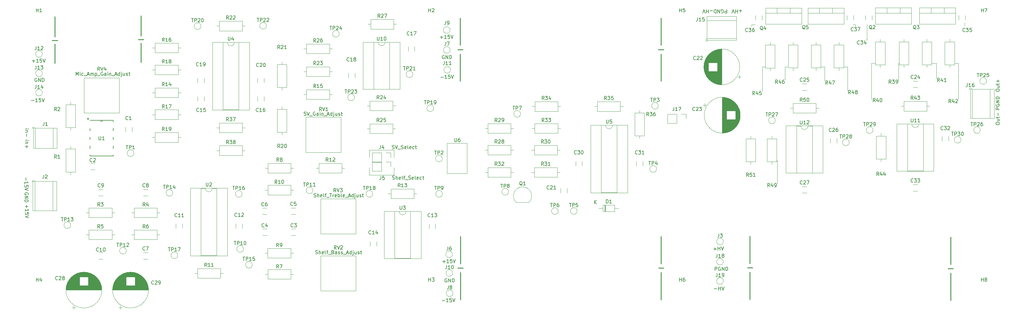
<source format=gto>
G04 #@! TF.GenerationSoftware,KiCad,Pcbnew,8.0.4*
G04 #@! TF.CreationDate,2024-09-14T23:48:03-04:00*
G04 #@! TF.ProjectId,Signal_Processing_Board,5369676e-616c-45f5-9072-6f6365737369,rev?*
G04 #@! TF.SameCoordinates,Original*
G04 #@! TF.FileFunction,Legend,Top*
G04 #@! TF.FilePolarity,Positive*
%FSLAX46Y46*%
G04 Gerber Fmt 4.6, Leading zero omitted, Abs format (unit mm)*
G04 Created by KiCad (PCBNEW 8.0.4) date 2024-09-14 23:48:03*
%MOMM*%
%LPD*%
G01*
G04 APERTURE LIST*
%ADD10C,0.100000*%
%ADD11C,0.150000*%
%ADD12C,0.250000*%
%ADD13C,0.120000*%
%ADD14C,0.152400*%
%ADD15C,1.500000*%
%ADD16C,1.524000*%
%ADD17C,5.700000*%
%ADD18R,1.700000X1.700000*%
%ADD19O,1.700000X1.700000*%
%ADD20R,2.100000X2.100000*%
%ADD21C,2.100000*%
%ADD22R,2.400000X1.600000*%
%ADD23O,2.400000X1.600000*%
%ADD24C,1.600000*%
%ADD25O,1.600000X1.600000*%
%ADD26R,1.905000X2.000000*%
%ADD27O,1.905000X2.000000*%
%ADD28R,2.000000X2.000000*%
%ADD29C,2.000000*%
%ADD30C,1.300000*%
%ADD31R,1.300000X1.300000*%
%ADD32O,2.000000X1.200000*%
%ADD33C,1.371600*%
%ADD34R,1.371600X1.371600*%
%ADD35O,1.500000X1.500000*%
%ADD36R,1.500000X1.500000*%
G04 APERTURE END LIST*
D10*
X317750000Y-114750000D02*
X318750000Y-114750000D01*
X317750000Y-125000000D02*
X317750000Y-114750000D01*
X325500000Y-114750000D02*
X325750000Y-114750000D01*
X325500000Y-119500000D02*
X325500000Y-114750000D01*
X336250000Y-114750000D02*
X334750000Y-114750000D01*
X336250000Y-119000000D02*
X336250000Y-114750000D01*
X342500000Y-114750000D02*
X341500000Y-114750000D01*
X342500000Y-125000000D02*
X342500000Y-114750000D01*
D11*
X353119819Y-131972744D02*
X353119819Y-131782268D01*
X353119819Y-131782268D02*
X353167438Y-131687030D01*
X353167438Y-131687030D02*
X353262676Y-131591792D01*
X353262676Y-131591792D02*
X353453152Y-131544173D01*
X353453152Y-131544173D02*
X353786485Y-131544173D01*
X353786485Y-131544173D02*
X353976961Y-131591792D01*
X353976961Y-131591792D02*
X354072200Y-131687030D01*
X354072200Y-131687030D02*
X354119819Y-131782268D01*
X354119819Y-131782268D02*
X354119819Y-131972744D01*
X354119819Y-131972744D02*
X354072200Y-132067982D01*
X354072200Y-132067982D02*
X353976961Y-132163220D01*
X353976961Y-132163220D02*
X353786485Y-132210839D01*
X353786485Y-132210839D02*
X353453152Y-132210839D01*
X353453152Y-132210839D02*
X353262676Y-132163220D01*
X353262676Y-132163220D02*
X353167438Y-132067982D01*
X353167438Y-132067982D02*
X353119819Y-131972744D01*
X353453152Y-130687030D02*
X354119819Y-130687030D01*
X353453152Y-131115601D02*
X353976961Y-131115601D01*
X353976961Y-131115601D02*
X354072200Y-131067982D01*
X354072200Y-131067982D02*
X354119819Y-130972744D01*
X354119819Y-130972744D02*
X354119819Y-130829887D01*
X354119819Y-130829887D02*
X354072200Y-130734649D01*
X354072200Y-130734649D02*
X354024580Y-130687030D01*
X353453152Y-130353696D02*
X353453152Y-129972744D01*
X353119819Y-130210839D02*
X353976961Y-130210839D01*
X353976961Y-130210839D02*
X354072200Y-130163220D01*
X354072200Y-130163220D02*
X354119819Y-130067982D01*
X354119819Y-130067982D02*
X354119819Y-129972744D01*
X353738866Y-129639410D02*
X353738866Y-128877506D01*
X354119819Y-127913220D02*
X353119819Y-127913220D01*
X353119819Y-127913220D02*
X353119819Y-127532268D01*
X353119819Y-127532268D02*
X353167438Y-127437030D01*
X353167438Y-127437030D02*
X353215057Y-127389411D01*
X353215057Y-127389411D02*
X353310295Y-127341792D01*
X353310295Y-127341792D02*
X353453152Y-127341792D01*
X353453152Y-127341792D02*
X353548390Y-127389411D01*
X353548390Y-127389411D02*
X353596009Y-127437030D01*
X353596009Y-127437030D02*
X353643628Y-127532268D01*
X353643628Y-127532268D02*
X353643628Y-127913220D01*
X353167438Y-126389411D02*
X353119819Y-126484649D01*
X353119819Y-126484649D02*
X353119819Y-126627506D01*
X353119819Y-126627506D02*
X353167438Y-126770363D01*
X353167438Y-126770363D02*
X353262676Y-126865601D01*
X353262676Y-126865601D02*
X353357914Y-126913220D01*
X353357914Y-126913220D02*
X353548390Y-126960839D01*
X353548390Y-126960839D02*
X353691247Y-126960839D01*
X353691247Y-126960839D02*
X353881723Y-126913220D01*
X353881723Y-126913220D02*
X353976961Y-126865601D01*
X353976961Y-126865601D02*
X354072200Y-126770363D01*
X354072200Y-126770363D02*
X354119819Y-126627506D01*
X354119819Y-126627506D02*
X354119819Y-126532268D01*
X354119819Y-126532268D02*
X354072200Y-126389411D01*
X354072200Y-126389411D02*
X354024580Y-126341792D01*
X354024580Y-126341792D02*
X353691247Y-126341792D01*
X353691247Y-126341792D02*
X353691247Y-126532268D01*
X354119819Y-125913220D02*
X353119819Y-125913220D01*
X353119819Y-125913220D02*
X354119819Y-125341792D01*
X354119819Y-125341792D02*
X353119819Y-125341792D01*
X354119819Y-124865601D02*
X353119819Y-124865601D01*
X353119819Y-124865601D02*
X353119819Y-124627506D01*
X353119819Y-124627506D02*
X353167438Y-124484649D01*
X353167438Y-124484649D02*
X353262676Y-124389411D01*
X353262676Y-124389411D02*
X353357914Y-124341792D01*
X353357914Y-124341792D02*
X353548390Y-124294173D01*
X353548390Y-124294173D02*
X353691247Y-124294173D01*
X353691247Y-124294173D02*
X353881723Y-124341792D01*
X353881723Y-124341792D02*
X353976961Y-124389411D01*
X353976961Y-124389411D02*
X354072200Y-124484649D01*
X354072200Y-124484649D02*
X354119819Y-124627506D01*
X354119819Y-124627506D02*
X354119819Y-124865601D01*
X353119819Y-122472744D02*
X353119819Y-122282268D01*
X353119819Y-122282268D02*
X353167438Y-122187030D01*
X353167438Y-122187030D02*
X353262676Y-122091792D01*
X353262676Y-122091792D02*
X353453152Y-122044173D01*
X353453152Y-122044173D02*
X353786485Y-122044173D01*
X353786485Y-122044173D02*
X353976961Y-122091792D01*
X353976961Y-122091792D02*
X354072200Y-122187030D01*
X354072200Y-122187030D02*
X354119819Y-122282268D01*
X354119819Y-122282268D02*
X354119819Y-122472744D01*
X354119819Y-122472744D02*
X354072200Y-122567982D01*
X354072200Y-122567982D02*
X353976961Y-122663220D01*
X353976961Y-122663220D02*
X353786485Y-122710839D01*
X353786485Y-122710839D02*
X353453152Y-122710839D01*
X353453152Y-122710839D02*
X353262676Y-122663220D01*
X353262676Y-122663220D02*
X353167438Y-122567982D01*
X353167438Y-122567982D02*
X353119819Y-122472744D01*
X353453152Y-121187030D02*
X354119819Y-121187030D01*
X353453152Y-121615601D02*
X353976961Y-121615601D01*
X353976961Y-121615601D02*
X354072200Y-121567982D01*
X354072200Y-121567982D02*
X354119819Y-121472744D01*
X354119819Y-121472744D02*
X354119819Y-121329887D01*
X354119819Y-121329887D02*
X354072200Y-121234649D01*
X354072200Y-121234649D02*
X354024580Y-121187030D01*
X353453152Y-120853696D02*
X353453152Y-120472744D01*
X353119819Y-120710839D02*
X353976961Y-120710839D01*
X353976961Y-120710839D02*
X354072200Y-120663220D01*
X354072200Y-120663220D02*
X354119819Y-120567982D01*
X354119819Y-120567982D02*
X354119819Y-120472744D01*
X353738866Y-120139410D02*
X353738866Y-119377506D01*
X354119819Y-119758458D02*
X353357914Y-119758458D01*
D10*
X286750000Y-115750000D02*
X287500000Y-115750000D01*
X286750000Y-122750000D02*
X286750000Y-115750000D01*
X293250000Y-115750000D02*
X294000000Y-115750000D01*
X293250000Y-119500000D02*
X293250000Y-115750000D01*
X304500000Y-115750000D02*
X303250000Y-115750000D01*
X304500000Y-118250000D02*
X304500000Y-115750000D01*
X311000000Y-115750000D02*
X310000000Y-115750000D01*
X311000000Y-118000000D02*
X311000000Y-115750000D01*
X311000000Y-122500000D02*
X311000000Y-118000000D01*
X304500000Y-119750000D02*
X304500000Y-118250000D01*
X291000000Y-142500000D02*
X290750000Y-142500000D01*
X291000000Y-149000000D02*
X291000000Y-142500000D01*
D12*
X339500000Y-173250000D02*
X341000000Y-173250000D01*
X340250000Y-174500000D02*
X340250000Y-182250000D01*
X340250000Y-164250000D02*
X340250000Y-172000000D01*
X282500000Y-173000000D02*
X284000000Y-173000000D01*
X283250000Y-174250000D02*
X283250000Y-182000000D01*
X283250000Y-164000000D02*
X283250000Y-171750000D01*
D11*
X273086779Y-178988866D02*
X273848684Y-178988866D01*
X274324874Y-179369819D02*
X274324874Y-178369819D01*
X274324874Y-178846009D02*
X274896302Y-178846009D01*
X274896302Y-179369819D02*
X274896302Y-178369819D01*
X275229636Y-178369819D02*
X275562969Y-179369819D01*
X275562969Y-179369819D02*
X275896302Y-178369819D01*
X272946779Y-167608866D02*
X273708684Y-167608866D01*
X273327731Y-167989819D02*
X273327731Y-167227914D01*
X274184874Y-167989819D02*
X274184874Y-166989819D01*
X274184874Y-167466009D02*
X274756302Y-167466009D01*
X274756302Y-167989819D02*
X274756302Y-166989819D01*
X275089636Y-166989819D02*
X275422969Y-167989819D01*
X275422969Y-167989819D02*
X275756302Y-166989819D01*
X273336779Y-173759819D02*
X273336779Y-172759819D01*
X273336779Y-172759819D02*
X273717731Y-172759819D01*
X273717731Y-172759819D02*
X273812969Y-172807438D01*
X273812969Y-172807438D02*
X273860588Y-172855057D01*
X273860588Y-172855057D02*
X273908207Y-172950295D01*
X273908207Y-172950295D02*
X273908207Y-173093152D01*
X273908207Y-173093152D02*
X273860588Y-173188390D01*
X273860588Y-173188390D02*
X273812969Y-173236009D01*
X273812969Y-173236009D02*
X273717731Y-173283628D01*
X273717731Y-173283628D02*
X273336779Y-173283628D01*
X274860588Y-172807438D02*
X274765350Y-172759819D01*
X274765350Y-172759819D02*
X274622493Y-172759819D01*
X274622493Y-172759819D02*
X274479636Y-172807438D01*
X274479636Y-172807438D02*
X274384398Y-172902676D01*
X274384398Y-172902676D02*
X274336779Y-172997914D01*
X274336779Y-172997914D02*
X274289160Y-173188390D01*
X274289160Y-173188390D02*
X274289160Y-173331247D01*
X274289160Y-173331247D02*
X274336779Y-173521723D01*
X274336779Y-173521723D02*
X274384398Y-173616961D01*
X274384398Y-173616961D02*
X274479636Y-173712200D01*
X274479636Y-173712200D02*
X274622493Y-173759819D01*
X274622493Y-173759819D02*
X274717731Y-173759819D01*
X274717731Y-173759819D02*
X274860588Y-173712200D01*
X274860588Y-173712200D02*
X274908207Y-173664580D01*
X274908207Y-173664580D02*
X274908207Y-173331247D01*
X274908207Y-173331247D02*
X274717731Y-173331247D01*
X275336779Y-173759819D02*
X275336779Y-172759819D01*
X275336779Y-172759819D02*
X275908207Y-173759819D01*
X275908207Y-173759819D02*
X275908207Y-172759819D01*
X276384398Y-173759819D02*
X276384398Y-172759819D01*
X276384398Y-172759819D02*
X276622493Y-172759819D01*
X276622493Y-172759819D02*
X276765350Y-172807438D01*
X276765350Y-172807438D02*
X276860588Y-172902676D01*
X276860588Y-172902676D02*
X276908207Y-172997914D01*
X276908207Y-172997914D02*
X276955826Y-173188390D01*
X276955826Y-173188390D02*
X276955826Y-173331247D01*
X276955826Y-173331247D02*
X276908207Y-173521723D01*
X276908207Y-173521723D02*
X276860588Y-173616961D01*
X276860588Y-173616961D02*
X276765350Y-173712200D01*
X276765350Y-173712200D02*
X276622493Y-173759819D01*
X276622493Y-173759819D02*
X276384398Y-173759819D01*
X276663220Y-99380180D02*
X276663220Y-100380180D01*
X276663220Y-100380180D02*
X276282268Y-100380180D01*
X276282268Y-100380180D02*
X276187030Y-100332561D01*
X276187030Y-100332561D02*
X276139411Y-100284942D01*
X276139411Y-100284942D02*
X276091792Y-100189704D01*
X276091792Y-100189704D02*
X276091792Y-100046847D01*
X276091792Y-100046847D02*
X276139411Y-99951609D01*
X276139411Y-99951609D02*
X276187030Y-99903990D01*
X276187030Y-99903990D02*
X276282268Y-99856371D01*
X276282268Y-99856371D02*
X276663220Y-99856371D01*
X275139411Y-100332561D02*
X275234649Y-100380180D01*
X275234649Y-100380180D02*
X275377506Y-100380180D01*
X275377506Y-100380180D02*
X275520363Y-100332561D01*
X275520363Y-100332561D02*
X275615601Y-100237323D01*
X275615601Y-100237323D02*
X275663220Y-100142085D01*
X275663220Y-100142085D02*
X275710839Y-99951609D01*
X275710839Y-99951609D02*
X275710839Y-99808752D01*
X275710839Y-99808752D02*
X275663220Y-99618276D01*
X275663220Y-99618276D02*
X275615601Y-99523038D01*
X275615601Y-99523038D02*
X275520363Y-99427800D01*
X275520363Y-99427800D02*
X275377506Y-99380180D01*
X275377506Y-99380180D02*
X275282268Y-99380180D01*
X275282268Y-99380180D02*
X275139411Y-99427800D01*
X275139411Y-99427800D02*
X275091792Y-99475419D01*
X275091792Y-99475419D02*
X275091792Y-99808752D01*
X275091792Y-99808752D02*
X275282268Y-99808752D01*
X274663220Y-99380180D02*
X274663220Y-100380180D01*
X274663220Y-100380180D02*
X274091792Y-99380180D01*
X274091792Y-99380180D02*
X274091792Y-100380180D01*
X273615601Y-99380180D02*
X273615601Y-100380180D01*
X273615601Y-100380180D02*
X273377506Y-100380180D01*
X273377506Y-100380180D02*
X273234649Y-100332561D01*
X273234649Y-100332561D02*
X273139411Y-100237323D01*
X273139411Y-100237323D02*
X273091792Y-100142085D01*
X273091792Y-100142085D02*
X273044173Y-99951609D01*
X273044173Y-99951609D02*
X273044173Y-99808752D01*
X273044173Y-99808752D02*
X273091792Y-99618276D01*
X273091792Y-99618276D02*
X273139411Y-99523038D01*
X273139411Y-99523038D02*
X273234649Y-99427800D01*
X273234649Y-99427800D02*
X273377506Y-99380180D01*
X273377506Y-99380180D02*
X273615601Y-99380180D01*
X272663220Y-99761133D02*
X271901316Y-99761133D01*
X271425125Y-99380180D02*
X271425125Y-100380180D01*
X271425125Y-99903990D02*
X270853697Y-99903990D01*
X270853697Y-99380180D02*
X270853697Y-100380180D01*
X270520363Y-100380180D02*
X270187030Y-99380180D01*
X270187030Y-99380180D02*
X269853697Y-100380180D01*
X280973220Y-99761133D02*
X280211316Y-99761133D01*
X280592268Y-99380180D02*
X280592268Y-100142085D01*
X279735125Y-99380180D02*
X279735125Y-100380180D01*
X279735125Y-99903990D02*
X279163697Y-99903990D01*
X279163697Y-99380180D02*
X279163697Y-100380180D01*
X278830363Y-100380180D02*
X278497030Y-99380180D01*
X278497030Y-99380180D02*
X278163697Y-100380180D01*
D10*
X316500000Y-108000000D02*
X316250000Y-108000000D01*
X316500000Y-108000000D02*
X316500000Y-103500000D01*
X283750000Y-103750000D02*
X284750000Y-103750000D01*
X283750000Y-104250000D02*
X283750000Y-103750000D01*
X313250000Y-103750000D02*
X312500000Y-103750000D01*
X313250000Y-104250000D02*
X313250000Y-103750000D01*
X344250000Y-103190000D02*
X344000000Y-103190000D01*
X344250000Y-103940000D02*
X344250000Y-103190000D01*
D12*
X109500000Y-107948536D02*
X111000000Y-107948536D01*
X85750000Y-101448536D02*
X85750000Y-107198536D01*
X85750000Y-109198536D02*
X85750000Y-114698536D01*
X257210000Y-110828536D02*
X258710000Y-110828536D01*
D10*
X175130000Y-139428536D02*
X182130000Y-139428536D01*
X175130000Y-141528536D02*
X175130000Y-139428536D01*
D12*
X200210000Y-110828536D02*
X201710000Y-110828536D01*
X200280000Y-173078536D02*
X201780000Y-173078536D01*
X258030000Y-174328536D02*
X258030000Y-182078536D01*
D10*
X182130000Y-139428536D02*
X182130000Y-141528536D01*
D12*
X201030000Y-174328536D02*
X201030000Y-182078536D01*
X110250000Y-101198536D02*
X110250000Y-106948536D01*
D10*
X175130000Y-146528536D02*
X175130000Y-144428536D01*
D12*
X85000000Y-108198536D02*
X86500000Y-108198536D01*
X257960000Y-101828536D02*
X257960000Y-109578536D01*
X200960000Y-112078536D02*
X200960000Y-119828536D01*
X110250000Y-108948536D02*
X110250000Y-114448536D01*
X257960000Y-112078536D02*
X257960000Y-119828536D01*
X200960000Y-101828536D02*
X200960000Y-109578536D01*
X258030000Y-164078536D02*
X258030000Y-171828536D01*
D10*
X182130000Y-144428536D02*
X182130000Y-146528536D01*
D12*
X257280000Y-173078536D02*
X258780000Y-173078536D01*
X201030000Y-164078536D02*
X201030000Y-171828536D01*
D10*
X182130000Y-146528536D02*
X175130000Y-146528536D01*
D11*
X77400180Y-136665315D02*
X78066847Y-136665315D01*
X78400180Y-136665315D02*
X78352561Y-136617696D01*
X78352561Y-136617696D02*
X78304942Y-136665315D01*
X78304942Y-136665315D02*
X78352561Y-136712934D01*
X78352561Y-136712934D02*
X78400180Y-136665315D01*
X78400180Y-136665315D02*
X78304942Y-136665315D01*
X78066847Y-137141505D02*
X77400180Y-137141505D01*
X77971609Y-137141505D02*
X78019228Y-137189124D01*
X78019228Y-137189124D02*
X78066847Y-137284362D01*
X78066847Y-137284362D02*
X78066847Y-137427219D01*
X78066847Y-137427219D02*
X78019228Y-137522457D01*
X78019228Y-137522457D02*
X77923990Y-137570076D01*
X77923990Y-137570076D02*
X77400180Y-137570076D01*
X77781133Y-138046267D02*
X77781133Y-138808172D01*
X77400180Y-138427219D02*
X78162085Y-138427219D01*
X195936779Y-171197402D02*
X196698684Y-171197402D01*
X196317731Y-171578355D02*
X196317731Y-170816450D01*
X197698683Y-171578355D02*
X197127255Y-171578355D01*
X197412969Y-171578355D02*
X197412969Y-170578355D01*
X197412969Y-170578355D02*
X197317731Y-170721212D01*
X197317731Y-170721212D02*
X197222493Y-170816450D01*
X197222493Y-170816450D02*
X197127255Y-170864069D01*
X198603445Y-170578355D02*
X198127255Y-170578355D01*
X198127255Y-170578355D02*
X198079636Y-171054545D01*
X198079636Y-171054545D02*
X198127255Y-171006926D01*
X198127255Y-171006926D02*
X198222493Y-170959307D01*
X198222493Y-170959307D02*
X198460588Y-170959307D01*
X198460588Y-170959307D02*
X198555826Y-171006926D01*
X198555826Y-171006926D02*
X198603445Y-171054545D01*
X198603445Y-171054545D02*
X198651064Y-171149783D01*
X198651064Y-171149783D02*
X198651064Y-171387878D01*
X198651064Y-171387878D02*
X198603445Y-171483116D01*
X198603445Y-171483116D02*
X198555826Y-171530736D01*
X198555826Y-171530736D02*
X198460588Y-171578355D01*
X198460588Y-171578355D02*
X198222493Y-171578355D01*
X198222493Y-171578355D02*
X198127255Y-171530736D01*
X198127255Y-171530736D02*
X198079636Y-171483116D01*
X198936779Y-170578355D02*
X199270112Y-171578355D01*
X199270112Y-171578355D02*
X199603445Y-170578355D01*
X77581133Y-147305315D02*
X77581133Y-148067220D01*
X77200180Y-149067219D02*
X77200180Y-148495791D01*
X77200180Y-148781505D02*
X78200180Y-148781505D01*
X78200180Y-148781505D02*
X78057323Y-148686267D01*
X78057323Y-148686267D02*
X77962085Y-148591029D01*
X77962085Y-148591029D02*
X77914466Y-148495791D01*
X78200180Y-149971981D02*
X78200180Y-149495791D01*
X78200180Y-149495791D02*
X77723990Y-149448172D01*
X77723990Y-149448172D02*
X77771609Y-149495791D01*
X77771609Y-149495791D02*
X77819228Y-149591029D01*
X77819228Y-149591029D02*
X77819228Y-149829124D01*
X77819228Y-149829124D02*
X77771609Y-149924362D01*
X77771609Y-149924362D02*
X77723990Y-149971981D01*
X77723990Y-149971981D02*
X77628752Y-150019600D01*
X77628752Y-150019600D02*
X77390657Y-150019600D01*
X77390657Y-150019600D02*
X77295419Y-149971981D01*
X77295419Y-149971981D02*
X77247800Y-149924362D01*
X77247800Y-149924362D02*
X77200180Y-149829124D01*
X77200180Y-149829124D02*
X77200180Y-149591029D01*
X77200180Y-149591029D02*
X77247800Y-149495791D01*
X77247800Y-149495791D02*
X77295419Y-149448172D01*
X78200180Y-150305315D02*
X77200180Y-150638648D01*
X77200180Y-150638648D02*
X78200180Y-150971981D01*
X195266779Y-107287402D02*
X196028684Y-107287402D01*
X195647731Y-107668355D02*
X195647731Y-106906450D01*
X197028683Y-107668355D02*
X196457255Y-107668355D01*
X196742969Y-107668355D02*
X196742969Y-106668355D01*
X196742969Y-106668355D02*
X196647731Y-106811212D01*
X196647731Y-106811212D02*
X196552493Y-106906450D01*
X196552493Y-106906450D02*
X196457255Y-106954069D01*
X197933445Y-106668355D02*
X197457255Y-106668355D01*
X197457255Y-106668355D02*
X197409636Y-107144545D01*
X197409636Y-107144545D02*
X197457255Y-107096926D01*
X197457255Y-107096926D02*
X197552493Y-107049307D01*
X197552493Y-107049307D02*
X197790588Y-107049307D01*
X197790588Y-107049307D02*
X197885826Y-107096926D01*
X197885826Y-107096926D02*
X197933445Y-107144545D01*
X197933445Y-107144545D02*
X197981064Y-107239783D01*
X197981064Y-107239783D02*
X197981064Y-107477878D01*
X197981064Y-107477878D02*
X197933445Y-107573116D01*
X197933445Y-107573116D02*
X197885826Y-107620736D01*
X197885826Y-107620736D02*
X197790588Y-107668355D01*
X197790588Y-107668355D02*
X197552493Y-107668355D01*
X197552493Y-107668355D02*
X197457255Y-107620736D01*
X197457255Y-107620736D02*
X197409636Y-107573116D01*
X198266779Y-106668355D02*
X198600112Y-107668355D01*
X198600112Y-107668355D02*
X198933445Y-106668355D01*
X79116779Y-125317402D02*
X79878684Y-125317402D01*
X80878683Y-125698355D02*
X80307255Y-125698355D01*
X80592969Y-125698355D02*
X80592969Y-124698355D01*
X80592969Y-124698355D02*
X80497731Y-124841212D01*
X80497731Y-124841212D02*
X80402493Y-124936450D01*
X80402493Y-124936450D02*
X80307255Y-124984069D01*
X81783445Y-124698355D02*
X81307255Y-124698355D01*
X81307255Y-124698355D02*
X81259636Y-125174545D01*
X81259636Y-125174545D02*
X81307255Y-125126926D01*
X81307255Y-125126926D02*
X81402493Y-125079307D01*
X81402493Y-125079307D02*
X81640588Y-125079307D01*
X81640588Y-125079307D02*
X81735826Y-125126926D01*
X81735826Y-125126926D02*
X81783445Y-125174545D01*
X81783445Y-125174545D02*
X81831064Y-125269783D01*
X81831064Y-125269783D02*
X81831064Y-125507878D01*
X81831064Y-125507878D02*
X81783445Y-125603116D01*
X81783445Y-125603116D02*
X81735826Y-125650736D01*
X81735826Y-125650736D02*
X81640588Y-125698355D01*
X81640588Y-125698355D02*
X81402493Y-125698355D01*
X81402493Y-125698355D02*
X81307255Y-125650736D01*
X81307255Y-125650736D02*
X81259636Y-125603116D01*
X82116779Y-124698355D02*
X82450112Y-125698355D01*
X82450112Y-125698355D02*
X82783445Y-124698355D01*
X78182561Y-152139124D02*
X78230180Y-152043886D01*
X78230180Y-152043886D02*
X78230180Y-151901029D01*
X78230180Y-151901029D02*
X78182561Y-151758172D01*
X78182561Y-151758172D02*
X78087323Y-151662934D01*
X78087323Y-151662934D02*
X77992085Y-151615315D01*
X77992085Y-151615315D02*
X77801609Y-151567696D01*
X77801609Y-151567696D02*
X77658752Y-151567696D01*
X77658752Y-151567696D02*
X77468276Y-151615315D01*
X77468276Y-151615315D02*
X77373038Y-151662934D01*
X77373038Y-151662934D02*
X77277800Y-151758172D01*
X77277800Y-151758172D02*
X77230180Y-151901029D01*
X77230180Y-151901029D02*
X77230180Y-151996267D01*
X77230180Y-151996267D02*
X77277800Y-152139124D01*
X77277800Y-152139124D02*
X77325419Y-152186743D01*
X77325419Y-152186743D02*
X77658752Y-152186743D01*
X77658752Y-152186743D02*
X77658752Y-151996267D01*
X77230180Y-152615315D02*
X78230180Y-152615315D01*
X78230180Y-152615315D02*
X77230180Y-153186743D01*
X77230180Y-153186743D02*
X78230180Y-153186743D01*
X77230180Y-153662934D02*
X78230180Y-153662934D01*
X78230180Y-153662934D02*
X78230180Y-153901029D01*
X78230180Y-153901029D02*
X78182561Y-154043886D01*
X78182561Y-154043886D02*
X78087323Y-154139124D01*
X78087323Y-154139124D02*
X77992085Y-154186743D01*
X77992085Y-154186743D02*
X77801609Y-154234362D01*
X77801609Y-154234362D02*
X77658752Y-154234362D01*
X77658752Y-154234362D02*
X77468276Y-154186743D01*
X77468276Y-154186743D02*
X77373038Y-154139124D01*
X77373038Y-154139124D02*
X77277800Y-154043886D01*
X77277800Y-154043886D02*
X77230180Y-153901029D01*
X77230180Y-153901029D02*
X77230180Y-153662934D01*
X79366779Y-114067402D02*
X80128684Y-114067402D01*
X79747731Y-114448355D02*
X79747731Y-113686450D01*
X81128683Y-114448355D02*
X80557255Y-114448355D01*
X80842969Y-114448355D02*
X80842969Y-113448355D01*
X80842969Y-113448355D02*
X80747731Y-113591212D01*
X80747731Y-113591212D02*
X80652493Y-113686450D01*
X80652493Y-113686450D02*
X80557255Y-113734069D01*
X82033445Y-113448355D02*
X81557255Y-113448355D01*
X81557255Y-113448355D02*
X81509636Y-113924545D01*
X81509636Y-113924545D02*
X81557255Y-113876926D01*
X81557255Y-113876926D02*
X81652493Y-113829307D01*
X81652493Y-113829307D02*
X81890588Y-113829307D01*
X81890588Y-113829307D02*
X81985826Y-113876926D01*
X81985826Y-113876926D02*
X82033445Y-113924545D01*
X82033445Y-113924545D02*
X82081064Y-114019783D01*
X82081064Y-114019783D02*
X82081064Y-114257878D01*
X82081064Y-114257878D02*
X82033445Y-114353116D01*
X82033445Y-114353116D02*
X81985826Y-114400736D01*
X81985826Y-114400736D02*
X81890588Y-114448355D01*
X81890588Y-114448355D02*
X81652493Y-114448355D01*
X81652493Y-114448355D02*
X81557255Y-114400736D01*
X81557255Y-114400736D02*
X81509636Y-114353116D01*
X82366779Y-113448355D02*
X82700112Y-114448355D01*
X82700112Y-114448355D02*
X83033445Y-113448355D01*
X195406779Y-118667402D02*
X196168684Y-118667402D01*
X197168683Y-119048355D02*
X196597255Y-119048355D01*
X196882969Y-119048355D02*
X196882969Y-118048355D01*
X196882969Y-118048355D02*
X196787731Y-118191212D01*
X196787731Y-118191212D02*
X196692493Y-118286450D01*
X196692493Y-118286450D02*
X196597255Y-118334069D01*
X198073445Y-118048355D02*
X197597255Y-118048355D01*
X197597255Y-118048355D02*
X197549636Y-118524545D01*
X197549636Y-118524545D02*
X197597255Y-118476926D01*
X197597255Y-118476926D02*
X197692493Y-118429307D01*
X197692493Y-118429307D02*
X197930588Y-118429307D01*
X197930588Y-118429307D02*
X198025826Y-118476926D01*
X198025826Y-118476926D02*
X198073445Y-118524545D01*
X198073445Y-118524545D02*
X198121064Y-118619783D01*
X198121064Y-118619783D02*
X198121064Y-118857878D01*
X198121064Y-118857878D02*
X198073445Y-118953116D01*
X198073445Y-118953116D02*
X198025826Y-119000736D01*
X198025826Y-119000736D02*
X197930588Y-119048355D01*
X197930588Y-119048355D02*
X197692493Y-119048355D01*
X197692493Y-119048355D02*
X197597255Y-119000736D01*
X197597255Y-119000736D02*
X197549636Y-118953116D01*
X198406779Y-118048355D02*
X198740112Y-119048355D01*
X198740112Y-119048355D02*
X199073445Y-118048355D01*
X181619160Y-139050736D02*
X181762017Y-139098355D01*
X181762017Y-139098355D02*
X182000112Y-139098355D01*
X182000112Y-139098355D02*
X182095350Y-139050736D01*
X182095350Y-139050736D02*
X182142969Y-139003116D01*
X182142969Y-139003116D02*
X182190588Y-138907878D01*
X182190588Y-138907878D02*
X182190588Y-138812640D01*
X182190588Y-138812640D02*
X182142969Y-138717402D01*
X182142969Y-138717402D02*
X182095350Y-138669783D01*
X182095350Y-138669783D02*
X182000112Y-138622164D01*
X182000112Y-138622164D02*
X181809636Y-138574545D01*
X181809636Y-138574545D02*
X181714398Y-138526926D01*
X181714398Y-138526926D02*
X181666779Y-138479307D01*
X181666779Y-138479307D02*
X181619160Y-138384069D01*
X181619160Y-138384069D02*
X181619160Y-138288831D01*
X181619160Y-138288831D02*
X181666779Y-138193593D01*
X181666779Y-138193593D02*
X181714398Y-138145974D01*
X181714398Y-138145974D02*
X181809636Y-138098355D01*
X181809636Y-138098355D02*
X182047731Y-138098355D01*
X182047731Y-138098355D02*
X182190588Y-138145974D01*
X182476303Y-138098355D02*
X182809636Y-139098355D01*
X182809636Y-139098355D02*
X183142969Y-138098355D01*
X183238208Y-139193593D02*
X184000112Y-139193593D01*
X184190589Y-139050736D02*
X184333446Y-139098355D01*
X184333446Y-139098355D02*
X184571541Y-139098355D01*
X184571541Y-139098355D02*
X184666779Y-139050736D01*
X184666779Y-139050736D02*
X184714398Y-139003116D01*
X184714398Y-139003116D02*
X184762017Y-138907878D01*
X184762017Y-138907878D02*
X184762017Y-138812640D01*
X184762017Y-138812640D02*
X184714398Y-138717402D01*
X184714398Y-138717402D02*
X184666779Y-138669783D01*
X184666779Y-138669783D02*
X184571541Y-138622164D01*
X184571541Y-138622164D02*
X184381065Y-138574545D01*
X184381065Y-138574545D02*
X184285827Y-138526926D01*
X184285827Y-138526926D02*
X184238208Y-138479307D01*
X184238208Y-138479307D02*
X184190589Y-138384069D01*
X184190589Y-138384069D02*
X184190589Y-138288831D01*
X184190589Y-138288831D02*
X184238208Y-138193593D01*
X184238208Y-138193593D02*
X184285827Y-138145974D01*
X184285827Y-138145974D02*
X184381065Y-138098355D01*
X184381065Y-138098355D02*
X184619160Y-138098355D01*
X184619160Y-138098355D02*
X184762017Y-138145974D01*
X185571541Y-139050736D02*
X185476303Y-139098355D01*
X185476303Y-139098355D02*
X185285827Y-139098355D01*
X185285827Y-139098355D02*
X185190589Y-139050736D01*
X185190589Y-139050736D02*
X185142970Y-138955497D01*
X185142970Y-138955497D02*
X185142970Y-138574545D01*
X185142970Y-138574545D02*
X185190589Y-138479307D01*
X185190589Y-138479307D02*
X185285827Y-138431688D01*
X185285827Y-138431688D02*
X185476303Y-138431688D01*
X185476303Y-138431688D02*
X185571541Y-138479307D01*
X185571541Y-138479307D02*
X185619160Y-138574545D01*
X185619160Y-138574545D02*
X185619160Y-138669783D01*
X185619160Y-138669783D02*
X185142970Y-138765021D01*
X186190589Y-139098355D02*
X186095351Y-139050736D01*
X186095351Y-139050736D02*
X186047732Y-138955497D01*
X186047732Y-138955497D02*
X186047732Y-138098355D01*
X186952494Y-139050736D02*
X186857256Y-139098355D01*
X186857256Y-139098355D02*
X186666780Y-139098355D01*
X186666780Y-139098355D02*
X186571542Y-139050736D01*
X186571542Y-139050736D02*
X186523923Y-138955497D01*
X186523923Y-138955497D02*
X186523923Y-138574545D01*
X186523923Y-138574545D02*
X186571542Y-138479307D01*
X186571542Y-138479307D02*
X186666780Y-138431688D01*
X186666780Y-138431688D02*
X186857256Y-138431688D01*
X186857256Y-138431688D02*
X186952494Y-138479307D01*
X186952494Y-138479307D02*
X187000113Y-138574545D01*
X187000113Y-138574545D02*
X187000113Y-138669783D01*
X187000113Y-138669783D02*
X186523923Y-138765021D01*
X187857256Y-139050736D02*
X187762018Y-139098355D01*
X187762018Y-139098355D02*
X187571542Y-139098355D01*
X187571542Y-139098355D02*
X187476304Y-139050736D01*
X187476304Y-139050736D02*
X187428685Y-139003116D01*
X187428685Y-139003116D02*
X187381066Y-138907878D01*
X187381066Y-138907878D02*
X187381066Y-138622164D01*
X187381066Y-138622164D02*
X187428685Y-138526926D01*
X187428685Y-138526926D02*
X187476304Y-138479307D01*
X187476304Y-138479307D02*
X187571542Y-138431688D01*
X187571542Y-138431688D02*
X187762018Y-138431688D01*
X187762018Y-138431688D02*
X187857256Y-138479307D01*
X188142971Y-138431688D02*
X188523923Y-138431688D01*
X188285828Y-138098355D02*
X188285828Y-138955497D01*
X188285828Y-138955497D02*
X188333447Y-139050736D01*
X188333447Y-139050736D02*
X188428685Y-139098355D01*
X188428685Y-139098355D02*
X188523923Y-139098355D01*
X159389160Y-152790736D02*
X159532017Y-152838355D01*
X159532017Y-152838355D02*
X159770112Y-152838355D01*
X159770112Y-152838355D02*
X159865350Y-152790736D01*
X159865350Y-152790736D02*
X159912969Y-152743116D01*
X159912969Y-152743116D02*
X159960588Y-152647878D01*
X159960588Y-152647878D02*
X159960588Y-152552640D01*
X159960588Y-152552640D02*
X159912969Y-152457402D01*
X159912969Y-152457402D02*
X159865350Y-152409783D01*
X159865350Y-152409783D02*
X159770112Y-152362164D01*
X159770112Y-152362164D02*
X159579636Y-152314545D01*
X159579636Y-152314545D02*
X159484398Y-152266926D01*
X159484398Y-152266926D02*
X159436779Y-152219307D01*
X159436779Y-152219307D02*
X159389160Y-152124069D01*
X159389160Y-152124069D02*
X159389160Y-152028831D01*
X159389160Y-152028831D02*
X159436779Y-151933593D01*
X159436779Y-151933593D02*
X159484398Y-151885974D01*
X159484398Y-151885974D02*
X159579636Y-151838355D01*
X159579636Y-151838355D02*
X159817731Y-151838355D01*
X159817731Y-151838355D02*
X159960588Y-151885974D01*
X160389160Y-152838355D02*
X160389160Y-151838355D01*
X160817731Y-152838355D02*
X160817731Y-152314545D01*
X160817731Y-152314545D02*
X160770112Y-152219307D01*
X160770112Y-152219307D02*
X160674874Y-152171688D01*
X160674874Y-152171688D02*
X160532017Y-152171688D01*
X160532017Y-152171688D02*
X160436779Y-152219307D01*
X160436779Y-152219307D02*
X160389160Y-152266926D01*
X161674874Y-152790736D02*
X161579636Y-152838355D01*
X161579636Y-152838355D02*
X161389160Y-152838355D01*
X161389160Y-152838355D02*
X161293922Y-152790736D01*
X161293922Y-152790736D02*
X161246303Y-152695497D01*
X161246303Y-152695497D02*
X161246303Y-152314545D01*
X161246303Y-152314545D02*
X161293922Y-152219307D01*
X161293922Y-152219307D02*
X161389160Y-152171688D01*
X161389160Y-152171688D02*
X161579636Y-152171688D01*
X161579636Y-152171688D02*
X161674874Y-152219307D01*
X161674874Y-152219307D02*
X161722493Y-152314545D01*
X161722493Y-152314545D02*
X161722493Y-152409783D01*
X161722493Y-152409783D02*
X161246303Y-152505021D01*
X162293922Y-152838355D02*
X162198684Y-152790736D01*
X162198684Y-152790736D02*
X162151065Y-152695497D01*
X162151065Y-152695497D02*
X162151065Y-151838355D01*
X162532018Y-152171688D02*
X162912970Y-152171688D01*
X162674875Y-152838355D02*
X162674875Y-151981212D01*
X162674875Y-151981212D02*
X162722494Y-151885974D01*
X162722494Y-151885974D02*
X162817732Y-151838355D01*
X162817732Y-151838355D02*
X162912970Y-151838355D01*
X163008209Y-152933593D02*
X163770113Y-152933593D01*
X163865352Y-151838355D02*
X164436780Y-151838355D01*
X164151066Y-152838355D02*
X164151066Y-151838355D01*
X164770114Y-152838355D02*
X164770114Y-152171688D01*
X164770114Y-152362164D02*
X164817733Y-152266926D01*
X164817733Y-152266926D02*
X164865352Y-152219307D01*
X164865352Y-152219307D02*
X164960590Y-152171688D01*
X164960590Y-152171688D02*
X165055828Y-152171688D01*
X165770114Y-152790736D02*
X165674876Y-152838355D01*
X165674876Y-152838355D02*
X165484400Y-152838355D01*
X165484400Y-152838355D02*
X165389162Y-152790736D01*
X165389162Y-152790736D02*
X165341543Y-152695497D01*
X165341543Y-152695497D02*
X165341543Y-152314545D01*
X165341543Y-152314545D02*
X165389162Y-152219307D01*
X165389162Y-152219307D02*
X165484400Y-152171688D01*
X165484400Y-152171688D02*
X165674876Y-152171688D01*
X165674876Y-152171688D02*
X165770114Y-152219307D01*
X165770114Y-152219307D02*
X165817733Y-152314545D01*
X165817733Y-152314545D02*
X165817733Y-152409783D01*
X165817733Y-152409783D02*
X165341543Y-152505021D01*
X166246305Y-152838355D02*
X166246305Y-151838355D01*
X166246305Y-152219307D02*
X166341543Y-152171688D01*
X166341543Y-152171688D02*
X166532019Y-152171688D01*
X166532019Y-152171688D02*
X166627257Y-152219307D01*
X166627257Y-152219307D02*
X166674876Y-152266926D01*
X166674876Y-152266926D02*
X166722495Y-152362164D01*
X166722495Y-152362164D02*
X166722495Y-152647878D01*
X166722495Y-152647878D02*
X166674876Y-152743116D01*
X166674876Y-152743116D02*
X166627257Y-152790736D01*
X166627257Y-152790736D02*
X166532019Y-152838355D01*
X166532019Y-152838355D02*
X166341543Y-152838355D01*
X166341543Y-152838355D02*
X166246305Y-152790736D01*
X167293924Y-152838355D02*
X167198686Y-152790736D01*
X167198686Y-152790736D02*
X167151067Y-152695497D01*
X167151067Y-152695497D02*
X167151067Y-151838355D01*
X168055829Y-152790736D02*
X167960591Y-152838355D01*
X167960591Y-152838355D02*
X167770115Y-152838355D01*
X167770115Y-152838355D02*
X167674877Y-152790736D01*
X167674877Y-152790736D02*
X167627258Y-152695497D01*
X167627258Y-152695497D02*
X167627258Y-152314545D01*
X167627258Y-152314545D02*
X167674877Y-152219307D01*
X167674877Y-152219307D02*
X167770115Y-152171688D01*
X167770115Y-152171688D02*
X167960591Y-152171688D01*
X167960591Y-152171688D02*
X168055829Y-152219307D01*
X168055829Y-152219307D02*
X168103448Y-152314545D01*
X168103448Y-152314545D02*
X168103448Y-152409783D01*
X168103448Y-152409783D02*
X167627258Y-152505021D01*
X168293925Y-152933593D02*
X169055829Y-152933593D01*
X169246306Y-152552640D02*
X169722496Y-152552640D01*
X169151068Y-152838355D02*
X169484401Y-151838355D01*
X169484401Y-151838355D02*
X169817734Y-152838355D01*
X170579639Y-152838355D02*
X170579639Y-151838355D01*
X170579639Y-152790736D02*
X170484401Y-152838355D01*
X170484401Y-152838355D02*
X170293925Y-152838355D01*
X170293925Y-152838355D02*
X170198687Y-152790736D01*
X170198687Y-152790736D02*
X170151068Y-152743116D01*
X170151068Y-152743116D02*
X170103449Y-152647878D01*
X170103449Y-152647878D02*
X170103449Y-152362164D01*
X170103449Y-152362164D02*
X170151068Y-152266926D01*
X170151068Y-152266926D02*
X170198687Y-152219307D01*
X170198687Y-152219307D02*
X170293925Y-152171688D01*
X170293925Y-152171688D02*
X170484401Y-152171688D01*
X170484401Y-152171688D02*
X170579639Y-152219307D01*
X171055830Y-152171688D02*
X171055830Y-153028831D01*
X171055830Y-153028831D02*
X171008211Y-153124069D01*
X171008211Y-153124069D02*
X170912973Y-153171688D01*
X170912973Y-153171688D02*
X170865354Y-153171688D01*
X171055830Y-151838355D02*
X171008211Y-151885974D01*
X171008211Y-151885974D02*
X171055830Y-151933593D01*
X171055830Y-151933593D02*
X171103449Y-151885974D01*
X171103449Y-151885974D02*
X171055830Y-151838355D01*
X171055830Y-151838355D02*
X171055830Y-151933593D01*
X171960591Y-152171688D02*
X171960591Y-152838355D01*
X171532020Y-152171688D02*
X171532020Y-152695497D01*
X171532020Y-152695497D02*
X171579639Y-152790736D01*
X171579639Y-152790736D02*
X171674877Y-152838355D01*
X171674877Y-152838355D02*
X171817734Y-152838355D01*
X171817734Y-152838355D02*
X171912972Y-152790736D01*
X171912972Y-152790736D02*
X171960591Y-152743116D01*
X172389163Y-152790736D02*
X172484401Y-152838355D01*
X172484401Y-152838355D02*
X172674877Y-152838355D01*
X172674877Y-152838355D02*
X172770115Y-152790736D01*
X172770115Y-152790736D02*
X172817734Y-152695497D01*
X172817734Y-152695497D02*
X172817734Y-152647878D01*
X172817734Y-152647878D02*
X172770115Y-152552640D01*
X172770115Y-152552640D02*
X172674877Y-152505021D01*
X172674877Y-152505021D02*
X172532020Y-152505021D01*
X172532020Y-152505021D02*
X172436782Y-152457402D01*
X172436782Y-152457402D02*
X172389163Y-152362164D01*
X172389163Y-152362164D02*
X172389163Y-152314545D01*
X172389163Y-152314545D02*
X172436782Y-152219307D01*
X172436782Y-152219307D02*
X172532020Y-152171688D01*
X172532020Y-152171688D02*
X172674877Y-152171688D01*
X172674877Y-152171688D02*
X172770115Y-152219307D01*
X173103449Y-152171688D02*
X173484401Y-152171688D01*
X173246306Y-151838355D02*
X173246306Y-152695497D01*
X173246306Y-152695497D02*
X173293925Y-152790736D01*
X173293925Y-152790736D02*
X173389163Y-152838355D01*
X173389163Y-152838355D02*
X173484401Y-152838355D01*
X159849160Y-169000736D02*
X159992017Y-169048355D01*
X159992017Y-169048355D02*
X160230112Y-169048355D01*
X160230112Y-169048355D02*
X160325350Y-169000736D01*
X160325350Y-169000736D02*
X160372969Y-168953116D01*
X160372969Y-168953116D02*
X160420588Y-168857878D01*
X160420588Y-168857878D02*
X160420588Y-168762640D01*
X160420588Y-168762640D02*
X160372969Y-168667402D01*
X160372969Y-168667402D02*
X160325350Y-168619783D01*
X160325350Y-168619783D02*
X160230112Y-168572164D01*
X160230112Y-168572164D02*
X160039636Y-168524545D01*
X160039636Y-168524545D02*
X159944398Y-168476926D01*
X159944398Y-168476926D02*
X159896779Y-168429307D01*
X159896779Y-168429307D02*
X159849160Y-168334069D01*
X159849160Y-168334069D02*
X159849160Y-168238831D01*
X159849160Y-168238831D02*
X159896779Y-168143593D01*
X159896779Y-168143593D02*
X159944398Y-168095974D01*
X159944398Y-168095974D02*
X160039636Y-168048355D01*
X160039636Y-168048355D02*
X160277731Y-168048355D01*
X160277731Y-168048355D02*
X160420588Y-168095974D01*
X160849160Y-169048355D02*
X160849160Y-168048355D01*
X161277731Y-169048355D02*
X161277731Y-168524545D01*
X161277731Y-168524545D02*
X161230112Y-168429307D01*
X161230112Y-168429307D02*
X161134874Y-168381688D01*
X161134874Y-168381688D02*
X160992017Y-168381688D01*
X160992017Y-168381688D02*
X160896779Y-168429307D01*
X160896779Y-168429307D02*
X160849160Y-168476926D01*
X162134874Y-169000736D02*
X162039636Y-169048355D01*
X162039636Y-169048355D02*
X161849160Y-169048355D01*
X161849160Y-169048355D02*
X161753922Y-169000736D01*
X161753922Y-169000736D02*
X161706303Y-168905497D01*
X161706303Y-168905497D02*
X161706303Y-168524545D01*
X161706303Y-168524545D02*
X161753922Y-168429307D01*
X161753922Y-168429307D02*
X161849160Y-168381688D01*
X161849160Y-168381688D02*
X162039636Y-168381688D01*
X162039636Y-168381688D02*
X162134874Y-168429307D01*
X162134874Y-168429307D02*
X162182493Y-168524545D01*
X162182493Y-168524545D02*
X162182493Y-168619783D01*
X162182493Y-168619783D02*
X161706303Y-168715021D01*
X162753922Y-169048355D02*
X162658684Y-169000736D01*
X162658684Y-169000736D02*
X162611065Y-168905497D01*
X162611065Y-168905497D02*
X162611065Y-168048355D01*
X162992018Y-168381688D02*
X163372970Y-168381688D01*
X163134875Y-169048355D02*
X163134875Y-168191212D01*
X163134875Y-168191212D02*
X163182494Y-168095974D01*
X163182494Y-168095974D02*
X163277732Y-168048355D01*
X163277732Y-168048355D02*
X163372970Y-168048355D01*
X163468209Y-169143593D02*
X164230113Y-169143593D01*
X164801542Y-168524545D02*
X164944399Y-168572164D01*
X164944399Y-168572164D02*
X164992018Y-168619783D01*
X164992018Y-168619783D02*
X165039637Y-168715021D01*
X165039637Y-168715021D02*
X165039637Y-168857878D01*
X165039637Y-168857878D02*
X164992018Y-168953116D01*
X164992018Y-168953116D02*
X164944399Y-169000736D01*
X164944399Y-169000736D02*
X164849161Y-169048355D01*
X164849161Y-169048355D02*
X164468209Y-169048355D01*
X164468209Y-169048355D02*
X164468209Y-168048355D01*
X164468209Y-168048355D02*
X164801542Y-168048355D01*
X164801542Y-168048355D02*
X164896780Y-168095974D01*
X164896780Y-168095974D02*
X164944399Y-168143593D01*
X164944399Y-168143593D02*
X164992018Y-168238831D01*
X164992018Y-168238831D02*
X164992018Y-168334069D01*
X164992018Y-168334069D02*
X164944399Y-168429307D01*
X164944399Y-168429307D02*
X164896780Y-168476926D01*
X164896780Y-168476926D02*
X164801542Y-168524545D01*
X164801542Y-168524545D02*
X164468209Y-168524545D01*
X165896780Y-169048355D02*
X165896780Y-168524545D01*
X165896780Y-168524545D02*
X165849161Y-168429307D01*
X165849161Y-168429307D02*
X165753923Y-168381688D01*
X165753923Y-168381688D02*
X165563447Y-168381688D01*
X165563447Y-168381688D02*
X165468209Y-168429307D01*
X165896780Y-169000736D02*
X165801542Y-169048355D01*
X165801542Y-169048355D02*
X165563447Y-169048355D01*
X165563447Y-169048355D02*
X165468209Y-169000736D01*
X165468209Y-169000736D02*
X165420590Y-168905497D01*
X165420590Y-168905497D02*
X165420590Y-168810259D01*
X165420590Y-168810259D02*
X165468209Y-168715021D01*
X165468209Y-168715021D02*
X165563447Y-168667402D01*
X165563447Y-168667402D02*
X165801542Y-168667402D01*
X165801542Y-168667402D02*
X165896780Y-168619783D01*
X166325352Y-169000736D02*
X166420590Y-169048355D01*
X166420590Y-169048355D02*
X166611066Y-169048355D01*
X166611066Y-169048355D02*
X166706304Y-169000736D01*
X166706304Y-169000736D02*
X166753923Y-168905497D01*
X166753923Y-168905497D02*
X166753923Y-168857878D01*
X166753923Y-168857878D02*
X166706304Y-168762640D01*
X166706304Y-168762640D02*
X166611066Y-168715021D01*
X166611066Y-168715021D02*
X166468209Y-168715021D01*
X166468209Y-168715021D02*
X166372971Y-168667402D01*
X166372971Y-168667402D02*
X166325352Y-168572164D01*
X166325352Y-168572164D02*
X166325352Y-168524545D01*
X166325352Y-168524545D02*
X166372971Y-168429307D01*
X166372971Y-168429307D02*
X166468209Y-168381688D01*
X166468209Y-168381688D02*
X166611066Y-168381688D01*
X166611066Y-168381688D02*
X166706304Y-168429307D01*
X167134876Y-169000736D02*
X167230114Y-169048355D01*
X167230114Y-169048355D02*
X167420590Y-169048355D01*
X167420590Y-169048355D02*
X167515828Y-169000736D01*
X167515828Y-169000736D02*
X167563447Y-168905497D01*
X167563447Y-168905497D02*
X167563447Y-168857878D01*
X167563447Y-168857878D02*
X167515828Y-168762640D01*
X167515828Y-168762640D02*
X167420590Y-168715021D01*
X167420590Y-168715021D02*
X167277733Y-168715021D01*
X167277733Y-168715021D02*
X167182495Y-168667402D01*
X167182495Y-168667402D02*
X167134876Y-168572164D01*
X167134876Y-168572164D02*
X167134876Y-168524545D01*
X167134876Y-168524545D02*
X167182495Y-168429307D01*
X167182495Y-168429307D02*
X167277733Y-168381688D01*
X167277733Y-168381688D02*
X167420590Y-168381688D01*
X167420590Y-168381688D02*
X167515828Y-168429307D01*
X167753924Y-169143593D02*
X168515828Y-169143593D01*
X168706305Y-168762640D02*
X169182495Y-168762640D01*
X168611067Y-169048355D02*
X168944400Y-168048355D01*
X168944400Y-168048355D02*
X169277733Y-169048355D01*
X170039638Y-169048355D02*
X170039638Y-168048355D01*
X170039638Y-169000736D02*
X169944400Y-169048355D01*
X169944400Y-169048355D02*
X169753924Y-169048355D01*
X169753924Y-169048355D02*
X169658686Y-169000736D01*
X169658686Y-169000736D02*
X169611067Y-168953116D01*
X169611067Y-168953116D02*
X169563448Y-168857878D01*
X169563448Y-168857878D02*
X169563448Y-168572164D01*
X169563448Y-168572164D02*
X169611067Y-168476926D01*
X169611067Y-168476926D02*
X169658686Y-168429307D01*
X169658686Y-168429307D02*
X169753924Y-168381688D01*
X169753924Y-168381688D02*
X169944400Y-168381688D01*
X169944400Y-168381688D02*
X170039638Y-168429307D01*
X170515829Y-168381688D02*
X170515829Y-169238831D01*
X170515829Y-169238831D02*
X170468210Y-169334069D01*
X170468210Y-169334069D02*
X170372972Y-169381688D01*
X170372972Y-169381688D02*
X170325353Y-169381688D01*
X170515829Y-168048355D02*
X170468210Y-168095974D01*
X170468210Y-168095974D02*
X170515829Y-168143593D01*
X170515829Y-168143593D02*
X170563448Y-168095974D01*
X170563448Y-168095974D02*
X170515829Y-168048355D01*
X170515829Y-168048355D02*
X170515829Y-168143593D01*
X171420590Y-168381688D02*
X171420590Y-169048355D01*
X170992019Y-168381688D02*
X170992019Y-168905497D01*
X170992019Y-168905497D02*
X171039638Y-169000736D01*
X171039638Y-169000736D02*
X171134876Y-169048355D01*
X171134876Y-169048355D02*
X171277733Y-169048355D01*
X171277733Y-169048355D02*
X171372971Y-169000736D01*
X171372971Y-169000736D02*
X171420590Y-168953116D01*
X171849162Y-169000736D02*
X171944400Y-169048355D01*
X171944400Y-169048355D02*
X172134876Y-169048355D01*
X172134876Y-169048355D02*
X172230114Y-169000736D01*
X172230114Y-169000736D02*
X172277733Y-168905497D01*
X172277733Y-168905497D02*
X172277733Y-168857878D01*
X172277733Y-168857878D02*
X172230114Y-168762640D01*
X172230114Y-168762640D02*
X172134876Y-168715021D01*
X172134876Y-168715021D02*
X171992019Y-168715021D01*
X171992019Y-168715021D02*
X171896781Y-168667402D01*
X171896781Y-168667402D02*
X171849162Y-168572164D01*
X171849162Y-168572164D02*
X171849162Y-168524545D01*
X171849162Y-168524545D02*
X171896781Y-168429307D01*
X171896781Y-168429307D02*
X171992019Y-168381688D01*
X171992019Y-168381688D02*
X172134876Y-168381688D01*
X172134876Y-168381688D02*
X172230114Y-168429307D01*
X172563448Y-168381688D02*
X172944400Y-168381688D01*
X172706305Y-168048355D02*
X172706305Y-168905497D01*
X172706305Y-168905497D02*
X172753924Y-169000736D01*
X172753924Y-169000736D02*
X172849162Y-169048355D01*
X172849162Y-169048355D02*
X172944400Y-169048355D01*
X156589160Y-129530736D02*
X156732017Y-129578355D01*
X156732017Y-129578355D02*
X156970112Y-129578355D01*
X156970112Y-129578355D02*
X157065350Y-129530736D01*
X157065350Y-129530736D02*
X157112969Y-129483116D01*
X157112969Y-129483116D02*
X157160588Y-129387878D01*
X157160588Y-129387878D02*
X157160588Y-129292640D01*
X157160588Y-129292640D02*
X157112969Y-129197402D01*
X157112969Y-129197402D02*
X157065350Y-129149783D01*
X157065350Y-129149783D02*
X156970112Y-129102164D01*
X156970112Y-129102164D02*
X156779636Y-129054545D01*
X156779636Y-129054545D02*
X156684398Y-129006926D01*
X156684398Y-129006926D02*
X156636779Y-128959307D01*
X156636779Y-128959307D02*
X156589160Y-128864069D01*
X156589160Y-128864069D02*
X156589160Y-128768831D01*
X156589160Y-128768831D02*
X156636779Y-128673593D01*
X156636779Y-128673593D02*
X156684398Y-128625974D01*
X156684398Y-128625974D02*
X156779636Y-128578355D01*
X156779636Y-128578355D02*
X157017731Y-128578355D01*
X157017731Y-128578355D02*
X157160588Y-128625974D01*
X157446303Y-128578355D02*
X157779636Y-129578355D01*
X157779636Y-129578355D02*
X158112969Y-128578355D01*
X158208208Y-129673593D02*
X158970112Y-129673593D01*
X159732017Y-128625974D02*
X159636779Y-128578355D01*
X159636779Y-128578355D02*
X159493922Y-128578355D01*
X159493922Y-128578355D02*
X159351065Y-128625974D01*
X159351065Y-128625974D02*
X159255827Y-128721212D01*
X159255827Y-128721212D02*
X159208208Y-128816450D01*
X159208208Y-128816450D02*
X159160589Y-129006926D01*
X159160589Y-129006926D02*
X159160589Y-129149783D01*
X159160589Y-129149783D02*
X159208208Y-129340259D01*
X159208208Y-129340259D02*
X159255827Y-129435497D01*
X159255827Y-129435497D02*
X159351065Y-129530736D01*
X159351065Y-129530736D02*
X159493922Y-129578355D01*
X159493922Y-129578355D02*
X159589160Y-129578355D01*
X159589160Y-129578355D02*
X159732017Y-129530736D01*
X159732017Y-129530736D02*
X159779636Y-129483116D01*
X159779636Y-129483116D02*
X159779636Y-129149783D01*
X159779636Y-129149783D02*
X159589160Y-129149783D01*
X160636779Y-129578355D02*
X160636779Y-129054545D01*
X160636779Y-129054545D02*
X160589160Y-128959307D01*
X160589160Y-128959307D02*
X160493922Y-128911688D01*
X160493922Y-128911688D02*
X160303446Y-128911688D01*
X160303446Y-128911688D02*
X160208208Y-128959307D01*
X160636779Y-129530736D02*
X160541541Y-129578355D01*
X160541541Y-129578355D02*
X160303446Y-129578355D01*
X160303446Y-129578355D02*
X160208208Y-129530736D01*
X160208208Y-129530736D02*
X160160589Y-129435497D01*
X160160589Y-129435497D02*
X160160589Y-129340259D01*
X160160589Y-129340259D02*
X160208208Y-129245021D01*
X160208208Y-129245021D02*
X160303446Y-129197402D01*
X160303446Y-129197402D02*
X160541541Y-129197402D01*
X160541541Y-129197402D02*
X160636779Y-129149783D01*
X161112970Y-129578355D02*
X161112970Y-128911688D01*
X161112970Y-128578355D02*
X161065351Y-128625974D01*
X161065351Y-128625974D02*
X161112970Y-128673593D01*
X161112970Y-128673593D02*
X161160589Y-128625974D01*
X161160589Y-128625974D02*
X161112970Y-128578355D01*
X161112970Y-128578355D02*
X161112970Y-128673593D01*
X161589160Y-128911688D02*
X161589160Y-129578355D01*
X161589160Y-129006926D02*
X161636779Y-128959307D01*
X161636779Y-128959307D02*
X161732017Y-128911688D01*
X161732017Y-128911688D02*
X161874874Y-128911688D01*
X161874874Y-128911688D02*
X161970112Y-128959307D01*
X161970112Y-128959307D02*
X162017731Y-129054545D01*
X162017731Y-129054545D02*
X162017731Y-129578355D01*
X162255827Y-129673593D02*
X163017731Y-129673593D01*
X163208208Y-129292640D02*
X163684398Y-129292640D01*
X163112970Y-129578355D02*
X163446303Y-128578355D01*
X163446303Y-128578355D02*
X163779636Y-129578355D01*
X164541541Y-129578355D02*
X164541541Y-128578355D01*
X164541541Y-129530736D02*
X164446303Y-129578355D01*
X164446303Y-129578355D02*
X164255827Y-129578355D01*
X164255827Y-129578355D02*
X164160589Y-129530736D01*
X164160589Y-129530736D02*
X164112970Y-129483116D01*
X164112970Y-129483116D02*
X164065351Y-129387878D01*
X164065351Y-129387878D02*
X164065351Y-129102164D01*
X164065351Y-129102164D02*
X164112970Y-129006926D01*
X164112970Y-129006926D02*
X164160589Y-128959307D01*
X164160589Y-128959307D02*
X164255827Y-128911688D01*
X164255827Y-128911688D02*
X164446303Y-128911688D01*
X164446303Y-128911688D02*
X164541541Y-128959307D01*
X165017732Y-128911688D02*
X165017732Y-129768831D01*
X165017732Y-129768831D02*
X164970113Y-129864069D01*
X164970113Y-129864069D02*
X164874875Y-129911688D01*
X164874875Y-129911688D02*
X164827256Y-129911688D01*
X165017732Y-128578355D02*
X164970113Y-128625974D01*
X164970113Y-128625974D02*
X165017732Y-128673593D01*
X165017732Y-128673593D02*
X165065351Y-128625974D01*
X165065351Y-128625974D02*
X165017732Y-128578355D01*
X165017732Y-128578355D02*
X165017732Y-128673593D01*
X165922493Y-128911688D02*
X165922493Y-129578355D01*
X165493922Y-128911688D02*
X165493922Y-129435497D01*
X165493922Y-129435497D02*
X165541541Y-129530736D01*
X165541541Y-129530736D02*
X165636779Y-129578355D01*
X165636779Y-129578355D02*
X165779636Y-129578355D01*
X165779636Y-129578355D02*
X165874874Y-129530736D01*
X165874874Y-129530736D02*
X165922493Y-129483116D01*
X166351065Y-129530736D02*
X166446303Y-129578355D01*
X166446303Y-129578355D02*
X166636779Y-129578355D01*
X166636779Y-129578355D02*
X166732017Y-129530736D01*
X166732017Y-129530736D02*
X166779636Y-129435497D01*
X166779636Y-129435497D02*
X166779636Y-129387878D01*
X166779636Y-129387878D02*
X166732017Y-129292640D01*
X166732017Y-129292640D02*
X166636779Y-129245021D01*
X166636779Y-129245021D02*
X166493922Y-129245021D01*
X166493922Y-129245021D02*
X166398684Y-129197402D01*
X166398684Y-129197402D02*
X166351065Y-129102164D01*
X166351065Y-129102164D02*
X166351065Y-129054545D01*
X166351065Y-129054545D02*
X166398684Y-128959307D01*
X166398684Y-128959307D02*
X166493922Y-128911688D01*
X166493922Y-128911688D02*
X166636779Y-128911688D01*
X166636779Y-128911688D02*
X166732017Y-128959307D01*
X167065351Y-128911688D02*
X167446303Y-128911688D01*
X167208208Y-128578355D02*
X167208208Y-129435497D01*
X167208208Y-129435497D02*
X167255827Y-129530736D01*
X167255827Y-129530736D02*
X167351065Y-129578355D01*
X167351065Y-129578355D02*
X167446303Y-129578355D01*
X196400588Y-112485974D02*
X196305350Y-112438355D01*
X196305350Y-112438355D02*
X196162493Y-112438355D01*
X196162493Y-112438355D02*
X196019636Y-112485974D01*
X196019636Y-112485974D02*
X195924398Y-112581212D01*
X195924398Y-112581212D02*
X195876779Y-112676450D01*
X195876779Y-112676450D02*
X195829160Y-112866926D01*
X195829160Y-112866926D02*
X195829160Y-113009783D01*
X195829160Y-113009783D02*
X195876779Y-113200259D01*
X195876779Y-113200259D02*
X195924398Y-113295497D01*
X195924398Y-113295497D02*
X196019636Y-113390736D01*
X196019636Y-113390736D02*
X196162493Y-113438355D01*
X196162493Y-113438355D02*
X196257731Y-113438355D01*
X196257731Y-113438355D02*
X196400588Y-113390736D01*
X196400588Y-113390736D02*
X196448207Y-113343116D01*
X196448207Y-113343116D02*
X196448207Y-113009783D01*
X196448207Y-113009783D02*
X196257731Y-113009783D01*
X196876779Y-113438355D02*
X196876779Y-112438355D01*
X196876779Y-112438355D02*
X197448207Y-113438355D01*
X197448207Y-113438355D02*
X197448207Y-112438355D01*
X197924398Y-113438355D02*
X197924398Y-112438355D01*
X197924398Y-112438355D02*
X198162493Y-112438355D01*
X198162493Y-112438355D02*
X198305350Y-112485974D01*
X198305350Y-112485974D02*
X198400588Y-112581212D01*
X198400588Y-112581212D02*
X198448207Y-112676450D01*
X198448207Y-112676450D02*
X198495826Y-112866926D01*
X198495826Y-112866926D02*
X198495826Y-113009783D01*
X198495826Y-113009783D02*
X198448207Y-113200259D01*
X198448207Y-113200259D02*
X198400588Y-113295497D01*
X198400588Y-113295497D02*
X198305350Y-113390736D01*
X198305350Y-113390736D02*
X198162493Y-113438355D01*
X198162493Y-113438355D02*
X197924398Y-113438355D01*
X80640588Y-118995974D02*
X80545350Y-118948355D01*
X80545350Y-118948355D02*
X80402493Y-118948355D01*
X80402493Y-118948355D02*
X80259636Y-118995974D01*
X80259636Y-118995974D02*
X80164398Y-119091212D01*
X80164398Y-119091212D02*
X80116779Y-119186450D01*
X80116779Y-119186450D02*
X80069160Y-119376926D01*
X80069160Y-119376926D02*
X80069160Y-119519783D01*
X80069160Y-119519783D02*
X80116779Y-119710259D01*
X80116779Y-119710259D02*
X80164398Y-119805497D01*
X80164398Y-119805497D02*
X80259636Y-119900736D01*
X80259636Y-119900736D02*
X80402493Y-119948355D01*
X80402493Y-119948355D02*
X80497731Y-119948355D01*
X80497731Y-119948355D02*
X80640588Y-119900736D01*
X80640588Y-119900736D02*
X80688207Y-119853116D01*
X80688207Y-119853116D02*
X80688207Y-119519783D01*
X80688207Y-119519783D02*
X80497731Y-119519783D01*
X81116779Y-119948355D02*
X81116779Y-118948355D01*
X81116779Y-118948355D02*
X81688207Y-119948355D01*
X81688207Y-119948355D02*
X81688207Y-118948355D01*
X82164398Y-119948355D02*
X82164398Y-118948355D01*
X82164398Y-118948355D02*
X82402493Y-118948355D01*
X82402493Y-118948355D02*
X82545350Y-118995974D01*
X82545350Y-118995974D02*
X82640588Y-119091212D01*
X82640588Y-119091212D02*
X82688207Y-119186450D01*
X82688207Y-119186450D02*
X82735826Y-119376926D01*
X82735826Y-119376926D02*
X82735826Y-119519783D01*
X82735826Y-119519783D02*
X82688207Y-119710259D01*
X82688207Y-119710259D02*
X82640588Y-119805497D01*
X82640588Y-119805497D02*
X82545350Y-119900736D01*
X82545350Y-119900736D02*
X82402493Y-119948355D01*
X82402493Y-119948355D02*
X82164398Y-119948355D01*
X195806779Y-182327402D02*
X196568684Y-182327402D01*
X197568683Y-182708355D02*
X196997255Y-182708355D01*
X197282969Y-182708355D02*
X197282969Y-181708355D01*
X197282969Y-181708355D02*
X197187731Y-181851212D01*
X197187731Y-181851212D02*
X197092493Y-181946450D01*
X197092493Y-181946450D02*
X196997255Y-181994069D01*
X198473445Y-181708355D02*
X197997255Y-181708355D01*
X197997255Y-181708355D02*
X197949636Y-182184545D01*
X197949636Y-182184545D02*
X197997255Y-182136926D01*
X197997255Y-182136926D02*
X198092493Y-182089307D01*
X198092493Y-182089307D02*
X198330588Y-182089307D01*
X198330588Y-182089307D02*
X198425826Y-182136926D01*
X198425826Y-182136926D02*
X198473445Y-182184545D01*
X198473445Y-182184545D02*
X198521064Y-182279783D01*
X198521064Y-182279783D02*
X198521064Y-182517878D01*
X198521064Y-182517878D02*
X198473445Y-182613116D01*
X198473445Y-182613116D02*
X198425826Y-182660736D01*
X198425826Y-182660736D02*
X198330588Y-182708355D01*
X198330588Y-182708355D02*
X198092493Y-182708355D01*
X198092493Y-182708355D02*
X197997255Y-182660736D01*
X197997255Y-182660736D02*
X197949636Y-182613116D01*
X198806779Y-181708355D02*
X199140112Y-182708355D01*
X199140112Y-182708355D02*
X199473445Y-181708355D01*
X77741133Y-155115315D02*
X77741133Y-155877220D01*
X77360180Y-155496267D02*
X78122085Y-155496267D01*
X77360180Y-156877219D02*
X77360180Y-156305791D01*
X77360180Y-156591505D02*
X78360180Y-156591505D01*
X78360180Y-156591505D02*
X78217323Y-156496267D01*
X78217323Y-156496267D02*
X78122085Y-156401029D01*
X78122085Y-156401029D02*
X78074466Y-156305791D01*
X78360180Y-157781981D02*
X78360180Y-157305791D01*
X78360180Y-157305791D02*
X77883990Y-157258172D01*
X77883990Y-157258172D02*
X77931609Y-157305791D01*
X77931609Y-157305791D02*
X77979228Y-157401029D01*
X77979228Y-157401029D02*
X77979228Y-157639124D01*
X77979228Y-157639124D02*
X77931609Y-157734362D01*
X77931609Y-157734362D02*
X77883990Y-157781981D01*
X77883990Y-157781981D02*
X77788752Y-157829600D01*
X77788752Y-157829600D02*
X77550657Y-157829600D01*
X77550657Y-157829600D02*
X77455419Y-157781981D01*
X77455419Y-157781981D02*
X77407800Y-157734362D01*
X77407800Y-157734362D02*
X77360180Y-157639124D01*
X77360180Y-157639124D02*
X77360180Y-157401029D01*
X77360180Y-157401029D02*
X77407800Y-157305791D01*
X77407800Y-157305791D02*
X77455419Y-157258172D01*
X78360180Y-158115315D02*
X77360180Y-158448648D01*
X77360180Y-158448648D02*
X78360180Y-158781981D01*
X91806779Y-118198355D02*
X91806779Y-117198355D01*
X91806779Y-117198355D02*
X92140112Y-117912640D01*
X92140112Y-117912640D02*
X92473445Y-117198355D01*
X92473445Y-117198355D02*
X92473445Y-118198355D01*
X92949636Y-118198355D02*
X92949636Y-117531688D01*
X92949636Y-117198355D02*
X92902017Y-117245974D01*
X92902017Y-117245974D02*
X92949636Y-117293593D01*
X92949636Y-117293593D02*
X92997255Y-117245974D01*
X92997255Y-117245974D02*
X92949636Y-117198355D01*
X92949636Y-117198355D02*
X92949636Y-117293593D01*
X93854397Y-118150736D02*
X93759159Y-118198355D01*
X93759159Y-118198355D02*
X93568683Y-118198355D01*
X93568683Y-118198355D02*
X93473445Y-118150736D01*
X93473445Y-118150736D02*
X93425826Y-118103116D01*
X93425826Y-118103116D02*
X93378207Y-118007878D01*
X93378207Y-118007878D02*
X93378207Y-117722164D01*
X93378207Y-117722164D02*
X93425826Y-117626926D01*
X93425826Y-117626926D02*
X93473445Y-117579307D01*
X93473445Y-117579307D02*
X93568683Y-117531688D01*
X93568683Y-117531688D02*
X93759159Y-117531688D01*
X93759159Y-117531688D02*
X93854397Y-117579307D01*
X94044874Y-118293593D02*
X94806778Y-118293593D01*
X94997255Y-117912640D02*
X95473445Y-117912640D01*
X94902017Y-118198355D02*
X95235350Y-117198355D01*
X95235350Y-117198355D02*
X95568683Y-118198355D01*
X95902017Y-118198355D02*
X95902017Y-117531688D01*
X95902017Y-117626926D02*
X95949636Y-117579307D01*
X95949636Y-117579307D02*
X96044874Y-117531688D01*
X96044874Y-117531688D02*
X96187731Y-117531688D01*
X96187731Y-117531688D02*
X96282969Y-117579307D01*
X96282969Y-117579307D02*
X96330588Y-117674545D01*
X96330588Y-117674545D02*
X96330588Y-118198355D01*
X96330588Y-117674545D02*
X96378207Y-117579307D01*
X96378207Y-117579307D02*
X96473445Y-117531688D01*
X96473445Y-117531688D02*
X96616302Y-117531688D01*
X96616302Y-117531688D02*
X96711541Y-117579307D01*
X96711541Y-117579307D02*
X96759160Y-117674545D01*
X96759160Y-117674545D02*
X96759160Y-118198355D01*
X97235350Y-117531688D02*
X97235350Y-118531688D01*
X97235350Y-117579307D02*
X97330588Y-117531688D01*
X97330588Y-117531688D02*
X97521064Y-117531688D01*
X97521064Y-117531688D02*
X97616302Y-117579307D01*
X97616302Y-117579307D02*
X97663921Y-117626926D01*
X97663921Y-117626926D02*
X97711540Y-117722164D01*
X97711540Y-117722164D02*
X97711540Y-118007878D01*
X97711540Y-118007878D02*
X97663921Y-118103116D01*
X97663921Y-118103116D02*
X97616302Y-118150736D01*
X97616302Y-118150736D02*
X97521064Y-118198355D01*
X97521064Y-118198355D02*
X97330588Y-118198355D01*
X97330588Y-118198355D02*
X97235350Y-118150736D01*
X97902017Y-118293593D02*
X98663921Y-118293593D01*
X99425826Y-117245974D02*
X99330588Y-117198355D01*
X99330588Y-117198355D02*
X99187731Y-117198355D01*
X99187731Y-117198355D02*
X99044874Y-117245974D01*
X99044874Y-117245974D02*
X98949636Y-117341212D01*
X98949636Y-117341212D02*
X98902017Y-117436450D01*
X98902017Y-117436450D02*
X98854398Y-117626926D01*
X98854398Y-117626926D02*
X98854398Y-117769783D01*
X98854398Y-117769783D02*
X98902017Y-117960259D01*
X98902017Y-117960259D02*
X98949636Y-118055497D01*
X98949636Y-118055497D02*
X99044874Y-118150736D01*
X99044874Y-118150736D02*
X99187731Y-118198355D01*
X99187731Y-118198355D02*
X99282969Y-118198355D01*
X99282969Y-118198355D02*
X99425826Y-118150736D01*
X99425826Y-118150736D02*
X99473445Y-118103116D01*
X99473445Y-118103116D02*
X99473445Y-117769783D01*
X99473445Y-117769783D02*
X99282969Y-117769783D01*
X100330588Y-118198355D02*
X100330588Y-117674545D01*
X100330588Y-117674545D02*
X100282969Y-117579307D01*
X100282969Y-117579307D02*
X100187731Y-117531688D01*
X100187731Y-117531688D02*
X99997255Y-117531688D01*
X99997255Y-117531688D02*
X99902017Y-117579307D01*
X100330588Y-118150736D02*
X100235350Y-118198355D01*
X100235350Y-118198355D02*
X99997255Y-118198355D01*
X99997255Y-118198355D02*
X99902017Y-118150736D01*
X99902017Y-118150736D02*
X99854398Y-118055497D01*
X99854398Y-118055497D02*
X99854398Y-117960259D01*
X99854398Y-117960259D02*
X99902017Y-117865021D01*
X99902017Y-117865021D02*
X99997255Y-117817402D01*
X99997255Y-117817402D02*
X100235350Y-117817402D01*
X100235350Y-117817402D02*
X100330588Y-117769783D01*
X100806779Y-118198355D02*
X100806779Y-117531688D01*
X100806779Y-117198355D02*
X100759160Y-117245974D01*
X100759160Y-117245974D02*
X100806779Y-117293593D01*
X100806779Y-117293593D02*
X100854398Y-117245974D01*
X100854398Y-117245974D02*
X100806779Y-117198355D01*
X100806779Y-117198355D02*
X100806779Y-117293593D01*
X101282969Y-117531688D02*
X101282969Y-118198355D01*
X101282969Y-117626926D02*
X101330588Y-117579307D01*
X101330588Y-117579307D02*
X101425826Y-117531688D01*
X101425826Y-117531688D02*
X101568683Y-117531688D01*
X101568683Y-117531688D02*
X101663921Y-117579307D01*
X101663921Y-117579307D02*
X101711540Y-117674545D01*
X101711540Y-117674545D02*
X101711540Y-118198355D01*
X101949636Y-118293593D02*
X102711540Y-118293593D01*
X102902017Y-117912640D02*
X103378207Y-117912640D01*
X102806779Y-118198355D02*
X103140112Y-117198355D01*
X103140112Y-117198355D02*
X103473445Y-118198355D01*
X104235350Y-118198355D02*
X104235350Y-117198355D01*
X104235350Y-118150736D02*
X104140112Y-118198355D01*
X104140112Y-118198355D02*
X103949636Y-118198355D01*
X103949636Y-118198355D02*
X103854398Y-118150736D01*
X103854398Y-118150736D02*
X103806779Y-118103116D01*
X103806779Y-118103116D02*
X103759160Y-118007878D01*
X103759160Y-118007878D02*
X103759160Y-117722164D01*
X103759160Y-117722164D02*
X103806779Y-117626926D01*
X103806779Y-117626926D02*
X103854398Y-117579307D01*
X103854398Y-117579307D02*
X103949636Y-117531688D01*
X103949636Y-117531688D02*
X104140112Y-117531688D01*
X104140112Y-117531688D02*
X104235350Y-117579307D01*
X104711541Y-117531688D02*
X104711541Y-118388831D01*
X104711541Y-118388831D02*
X104663922Y-118484069D01*
X104663922Y-118484069D02*
X104568684Y-118531688D01*
X104568684Y-118531688D02*
X104521065Y-118531688D01*
X104711541Y-117198355D02*
X104663922Y-117245974D01*
X104663922Y-117245974D02*
X104711541Y-117293593D01*
X104711541Y-117293593D02*
X104759160Y-117245974D01*
X104759160Y-117245974D02*
X104711541Y-117198355D01*
X104711541Y-117198355D02*
X104711541Y-117293593D01*
X105616302Y-117531688D02*
X105616302Y-118198355D01*
X105187731Y-117531688D02*
X105187731Y-118055497D01*
X105187731Y-118055497D02*
X105235350Y-118150736D01*
X105235350Y-118150736D02*
X105330588Y-118198355D01*
X105330588Y-118198355D02*
X105473445Y-118198355D01*
X105473445Y-118198355D02*
X105568683Y-118150736D01*
X105568683Y-118150736D02*
X105616302Y-118103116D01*
X106044874Y-118150736D02*
X106140112Y-118198355D01*
X106140112Y-118198355D02*
X106330588Y-118198355D01*
X106330588Y-118198355D02*
X106425826Y-118150736D01*
X106425826Y-118150736D02*
X106473445Y-118055497D01*
X106473445Y-118055497D02*
X106473445Y-118007878D01*
X106473445Y-118007878D02*
X106425826Y-117912640D01*
X106425826Y-117912640D02*
X106330588Y-117865021D01*
X106330588Y-117865021D02*
X106187731Y-117865021D01*
X106187731Y-117865021D02*
X106092493Y-117817402D01*
X106092493Y-117817402D02*
X106044874Y-117722164D01*
X106044874Y-117722164D02*
X106044874Y-117674545D01*
X106044874Y-117674545D02*
X106092493Y-117579307D01*
X106092493Y-117579307D02*
X106187731Y-117531688D01*
X106187731Y-117531688D02*
X106330588Y-117531688D01*
X106330588Y-117531688D02*
X106425826Y-117579307D01*
X106759160Y-117531688D02*
X107140112Y-117531688D01*
X106902017Y-117198355D02*
X106902017Y-118055497D01*
X106902017Y-118055497D02*
X106949636Y-118150736D01*
X106949636Y-118150736D02*
X107044874Y-118198355D01*
X107044874Y-118198355D02*
X107140112Y-118198355D01*
X197160588Y-176115974D02*
X197065350Y-176068355D01*
X197065350Y-176068355D02*
X196922493Y-176068355D01*
X196922493Y-176068355D02*
X196779636Y-176115974D01*
X196779636Y-176115974D02*
X196684398Y-176211212D01*
X196684398Y-176211212D02*
X196636779Y-176306450D01*
X196636779Y-176306450D02*
X196589160Y-176496926D01*
X196589160Y-176496926D02*
X196589160Y-176639783D01*
X196589160Y-176639783D02*
X196636779Y-176830259D01*
X196636779Y-176830259D02*
X196684398Y-176925497D01*
X196684398Y-176925497D02*
X196779636Y-177020736D01*
X196779636Y-177020736D02*
X196922493Y-177068355D01*
X196922493Y-177068355D02*
X197017731Y-177068355D01*
X197017731Y-177068355D02*
X197160588Y-177020736D01*
X197160588Y-177020736D02*
X197208207Y-176973116D01*
X197208207Y-176973116D02*
X197208207Y-176639783D01*
X197208207Y-176639783D02*
X197017731Y-176639783D01*
X197636779Y-177068355D02*
X197636779Y-176068355D01*
X197636779Y-176068355D02*
X198208207Y-177068355D01*
X198208207Y-177068355D02*
X198208207Y-176068355D01*
X198684398Y-177068355D02*
X198684398Y-176068355D01*
X198684398Y-176068355D02*
X198922493Y-176068355D01*
X198922493Y-176068355D02*
X199065350Y-176115974D01*
X199065350Y-176115974D02*
X199160588Y-176211212D01*
X199160588Y-176211212D02*
X199208207Y-176306450D01*
X199208207Y-176306450D02*
X199255826Y-176496926D01*
X199255826Y-176496926D02*
X199255826Y-176639783D01*
X199255826Y-176639783D02*
X199208207Y-176830259D01*
X199208207Y-176830259D02*
X199160588Y-176925497D01*
X199160588Y-176925497D02*
X199065350Y-177020736D01*
X199065350Y-177020736D02*
X198922493Y-177068355D01*
X198922493Y-177068355D02*
X198684398Y-177068355D01*
X77360180Y-133415315D02*
X78026847Y-133415315D01*
X78360180Y-133415315D02*
X78312561Y-133367696D01*
X78312561Y-133367696D02*
X78264942Y-133415315D01*
X78264942Y-133415315D02*
X78312561Y-133462934D01*
X78312561Y-133462934D02*
X78360180Y-133415315D01*
X78360180Y-133415315D02*
X78264942Y-133415315D01*
X78026847Y-133891505D02*
X77360180Y-133891505D01*
X77931609Y-133891505D02*
X77979228Y-133939124D01*
X77979228Y-133939124D02*
X78026847Y-134034362D01*
X78026847Y-134034362D02*
X78026847Y-134177219D01*
X78026847Y-134177219D02*
X77979228Y-134272457D01*
X77979228Y-134272457D02*
X77883990Y-134320076D01*
X77883990Y-134320076D02*
X77360180Y-134320076D01*
X77741133Y-134796267D02*
X77741133Y-135558172D01*
X181719160Y-147750736D02*
X181862017Y-147798355D01*
X181862017Y-147798355D02*
X182100112Y-147798355D01*
X182100112Y-147798355D02*
X182195350Y-147750736D01*
X182195350Y-147750736D02*
X182242969Y-147703116D01*
X182242969Y-147703116D02*
X182290588Y-147607878D01*
X182290588Y-147607878D02*
X182290588Y-147512640D01*
X182290588Y-147512640D02*
X182242969Y-147417402D01*
X182242969Y-147417402D02*
X182195350Y-147369783D01*
X182195350Y-147369783D02*
X182100112Y-147322164D01*
X182100112Y-147322164D02*
X181909636Y-147274545D01*
X181909636Y-147274545D02*
X181814398Y-147226926D01*
X181814398Y-147226926D02*
X181766779Y-147179307D01*
X181766779Y-147179307D02*
X181719160Y-147084069D01*
X181719160Y-147084069D02*
X181719160Y-146988831D01*
X181719160Y-146988831D02*
X181766779Y-146893593D01*
X181766779Y-146893593D02*
X181814398Y-146845974D01*
X181814398Y-146845974D02*
X181909636Y-146798355D01*
X181909636Y-146798355D02*
X182147731Y-146798355D01*
X182147731Y-146798355D02*
X182290588Y-146845974D01*
X182719160Y-147798355D02*
X182719160Y-146798355D01*
X183147731Y-147798355D02*
X183147731Y-147274545D01*
X183147731Y-147274545D02*
X183100112Y-147179307D01*
X183100112Y-147179307D02*
X183004874Y-147131688D01*
X183004874Y-147131688D02*
X182862017Y-147131688D01*
X182862017Y-147131688D02*
X182766779Y-147179307D01*
X182766779Y-147179307D02*
X182719160Y-147226926D01*
X184004874Y-147750736D02*
X183909636Y-147798355D01*
X183909636Y-147798355D02*
X183719160Y-147798355D01*
X183719160Y-147798355D02*
X183623922Y-147750736D01*
X183623922Y-147750736D02*
X183576303Y-147655497D01*
X183576303Y-147655497D02*
X183576303Y-147274545D01*
X183576303Y-147274545D02*
X183623922Y-147179307D01*
X183623922Y-147179307D02*
X183719160Y-147131688D01*
X183719160Y-147131688D02*
X183909636Y-147131688D01*
X183909636Y-147131688D02*
X184004874Y-147179307D01*
X184004874Y-147179307D02*
X184052493Y-147274545D01*
X184052493Y-147274545D02*
X184052493Y-147369783D01*
X184052493Y-147369783D02*
X183576303Y-147465021D01*
X184623922Y-147798355D02*
X184528684Y-147750736D01*
X184528684Y-147750736D02*
X184481065Y-147655497D01*
X184481065Y-147655497D02*
X184481065Y-146798355D01*
X184862018Y-147131688D02*
X185242970Y-147131688D01*
X185004875Y-147798355D02*
X185004875Y-146941212D01*
X185004875Y-146941212D02*
X185052494Y-146845974D01*
X185052494Y-146845974D02*
X185147732Y-146798355D01*
X185147732Y-146798355D02*
X185242970Y-146798355D01*
X185338209Y-147893593D02*
X186100113Y-147893593D01*
X186290590Y-147750736D02*
X186433447Y-147798355D01*
X186433447Y-147798355D02*
X186671542Y-147798355D01*
X186671542Y-147798355D02*
X186766780Y-147750736D01*
X186766780Y-147750736D02*
X186814399Y-147703116D01*
X186814399Y-147703116D02*
X186862018Y-147607878D01*
X186862018Y-147607878D02*
X186862018Y-147512640D01*
X186862018Y-147512640D02*
X186814399Y-147417402D01*
X186814399Y-147417402D02*
X186766780Y-147369783D01*
X186766780Y-147369783D02*
X186671542Y-147322164D01*
X186671542Y-147322164D02*
X186481066Y-147274545D01*
X186481066Y-147274545D02*
X186385828Y-147226926D01*
X186385828Y-147226926D02*
X186338209Y-147179307D01*
X186338209Y-147179307D02*
X186290590Y-147084069D01*
X186290590Y-147084069D02*
X186290590Y-146988831D01*
X186290590Y-146988831D02*
X186338209Y-146893593D01*
X186338209Y-146893593D02*
X186385828Y-146845974D01*
X186385828Y-146845974D02*
X186481066Y-146798355D01*
X186481066Y-146798355D02*
X186719161Y-146798355D01*
X186719161Y-146798355D02*
X186862018Y-146845974D01*
X187671542Y-147750736D02*
X187576304Y-147798355D01*
X187576304Y-147798355D02*
X187385828Y-147798355D01*
X187385828Y-147798355D02*
X187290590Y-147750736D01*
X187290590Y-147750736D02*
X187242971Y-147655497D01*
X187242971Y-147655497D02*
X187242971Y-147274545D01*
X187242971Y-147274545D02*
X187290590Y-147179307D01*
X187290590Y-147179307D02*
X187385828Y-147131688D01*
X187385828Y-147131688D02*
X187576304Y-147131688D01*
X187576304Y-147131688D02*
X187671542Y-147179307D01*
X187671542Y-147179307D02*
X187719161Y-147274545D01*
X187719161Y-147274545D02*
X187719161Y-147369783D01*
X187719161Y-147369783D02*
X187242971Y-147465021D01*
X188290590Y-147798355D02*
X188195352Y-147750736D01*
X188195352Y-147750736D02*
X188147733Y-147655497D01*
X188147733Y-147655497D02*
X188147733Y-146798355D01*
X189052495Y-147750736D02*
X188957257Y-147798355D01*
X188957257Y-147798355D02*
X188766781Y-147798355D01*
X188766781Y-147798355D02*
X188671543Y-147750736D01*
X188671543Y-147750736D02*
X188623924Y-147655497D01*
X188623924Y-147655497D02*
X188623924Y-147274545D01*
X188623924Y-147274545D02*
X188671543Y-147179307D01*
X188671543Y-147179307D02*
X188766781Y-147131688D01*
X188766781Y-147131688D02*
X188957257Y-147131688D01*
X188957257Y-147131688D02*
X189052495Y-147179307D01*
X189052495Y-147179307D02*
X189100114Y-147274545D01*
X189100114Y-147274545D02*
X189100114Y-147369783D01*
X189100114Y-147369783D02*
X188623924Y-147465021D01*
X189957257Y-147750736D02*
X189862019Y-147798355D01*
X189862019Y-147798355D02*
X189671543Y-147798355D01*
X189671543Y-147798355D02*
X189576305Y-147750736D01*
X189576305Y-147750736D02*
X189528686Y-147703116D01*
X189528686Y-147703116D02*
X189481067Y-147607878D01*
X189481067Y-147607878D02*
X189481067Y-147322164D01*
X189481067Y-147322164D02*
X189528686Y-147226926D01*
X189528686Y-147226926D02*
X189576305Y-147179307D01*
X189576305Y-147179307D02*
X189671543Y-147131688D01*
X189671543Y-147131688D02*
X189862019Y-147131688D01*
X189862019Y-147131688D02*
X189957257Y-147179307D01*
X190242972Y-147131688D02*
X190623924Y-147131688D01*
X190385829Y-146798355D02*
X190385829Y-147655497D01*
X190385829Y-147655497D02*
X190433448Y-147750736D01*
X190433448Y-147750736D02*
X190528686Y-147798355D01*
X190528686Y-147798355D02*
X190623924Y-147798355D01*
X340511905Y-134306819D02*
X341083333Y-134306819D01*
X340797619Y-135306819D02*
X340797619Y-134306819D01*
X341416667Y-135306819D02*
X341416667Y-134306819D01*
X341416667Y-134306819D02*
X341797619Y-134306819D01*
X341797619Y-134306819D02*
X341892857Y-134354438D01*
X341892857Y-134354438D02*
X341940476Y-134402057D01*
X341940476Y-134402057D02*
X341988095Y-134497295D01*
X341988095Y-134497295D02*
X341988095Y-134640152D01*
X341988095Y-134640152D02*
X341940476Y-134735390D01*
X341940476Y-134735390D02*
X341892857Y-134783009D01*
X341892857Y-134783009D02*
X341797619Y-134830628D01*
X341797619Y-134830628D02*
X341416667Y-134830628D01*
X342321429Y-134306819D02*
X342940476Y-134306819D01*
X342940476Y-134306819D02*
X342607143Y-134687771D01*
X342607143Y-134687771D02*
X342750000Y-134687771D01*
X342750000Y-134687771D02*
X342845238Y-134735390D01*
X342845238Y-134735390D02*
X342892857Y-134783009D01*
X342892857Y-134783009D02*
X342940476Y-134878247D01*
X342940476Y-134878247D02*
X342940476Y-135116342D01*
X342940476Y-135116342D02*
X342892857Y-135211580D01*
X342892857Y-135211580D02*
X342845238Y-135259200D01*
X342845238Y-135259200D02*
X342750000Y-135306819D01*
X342750000Y-135306819D02*
X342464286Y-135306819D01*
X342464286Y-135306819D02*
X342369048Y-135259200D01*
X342369048Y-135259200D02*
X342321429Y-135211580D01*
X343559524Y-134306819D02*
X343654762Y-134306819D01*
X343654762Y-134306819D02*
X343750000Y-134354438D01*
X343750000Y-134354438D02*
X343797619Y-134402057D01*
X343797619Y-134402057D02*
X343845238Y-134497295D01*
X343845238Y-134497295D02*
X343892857Y-134687771D01*
X343892857Y-134687771D02*
X343892857Y-134925866D01*
X343892857Y-134925866D02*
X343845238Y-135116342D01*
X343845238Y-135116342D02*
X343797619Y-135211580D01*
X343797619Y-135211580D02*
X343750000Y-135259200D01*
X343750000Y-135259200D02*
X343654762Y-135306819D01*
X343654762Y-135306819D02*
X343559524Y-135306819D01*
X343559524Y-135306819D02*
X343464286Y-135259200D01*
X343464286Y-135259200D02*
X343416667Y-135211580D01*
X343416667Y-135211580D02*
X343369048Y-135116342D01*
X343369048Y-135116342D02*
X343321429Y-134925866D01*
X343321429Y-134925866D02*
X343321429Y-134687771D01*
X343321429Y-134687771D02*
X343369048Y-134497295D01*
X343369048Y-134497295D02*
X343416667Y-134402057D01*
X343416667Y-134402057D02*
X343464286Y-134354438D01*
X343464286Y-134354438D02*
X343559524Y-134306819D01*
X315511905Y-131556819D02*
X316083333Y-131556819D01*
X315797619Y-132556819D02*
X315797619Y-131556819D01*
X316416667Y-132556819D02*
X316416667Y-131556819D01*
X316416667Y-131556819D02*
X316797619Y-131556819D01*
X316797619Y-131556819D02*
X316892857Y-131604438D01*
X316892857Y-131604438D02*
X316940476Y-131652057D01*
X316940476Y-131652057D02*
X316988095Y-131747295D01*
X316988095Y-131747295D02*
X316988095Y-131890152D01*
X316988095Y-131890152D02*
X316940476Y-131985390D01*
X316940476Y-131985390D02*
X316892857Y-132033009D01*
X316892857Y-132033009D02*
X316797619Y-132080628D01*
X316797619Y-132080628D02*
X316416667Y-132080628D01*
X317369048Y-131652057D02*
X317416667Y-131604438D01*
X317416667Y-131604438D02*
X317511905Y-131556819D01*
X317511905Y-131556819D02*
X317750000Y-131556819D01*
X317750000Y-131556819D02*
X317845238Y-131604438D01*
X317845238Y-131604438D02*
X317892857Y-131652057D01*
X317892857Y-131652057D02*
X317940476Y-131747295D01*
X317940476Y-131747295D02*
X317940476Y-131842533D01*
X317940476Y-131842533D02*
X317892857Y-131985390D01*
X317892857Y-131985390D02*
X317321429Y-132556819D01*
X317321429Y-132556819D02*
X317940476Y-132556819D01*
X318416667Y-132556819D02*
X318607143Y-132556819D01*
X318607143Y-132556819D02*
X318702381Y-132509200D01*
X318702381Y-132509200D02*
X318750000Y-132461580D01*
X318750000Y-132461580D02*
X318845238Y-132318723D01*
X318845238Y-132318723D02*
X318892857Y-132128247D01*
X318892857Y-132128247D02*
X318892857Y-131747295D01*
X318892857Y-131747295D02*
X318845238Y-131652057D01*
X318845238Y-131652057D02*
X318797619Y-131604438D01*
X318797619Y-131604438D02*
X318702381Y-131556819D01*
X318702381Y-131556819D02*
X318511905Y-131556819D01*
X318511905Y-131556819D02*
X318416667Y-131604438D01*
X318416667Y-131604438D02*
X318369048Y-131652057D01*
X318369048Y-131652057D02*
X318321429Y-131747295D01*
X318321429Y-131747295D02*
X318321429Y-131985390D01*
X318321429Y-131985390D02*
X318369048Y-132080628D01*
X318369048Y-132080628D02*
X318416667Y-132128247D01*
X318416667Y-132128247D02*
X318511905Y-132175866D01*
X318511905Y-132175866D02*
X318702381Y-132175866D01*
X318702381Y-132175866D02*
X318797619Y-132128247D01*
X318797619Y-132128247D02*
X318845238Y-132080628D01*
X318845238Y-132080628D02*
X318892857Y-131985390D01*
X308761905Y-135056819D02*
X309333333Y-135056819D01*
X309047619Y-136056819D02*
X309047619Y-135056819D01*
X309666667Y-136056819D02*
X309666667Y-135056819D01*
X309666667Y-135056819D02*
X310047619Y-135056819D01*
X310047619Y-135056819D02*
X310142857Y-135104438D01*
X310142857Y-135104438D02*
X310190476Y-135152057D01*
X310190476Y-135152057D02*
X310238095Y-135247295D01*
X310238095Y-135247295D02*
X310238095Y-135390152D01*
X310238095Y-135390152D02*
X310190476Y-135485390D01*
X310190476Y-135485390D02*
X310142857Y-135533009D01*
X310142857Y-135533009D02*
X310047619Y-135580628D01*
X310047619Y-135580628D02*
X309666667Y-135580628D01*
X310619048Y-135152057D02*
X310666667Y-135104438D01*
X310666667Y-135104438D02*
X310761905Y-135056819D01*
X310761905Y-135056819D02*
X311000000Y-135056819D01*
X311000000Y-135056819D02*
X311095238Y-135104438D01*
X311095238Y-135104438D02*
X311142857Y-135152057D01*
X311142857Y-135152057D02*
X311190476Y-135247295D01*
X311190476Y-135247295D02*
X311190476Y-135342533D01*
X311190476Y-135342533D02*
X311142857Y-135485390D01*
X311142857Y-135485390D02*
X310571429Y-136056819D01*
X310571429Y-136056819D02*
X311190476Y-136056819D01*
X311761905Y-135485390D02*
X311666667Y-135437771D01*
X311666667Y-135437771D02*
X311619048Y-135390152D01*
X311619048Y-135390152D02*
X311571429Y-135294914D01*
X311571429Y-135294914D02*
X311571429Y-135247295D01*
X311571429Y-135247295D02*
X311619048Y-135152057D01*
X311619048Y-135152057D02*
X311666667Y-135104438D01*
X311666667Y-135104438D02*
X311761905Y-135056819D01*
X311761905Y-135056819D02*
X311952381Y-135056819D01*
X311952381Y-135056819D02*
X312047619Y-135104438D01*
X312047619Y-135104438D02*
X312095238Y-135152057D01*
X312095238Y-135152057D02*
X312142857Y-135247295D01*
X312142857Y-135247295D02*
X312142857Y-135294914D01*
X312142857Y-135294914D02*
X312095238Y-135390152D01*
X312095238Y-135390152D02*
X312047619Y-135437771D01*
X312047619Y-135437771D02*
X311952381Y-135485390D01*
X311952381Y-135485390D02*
X311761905Y-135485390D01*
X311761905Y-135485390D02*
X311666667Y-135533009D01*
X311666667Y-135533009D02*
X311619048Y-135580628D01*
X311619048Y-135580628D02*
X311571429Y-135675866D01*
X311571429Y-135675866D02*
X311571429Y-135866342D01*
X311571429Y-135866342D02*
X311619048Y-135961580D01*
X311619048Y-135961580D02*
X311666667Y-136009200D01*
X311666667Y-136009200D02*
X311761905Y-136056819D01*
X311761905Y-136056819D02*
X311952381Y-136056819D01*
X311952381Y-136056819D02*
X312047619Y-136009200D01*
X312047619Y-136009200D02*
X312095238Y-135961580D01*
X312095238Y-135961580D02*
X312142857Y-135866342D01*
X312142857Y-135866342D02*
X312142857Y-135675866D01*
X312142857Y-135675866D02*
X312095238Y-135580628D01*
X312095238Y-135580628D02*
X312047619Y-135533009D01*
X312047619Y-135533009D02*
X311952381Y-135485390D01*
X287761905Y-128806819D02*
X288333333Y-128806819D01*
X288047619Y-129806819D02*
X288047619Y-128806819D01*
X288666667Y-129806819D02*
X288666667Y-128806819D01*
X288666667Y-128806819D02*
X289047619Y-128806819D01*
X289047619Y-128806819D02*
X289142857Y-128854438D01*
X289142857Y-128854438D02*
X289190476Y-128902057D01*
X289190476Y-128902057D02*
X289238095Y-128997295D01*
X289238095Y-128997295D02*
X289238095Y-129140152D01*
X289238095Y-129140152D02*
X289190476Y-129235390D01*
X289190476Y-129235390D02*
X289142857Y-129283009D01*
X289142857Y-129283009D02*
X289047619Y-129330628D01*
X289047619Y-129330628D02*
X288666667Y-129330628D01*
X289619048Y-128902057D02*
X289666667Y-128854438D01*
X289666667Y-128854438D02*
X289761905Y-128806819D01*
X289761905Y-128806819D02*
X290000000Y-128806819D01*
X290000000Y-128806819D02*
X290095238Y-128854438D01*
X290095238Y-128854438D02*
X290142857Y-128902057D01*
X290142857Y-128902057D02*
X290190476Y-128997295D01*
X290190476Y-128997295D02*
X290190476Y-129092533D01*
X290190476Y-129092533D02*
X290142857Y-129235390D01*
X290142857Y-129235390D02*
X289571429Y-129806819D01*
X289571429Y-129806819D02*
X290190476Y-129806819D01*
X290523810Y-128806819D02*
X291190476Y-128806819D01*
X291190476Y-128806819D02*
X290761905Y-129806819D01*
X346011905Y-131556819D02*
X346583333Y-131556819D01*
X346297619Y-132556819D02*
X346297619Y-131556819D01*
X346916667Y-132556819D02*
X346916667Y-131556819D01*
X346916667Y-131556819D02*
X347297619Y-131556819D01*
X347297619Y-131556819D02*
X347392857Y-131604438D01*
X347392857Y-131604438D02*
X347440476Y-131652057D01*
X347440476Y-131652057D02*
X347488095Y-131747295D01*
X347488095Y-131747295D02*
X347488095Y-131890152D01*
X347488095Y-131890152D02*
X347440476Y-131985390D01*
X347440476Y-131985390D02*
X347392857Y-132033009D01*
X347392857Y-132033009D02*
X347297619Y-132080628D01*
X347297619Y-132080628D02*
X346916667Y-132080628D01*
X347869048Y-131652057D02*
X347916667Y-131604438D01*
X347916667Y-131604438D02*
X348011905Y-131556819D01*
X348011905Y-131556819D02*
X348250000Y-131556819D01*
X348250000Y-131556819D02*
X348345238Y-131604438D01*
X348345238Y-131604438D02*
X348392857Y-131652057D01*
X348392857Y-131652057D02*
X348440476Y-131747295D01*
X348440476Y-131747295D02*
X348440476Y-131842533D01*
X348440476Y-131842533D02*
X348392857Y-131985390D01*
X348392857Y-131985390D02*
X347821429Y-132556819D01*
X347821429Y-132556819D02*
X348440476Y-132556819D01*
X349297619Y-131556819D02*
X349107143Y-131556819D01*
X349107143Y-131556819D02*
X349011905Y-131604438D01*
X349011905Y-131604438D02*
X348964286Y-131652057D01*
X348964286Y-131652057D02*
X348869048Y-131794914D01*
X348869048Y-131794914D02*
X348821429Y-131985390D01*
X348821429Y-131985390D02*
X348821429Y-132366342D01*
X348821429Y-132366342D02*
X348869048Y-132461580D01*
X348869048Y-132461580D02*
X348916667Y-132509200D01*
X348916667Y-132509200D02*
X349011905Y-132556819D01*
X349011905Y-132556819D02*
X349202381Y-132556819D01*
X349202381Y-132556819D02*
X349297619Y-132509200D01*
X349297619Y-132509200D02*
X349345238Y-132461580D01*
X349345238Y-132461580D02*
X349392857Y-132366342D01*
X349392857Y-132366342D02*
X349392857Y-132128247D01*
X349392857Y-132128247D02*
X349345238Y-132033009D01*
X349345238Y-132033009D02*
X349297619Y-131985390D01*
X349297619Y-131985390D02*
X349202381Y-131937771D01*
X349202381Y-131937771D02*
X349011905Y-131937771D01*
X349011905Y-131937771D02*
X348916667Y-131985390D01*
X348916667Y-131985390D02*
X348869048Y-132033009D01*
X348869048Y-132033009D02*
X348821429Y-132128247D01*
X347761905Y-117556819D02*
X348333333Y-117556819D01*
X348047619Y-118556819D02*
X348047619Y-117556819D01*
X348666667Y-118556819D02*
X348666667Y-117556819D01*
X348666667Y-117556819D02*
X349047619Y-117556819D01*
X349047619Y-117556819D02*
X349142857Y-117604438D01*
X349142857Y-117604438D02*
X349190476Y-117652057D01*
X349190476Y-117652057D02*
X349238095Y-117747295D01*
X349238095Y-117747295D02*
X349238095Y-117890152D01*
X349238095Y-117890152D02*
X349190476Y-117985390D01*
X349190476Y-117985390D02*
X349142857Y-118033009D01*
X349142857Y-118033009D02*
X349047619Y-118080628D01*
X349047619Y-118080628D02*
X348666667Y-118080628D01*
X349619048Y-117652057D02*
X349666667Y-117604438D01*
X349666667Y-117604438D02*
X349761905Y-117556819D01*
X349761905Y-117556819D02*
X350000000Y-117556819D01*
X350000000Y-117556819D02*
X350095238Y-117604438D01*
X350095238Y-117604438D02*
X350142857Y-117652057D01*
X350142857Y-117652057D02*
X350190476Y-117747295D01*
X350190476Y-117747295D02*
X350190476Y-117842533D01*
X350190476Y-117842533D02*
X350142857Y-117985390D01*
X350142857Y-117985390D02*
X349571429Y-118556819D01*
X349571429Y-118556819D02*
X350190476Y-118556819D01*
X351095238Y-117556819D02*
X350619048Y-117556819D01*
X350619048Y-117556819D02*
X350571429Y-118033009D01*
X350571429Y-118033009D02*
X350619048Y-117985390D01*
X350619048Y-117985390D02*
X350714286Y-117937771D01*
X350714286Y-117937771D02*
X350952381Y-117937771D01*
X350952381Y-117937771D02*
X351047619Y-117985390D01*
X351047619Y-117985390D02*
X351095238Y-118033009D01*
X351095238Y-118033009D02*
X351142857Y-118128247D01*
X351142857Y-118128247D02*
X351142857Y-118366342D01*
X351142857Y-118366342D02*
X351095238Y-118461580D01*
X351095238Y-118461580D02*
X351047619Y-118509200D01*
X351047619Y-118509200D02*
X350952381Y-118556819D01*
X350952381Y-118556819D02*
X350714286Y-118556819D01*
X350714286Y-118556819D02*
X350619048Y-118509200D01*
X350619048Y-118509200D02*
X350571429Y-118461580D01*
X273940476Y-174556819D02*
X273940476Y-175271104D01*
X273940476Y-175271104D02*
X273892857Y-175413961D01*
X273892857Y-175413961D02*
X273797619Y-175509200D01*
X273797619Y-175509200D02*
X273654762Y-175556819D01*
X273654762Y-175556819D02*
X273559524Y-175556819D01*
X274940476Y-175556819D02*
X274369048Y-175556819D01*
X274654762Y-175556819D02*
X274654762Y-174556819D01*
X274654762Y-174556819D02*
X274559524Y-174699676D01*
X274559524Y-174699676D02*
X274464286Y-174794914D01*
X274464286Y-174794914D02*
X274369048Y-174842533D01*
X275416667Y-175556819D02*
X275607143Y-175556819D01*
X275607143Y-175556819D02*
X275702381Y-175509200D01*
X275702381Y-175509200D02*
X275750000Y-175461580D01*
X275750000Y-175461580D02*
X275845238Y-175318723D01*
X275845238Y-175318723D02*
X275892857Y-175128247D01*
X275892857Y-175128247D02*
X275892857Y-174747295D01*
X275892857Y-174747295D02*
X275845238Y-174652057D01*
X275845238Y-174652057D02*
X275797619Y-174604438D01*
X275797619Y-174604438D02*
X275702381Y-174556819D01*
X275702381Y-174556819D02*
X275511905Y-174556819D01*
X275511905Y-174556819D02*
X275416667Y-174604438D01*
X275416667Y-174604438D02*
X275369048Y-174652057D01*
X275369048Y-174652057D02*
X275321429Y-174747295D01*
X275321429Y-174747295D02*
X275321429Y-174985390D01*
X275321429Y-174985390D02*
X275369048Y-175080628D01*
X275369048Y-175080628D02*
X275416667Y-175128247D01*
X275416667Y-175128247D02*
X275511905Y-175175866D01*
X275511905Y-175175866D02*
X275702381Y-175175866D01*
X275702381Y-175175866D02*
X275797619Y-175128247D01*
X275797619Y-175128247D02*
X275845238Y-175080628D01*
X275845238Y-175080628D02*
X275892857Y-174985390D01*
X273940476Y-169056819D02*
X273940476Y-169771104D01*
X273940476Y-169771104D02*
X273892857Y-169913961D01*
X273892857Y-169913961D02*
X273797619Y-170009200D01*
X273797619Y-170009200D02*
X273654762Y-170056819D01*
X273654762Y-170056819D02*
X273559524Y-170056819D01*
X274940476Y-170056819D02*
X274369048Y-170056819D01*
X274654762Y-170056819D02*
X274654762Y-169056819D01*
X274654762Y-169056819D02*
X274559524Y-169199676D01*
X274559524Y-169199676D02*
X274464286Y-169294914D01*
X274464286Y-169294914D02*
X274369048Y-169342533D01*
X275511905Y-169485390D02*
X275416667Y-169437771D01*
X275416667Y-169437771D02*
X275369048Y-169390152D01*
X275369048Y-169390152D02*
X275321429Y-169294914D01*
X275321429Y-169294914D02*
X275321429Y-169247295D01*
X275321429Y-169247295D02*
X275369048Y-169152057D01*
X275369048Y-169152057D02*
X275416667Y-169104438D01*
X275416667Y-169104438D02*
X275511905Y-169056819D01*
X275511905Y-169056819D02*
X275702381Y-169056819D01*
X275702381Y-169056819D02*
X275797619Y-169104438D01*
X275797619Y-169104438D02*
X275845238Y-169152057D01*
X275845238Y-169152057D02*
X275892857Y-169247295D01*
X275892857Y-169247295D02*
X275892857Y-169294914D01*
X275892857Y-169294914D02*
X275845238Y-169390152D01*
X275845238Y-169390152D02*
X275797619Y-169437771D01*
X275797619Y-169437771D02*
X275702381Y-169485390D01*
X275702381Y-169485390D02*
X275511905Y-169485390D01*
X275511905Y-169485390D02*
X275416667Y-169533009D01*
X275416667Y-169533009D02*
X275369048Y-169580628D01*
X275369048Y-169580628D02*
X275321429Y-169675866D01*
X275321429Y-169675866D02*
X275321429Y-169866342D01*
X275321429Y-169866342D02*
X275369048Y-169961580D01*
X275369048Y-169961580D02*
X275416667Y-170009200D01*
X275416667Y-170009200D02*
X275511905Y-170056819D01*
X275511905Y-170056819D02*
X275702381Y-170056819D01*
X275702381Y-170056819D02*
X275797619Y-170009200D01*
X275797619Y-170009200D02*
X275845238Y-169961580D01*
X275845238Y-169961580D02*
X275892857Y-169866342D01*
X275892857Y-169866342D02*
X275892857Y-169675866D01*
X275892857Y-169675866D02*
X275845238Y-169580628D01*
X275845238Y-169580628D02*
X275797619Y-169533009D01*
X275797619Y-169533009D02*
X275702381Y-169485390D01*
X274416666Y-163306819D02*
X274416666Y-164021104D01*
X274416666Y-164021104D02*
X274369047Y-164163961D01*
X274369047Y-164163961D02*
X274273809Y-164259200D01*
X274273809Y-164259200D02*
X274130952Y-164306819D01*
X274130952Y-164306819D02*
X274035714Y-164306819D01*
X274797619Y-163306819D02*
X275416666Y-163306819D01*
X275416666Y-163306819D02*
X275083333Y-163687771D01*
X275083333Y-163687771D02*
X275226190Y-163687771D01*
X275226190Y-163687771D02*
X275321428Y-163735390D01*
X275321428Y-163735390D02*
X275369047Y-163783009D01*
X275369047Y-163783009D02*
X275416666Y-163878247D01*
X275416666Y-163878247D02*
X275416666Y-164116342D01*
X275416666Y-164116342D02*
X275369047Y-164211580D01*
X275369047Y-164211580D02*
X275321428Y-164259200D01*
X275321428Y-164259200D02*
X275226190Y-164306819D01*
X275226190Y-164306819D02*
X274940476Y-164306819D01*
X274940476Y-164306819D02*
X274845238Y-164259200D01*
X274845238Y-164259200D02*
X274797619Y-164211580D01*
X348988095Y-176854819D02*
X348988095Y-175854819D01*
X348988095Y-176331009D02*
X349559523Y-176331009D01*
X349559523Y-176854819D02*
X349559523Y-175854819D01*
X350178571Y-176283390D02*
X350083333Y-176235771D01*
X350083333Y-176235771D02*
X350035714Y-176188152D01*
X350035714Y-176188152D02*
X349988095Y-176092914D01*
X349988095Y-176092914D02*
X349988095Y-176045295D01*
X349988095Y-176045295D02*
X350035714Y-175950057D01*
X350035714Y-175950057D02*
X350083333Y-175902438D01*
X350083333Y-175902438D02*
X350178571Y-175854819D01*
X350178571Y-175854819D02*
X350369047Y-175854819D01*
X350369047Y-175854819D02*
X350464285Y-175902438D01*
X350464285Y-175902438D02*
X350511904Y-175950057D01*
X350511904Y-175950057D02*
X350559523Y-176045295D01*
X350559523Y-176045295D02*
X350559523Y-176092914D01*
X350559523Y-176092914D02*
X350511904Y-176188152D01*
X350511904Y-176188152D02*
X350464285Y-176235771D01*
X350464285Y-176235771D02*
X350369047Y-176283390D01*
X350369047Y-176283390D02*
X350178571Y-176283390D01*
X350178571Y-176283390D02*
X350083333Y-176331009D01*
X350083333Y-176331009D02*
X350035714Y-176378628D01*
X350035714Y-176378628D02*
X349988095Y-176473866D01*
X349988095Y-176473866D02*
X349988095Y-176664342D01*
X349988095Y-176664342D02*
X350035714Y-176759580D01*
X350035714Y-176759580D02*
X350083333Y-176807200D01*
X350083333Y-176807200D02*
X350178571Y-176854819D01*
X350178571Y-176854819D02*
X350369047Y-176854819D01*
X350369047Y-176854819D02*
X350464285Y-176807200D01*
X350464285Y-176807200D02*
X350511904Y-176759580D01*
X350511904Y-176759580D02*
X350559523Y-176664342D01*
X350559523Y-176664342D02*
X350559523Y-176473866D01*
X350559523Y-176473866D02*
X350511904Y-176378628D01*
X350511904Y-176378628D02*
X350464285Y-176331009D01*
X350464285Y-176331009D02*
X350369047Y-176283390D01*
X348988095Y-100104819D02*
X348988095Y-99104819D01*
X348988095Y-99581009D02*
X349559523Y-99581009D01*
X349559523Y-100104819D02*
X349559523Y-99104819D01*
X349940476Y-99104819D02*
X350607142Y-99104819D01*
X350607142Y-99104819D02*
X350178571Y-100104819D01*
X263238095Y-176854819D02*
X263238095Y-175854819D01*
X263238095Y-176331009D02*
X263809523Y-176331009D01*
X263809523Y-176854819D02*
X263809523Y-175854819D01*
X264714285Y-175854819D02*
X264523809Y-175854819D01*
X264523809Y-175854819D02*
X264428571Y-175902438D01*
X264428571Y-175902438D02*
X264380952Y-175950057D01*
X264380952Y-175950057D02*
X264285714Y-176092914D01*
X264285714Y-176092914D02*
X264238095Y-176283390D01*
X264238095Y-176283390D02*
X264238095Y-176664342D01*
X264238095Y-176664342D02*
X264285714Y-176759580D01*
X264285714Y-176759580D02*
X264333333Y-176807200D01*
X264333333Y-176807200D02*
X264428571Y-176854819D01*
X264428571Y-176854819D02*
X264619047Y-176854819D01*
X264619047Y-176854819D02*
X264714285Y-176807200D01*
X264714285Y-176807200D02*
X264761904Y-176759580D01*
X264761904Y-176759580D02*
X264809523Y-176664342D01*
X264809523Y-176664342D02*
X264809523Y-176426247D01*
X264809523Y-176426247D02*
X264761904Y-176331009D01*
X264761904Y-176331009D02*
X264714285Y-176283390D01*
X264714285Y-176283390D02*
X264619047Y-176235771D01*
X264619047Y-176235771D02*
X264428571Y-176235771D01*
X264428571Y-176235771D02*
X264333333Y-176283390D01*
X264333333Y-176283390D02*
X264285714Y-176331009D01*
X264285714Y-176331009D02*
X264238095Y-176426247D01*
X263238095Y-100104819D02*
X263238095Y-99104819D01*
X263238095Y-99581009D02*
X263809523Y-99581009D01*
X263809523Y-100104819D02*
X263809523Y-99104819D01*
X264761904Y-99104819D02*
X264285714Y-99104819D01*
X264285714Y-99104819D02*
X264238095Y-99581009D01*
X264238095Y-99581009D02*
X264285714Y-99533390D01*
X264285714Y-99533390D02*
X264380952Y-99485771D01*
X264380952Y-99485771D02*
X264619047Y-99485771D01*
X264619047Y-99485771D02*
X264714285Y-99533390D01*
X264714285Y-99533390D02*
X264761904Y-99581009D01*
X264761904Y-99581009D02*
X264809523Y-99676247D01*
X264809523Y-99676247D02*
X264809523Y-99914342D01*
X264809523Y-99914342D02*
X264761904Y-100009580D01*
X264761904Y-100009580D02*
X264714285Y-100057200D01*
X264714285Y-100057200D02*
X264619047Y-100104819D01*
X264619047Y-100104819D02*
X264380952Y-100104819D01*
X264380952Y-100104819D02*
X264285714Y-100057200D01*
X264285714Y-100057200D02*
X264238095Y-100009580D01*
X261660476Y-127204819D02*
X261660476Y-127919104D01*
X261660476Y-127919104D02*
X261612857Y-128061961D01*
X261612857Y-128061961D02*
X261517619Y-128157200D01*
X261517619Y-128157200D02*
X261374762Y-128204819D01*
X261374762Y-128204819D02*
X261279524Y-128204819D01*
X262660476Y-128204819D02*
X262089048Y-128204819D01*
X262374762Y-128204819D02*
X262374762Y-127204819D01*
X262374762Y-127204819D02*
X262279524Y-127347676D01*
X262279524Y-127347676D02*
X262184286Y-127442914D01*
X262184286Y-127442914D02*
X262089048Y-127490533D01*
X262993810Y-127204819D02*
X263660476Y-127204819D01*
X263660476Y-127204819D02*
X263231905Y-128204819D01*
X345020476Y-120414819D02*
X345020476Y-121129104D01*
X345020476Y-121129104D02*
X344972857Y-121271961D01*
X344972857Y-121271961D02*
X344877619Y-121367200D01*
X344877619Y-121367200D02*
X344734762Y-121414819D01*
X344734762Y-121414819D02*
X344639524Y-121414819D01*
X346020476Y-121414819D02*
X345449048Y-121414819D01*
X345734762Y-121414819D02*
X345734762Y-120414819D01*
X345734762Y-120414819D02*
X345639524Y-120557676D01*
X345639524Y-120557676D02*
X345544286Y-120652914D01*
X345544286Y-120652914D02*
X345449048Y-120700533D01*
X346877619Y-120414819D02*
X346687143Y-120414819D01*
X346687143Y-120414819D02*
X346591905Y-120462438D01*
X346591905Y-120462438D02*
X346544286Y-120510057D01*
X346544286Y-120510057D02*
X346449048Y-120652914D01*
X346449048Y-120652914D02*
X346401429Y-120843390D01*
X346401429Y-120843390D02*
X346401429Y-121224342D01*
X346401429Y-121224342D02*
X346449048Y-121319580D01*
X346449048Y-121319580D02*
X346496667Y-121367200D01*
X346496667Y-121367200D02*
X346591905Y-121414819D01*
X346591905Y-121414819D02*
X346782381Y-121414819D01*
X346782381Y-121414819D02*
X346877619Y-121367200D01*
X346877619Y-121367200D02*
X346925238Y-121319580D01*
X346925238Y-121319580D02*
X346972857Y-121224342D01*
X346972857Y-121224342D02*
X346972857Y-120986247D01*
X346972857Y-120986247D02*
X346925238Y-120891009D01*
X346925238Y-120891009D02*
X346877619Y-120843390D01*
X346877619Y-120843390D02*
X346782381Y-120795771D01*
X346782381Y-120795771D02*
X346591905Y-120795771D01*
X346591905Y-120795771D02*
X346496667Y-120843390D01*
X346496667Y-120843390D02*
X346449048Y-120891009D01*
X346449048Y-120891009D02*
X346401429Y-120986247D01*
X297511905Y-131039819D02*
X297511905Y-131849342D01*
X297511905Y-131849342D02*
X297559524Y-131944580D01*
X297559524Y-131944580D02*
X297607143Y-131992200D01*
X297607143Y-131992200D02*
X297702381Y-132039819D01*
X297702381Y-132039819D02*
X297892857Y-132039819D01*
X297892857Y-132039819D02*
X297988095Y-131992200D01*
X297988095Y-131992200D02*
X298035714Y-131944580D01*
X298035714Y-131944580D02*
X298083333Y-131849342D01*
X298083333Y-131849342D02*
X298083333Y-131039819D01*
X299083333Y-132039819D02*
X298511905Y-132039819D01*
X298797619Y-132039819D02*
X298797619Y-131039819D01*
X298797619Y-131039819D02*
X298702381Y-131182676D01*
X298702381Y-131182676D02*
X298607143Y-131277914D01*
X298607143Y-131277914D02*
X298511905Y-131325533D01*
X299464286Y-131135057D02*
X299511905Y-131087438D01*
X299511905Y-131087438D02*
X299607143Y-131039819D01*
X299607143Y-131039819D02*
X299845238Y-131039819D01*
X299845238Y-131039819D02*
X299940476Y-131087438D01*
X299940476Y-131087438D02*
X299988095Y-131135057D01*
X299988095Y-131135057D02*
X300035714Y-131230295D01*
X300035714Y-131230295D02*
X300035714Y-131325533D01*
X300035714Y-131325533D02*
X299988095Y-131468390D01*
X299988095Y-131468390D02*
X299416667Y-132039819D01*
X299416667Y-132039819D02*
X300035714Y-132039819D01*
X329011905Y-130479819D02*
X329011905Y-131289342D01*
X329011905Y-131289342D02*
X329059524Y-131384580D01*
X329059524Y-131384580D02*
X329107143Y-131432200D01*
X329107143Y-131432200D02*
X329202381Y-131479819D01*
X329202381Y-131479819D02*
X329392857Y-131479819D01*
X329392857Y-131479819D02*
X329488095Y-131432200D01*
X329488095Y-131432200D02*
X329535714Y-131384580D01*
X329535714Y-131384580D02*
X329583333Y-131289342D01*
X329583333Y-131289342D02*
X329583333Y-130479819D01*
X330583333Y-131479819D02*
X330011905Y-131479819D01*
X330297619Y-131479819D02*
X330297619Y-130479819D01*
X330297619Y-130479819D02*
X330202381Y-130622676D01*
X330202381Y-130622676D02*
X330107143Y-130717914D01*
X330107143Y-130717914D02*
X330011905Y-130765533D01*
X331535714Y-131479819D02*
X330964286Y-131479819D01*
X331250000Y-131479819D02*
X331250000Y-130479819D01*
X331250000Y-130479819D02*
X331154762Y-130622676D01*
X331154762Y-130622676D02*
X331059524Y-130717914D01*
X331059524Y-130717914D02*
X330964286Y-130765533D01*
X282857142Y-146954819D02*
X282523809Y-146478628D01*
X282285714Y-146954819D02*
X282285714Y-145954819D01*
X282285714Y-145954819D02*
X282666666Y-145954819D01*
X282666666Y-145954819D02*
X282761904Y-146002438D01*
X282761904Y-146002438D02*
X282809523Y-146050057D01*
X282809523Y-146050057D02*
X282857142Y-146145295D01*
X282857142Y-146145295D02*
X282857142Y-146288152D01*
X282857142Y-146288152D02*
X282809523Y-146383390D01*
X282809523Y-146383390D02*
X282761904Y-146431009D01*
X282761904Y-146431009D02*
X282666666Y-146478628D01*
X282666666Y-146478628D02*
X282285714Y-146478628D01*
X283761904Y-145954819D02*
X283285714Y-145954819D01*
X283285714Y-145954819D02*
X283238095Y-146431009D01*
X283238095Y-146431009D02*
X283285714Y-146383390D01*
X283285714Y-146383390D02*
X283380952Y-146335771D01*
X283380952Y-146335771D02*
X283619047Y-146335771D01*
X283619047Y-146335771D02*
X283714285Y-146383390D01*
X283714285Y-146383390D02*
X283761904Y-146431009D01*
X283761904Y-146431009D02*
X283809523Y-146526247D01*
X283809523Y-146526247D02*
X283809523Y-146764342D01*
X283809523Y-146764342D02*
X283761904Y-146859580D01*
X283761904Y-146859580D02*
X283714285Y-146907200D01*
X283714285Y-146907200D02*
X283619047Y-146954819D01*
X283619047Y-146954819D02*
X283380952Y-146954819D01*
X283380952Y-146954819D02*
X283285714Y-146907200D01*
X283285714Y-146907200D02*
X283238095Y-146859580D01*
X284761904Y-146954819D02*
X284190476Y-146954819D01*
X284476190Y-146954819D02*
X284476190Y-145954819D01*
X284476190Y-145954819D02*
X284380952Y-146097676D01*
X284380952Y-146097676D02*
X284285714Y-146192914D01*
X284285714Y-146192914D02*
X284190476Y-146240533D01*
X298107142Y-125584819D02*
X297773809Y-125108628D01*
X297535714Y-125584819D02*
X297535714Y-124584819D01*
X297535714Y-124584819D02*
X297916666Y-124584819D01*
X297916666Y-124584819D02*
X298011904Y-124632438D01*
X298011904Y-124632438D02*
X298059523Y-124680057D01*
X298059523Y-124680057D02*
X298107142Y-124775295D01*
X298107142Y-124775295D02*
X298107142Y-124918152D01*
X298107142Y-124918152D02*
X298059523Y-125013390D01*
X298059523Y-125013390D02*
X298011904Y-125061009D01*
X298011904Y-125061009D02*
X297916666Y-125108628D01*
X297916666Y-125108628D02*
X297535714Y-125108628D01*
X299011904Y-124584819D02*
X298535714Y-124584819D01*
X298535714Y-124584819D02*
X298488095Y-125061009D01*
X298488095Y-125061009D02*
X298535714Y-125013390D01*
X298535714Y-125013390D02*
X298630952Y-124965771D01*
X298630952Y-124965771D02*
X298869047Y-124965771D01*
X298869047Y-124965771D02*
X298964285Y-125013390D01*
X298964285Y-125013390D02*
X299011904Y-125061009D01*
X299011904Y-125061009D02*
X299059523Y-125156247D01*
X299059523Y-125156247D02*
X299059523Y-125394342D01*
X299059523Y-125394342D02*
X299011904Y-125489580D01*
X299011904Y-125489580D02*
X298964285Y-125537200D01*
X298964285Y-125537200D02*
X298869047Y-125584819D01*
X298869047Y-125584819D02*
X298630952Y-125584819D01*
X298630952Y-125584819D02*
X298535714Y-125537200D01*
X298535714Y-125537200D02*
X298488095Y-125489580D01*
X299678571Y-124584819D02*
X299773809Y-124584819D01*
X299773809Y-124584819D02*
X299869047Y-124632438D01*
X299869047Y-124632438D02*
X299916666Y-124680057D01*
X299916666Y-124680057D02*
X299964285Y-124775295D01*
X299964285Y-124775295D02*
X300011904Y-124965771D01*
X300011904Y-124965771D02*
X300011904Y-125203866D01*
X300011904Y-125203866D02*
X299964285Y-125394342D01*
X299964285Y-125394342D02*
X299916666Y-125489580D01*
X299916666Y-125489580D02*
X299869047Y-125537200D01*
X299869047Y-125537200D02*
X299773809Y-125584819D01*
X299773809Y-125584819D02*
X299678571Y-125584819D01*
X299678571Y-125584819D02*
X299583333Y-125537200D01*
X299583333Y-125537200D02*
X299535714Y-125489580D01*
X299535714Y-125489580D02*
X299488095Y-125394342D01*
X299488095Y-125394342D02*
X299440476Y-125203866D01*
X299440476Y-125203866D02*
X299440476Y-124965771D01*
X299440476Y-124965771D02*
X299488095Y-124775295D01*
X299488095Y-124775295D02*
X299535714Y-124680057D01*
X299535714Y-124680057D02*
X299583333Y-124632438D01*
X299583333Y-124632438D02*
X299678571Y-124584819D01*
X288857142Y-149954819D02*
X288523809Y-149478628D01*
X288285714Y-149954819D02*
X288285714Y-148954819D01*
X288285714Y-148954819D02*
X288666666Y-148954819D01*
X288666666Y-148954819D02*
X288761904Y-149002438D01*
X288761904Y-149002438D02*
X288809523Y-149050057D01*
X288809523Y-149050057D02*
X288857142Y-149145295D01*
X288857142Y-149145295D02*
X288857142Y-149288152D01*
X288857142Y-149288152D02*
X288809523Y-149383390D01*
X288809523Y-149383390D02*
X288761904Y-149431009D01*
X288761904Y-149431009D02*
X288666666Y-149478628D01*
X288666666Y-149478628D02*
X288285714Y-149478628D01*
X289714285Y-149288152D02*
X289714285Y-149954819D01*
X289476190Y-148907200D02*
X289238095Y-149621485D01*
X289238095Y-149621485D02*
X289857142Y-149621485D01*
X290285714Y-149954819D02*
X290476190Y-149954819D01*
X290476190Y-149954819D02*
X290571428Y-149907200D01*
X290571428Y-149907200D02*
X290619047Y-149859580D01*
X290619047Y-149859580D02*
X290714285Y-149716723D01*
X290714285Y-149716723D02*
X290761904Y-149526247D01*
X290761904Y-149526247D02*
X290761904Y-149145295D01*
X290761904Y-149145295D02*
X290714285Y-149050057D01*
X290714285Y-149050057D02*
X290666666Y-149002438D01*
X290666666Y-149002438D02*
X290571428Y-148954819D01*
X290571428Y-148954819D02*
X290380952Y-148954819D01*
X290380952Y-148954819D02*
X290285714Y-149002438D01*
X290285714Y-149002438D02*
X290238095Y-149050057D01*
X290238095Y-149050057D02*
X290190476Y-149145295D01*
X290190476Y-149145295D02*
X290190476Y-149383390D01*
X290190476Y-149383390D02*
X290238095Y-149478628D01*
X290238095Y-149478628D02*
X290285714Y-149526247D01*
X290285714Y-149526247D02*
X290380952Y-149573866D01*
X290380952Y-149573866D02*
X290571428Y-149573866D01*
X290571428Y-149573866D02*
X290666666Y-149526247D01*
X290666666Y-149526247D02*
X290714285Y-149478628D01*
X290714285Y-149478628D02*
X290761904Y-149383390D01*
X311857142Y-123454819D02*
X311523809Y-122978628D01*
X311285714Y-123454819D02*
X311285714Y-122454819D01*
X311285714Y-122454819D02*
X311666666Y-122454819D01*
X311666666Y-122454819D02*
X311761904Y-122502438D01*
X311761904Y-122502438D02*
X311809523Y-122550057D01*
X311809523Y-122550057D02*
X311857142Y-122645295D01*
X311857142Y-122645295D02*
X311857142Y-122788152D01*
X311857142Y-122788152D02*
X311809523Y-122883390D01*
X311809523Y-122883390D02*
X311761904Y-122931009D01*
X311761904Y-122931009D02*
X311666666Y-122978628D01*
X311666666Y-122978628D02*
X311285714Y-122978628D01*
X312714285Y-122788152D02*
X312714285Y-123454819D01*
X312476190Y-122407200D02*
X312238095Y-123121485D01*
X312238095Y-123121485D02*
X312857142Y-123121485D01*
X313380952Y-122883390D02*
X313285714Y-122835771D01*
X313285714Y-122835771D02*
X313238095Y-122788152D01*
X313238095Y-122788152D02*
X313190476Y-122692914D01*
X313190476Y-122692914D02*
X313190476Y-122645295D01*
X313190476Y-122645295D02*
X313238095Y-122550057D01*
X313238095Y-122550057D02*
X313285714Y-122502438D01*
X313285714Y-122502438D02*
X313380952Y-122454819D01*
X313380952Y-122454819D02*
X313571428Y-122454819D01*
X313571428Y-122454819D02*
X313666666Y-122502438D01*
X313666666Y-122502438D02*
X313714285Y-122550057D01*
X313714285Y-122550057D02*
X313761904Y-122645295D01*
X313761904Y-122645295D02*
X313761904Y-122692914D01*
X313761904Y-122692914D02*
X313714285Y-122788152D01*
X313714285Y-122788152D02*
X313666666Y-122835771D01*
X313666666Y-122835771D02*
X313571428Y-122883390D01*
X313571428Y-122883390D02*
X313380952Y-122883390D01*
X313380952Y-122883390D02*
X313285714Y-122931009D01*
X313285714Y-122931009D02*
X313238095Y-122978628D01*
X313238095Y-122978628D02*
X313190476Y-123073866D01*
X313190476Y-123073866D02*
X313190476Y-123264342D01*
X313190476Y-123264342D02*
X313238095Y-123359580D01*
X313238095Y-123359580D02*
X313285714Y-123407200D01*
X313285714Y-123407200D02*
X313380952Y-123454819D01*
X313380952Y-123454819D02*
X313571428Y-123454819D01*
X313571428Y-123454819D02*
X313666666Y-123407200D01*
X313666666Y-123407200D02*
X313714285Y-123359580D01*
X313714285Y-123359580D02*
X313761904Y-123264342D01*
X313761904Y-123264342D02*
X313761904Y-123073866D01*
X313761904Y-123073866D02*
X313714285Y-122978628D01*
X313714285Y-122978628D02*
X313666666Y-122931009D01*
X313666666Y-122931009D02*
X313571428Y-122883390D01*
X305357142Y-120704819D02*
X305023809Y-120228628D01*
X304785714Y-120704819D02*
X304785714Y-119704819D01*
X304785714Y-119704819D02*
X305166666Y-119704819D01*
X305166666Y-119704819D02*
X305261904Y-119752438D01*
X305261904Y-119752438D02*
X305309523Y-119800057D01*
X305309523Y-119800057D02*
X305357142Y-119895295D01*
X305357142Y-119895295D02*
X305357142Y-120038152D01*
X305357142Y-120038152D02*
X305309523Y-120133390D01*
X305309523Y-120133390D02*
X305261904Y-120181009D01*
X305261904Y-120181009D02*
X305166666Y-120228628D01*
X305166666Y-120228628D02*
X304785714Y-120228628D01*
X306214285Y-120038152D02*
X306214285Y-120704819D01*
X305976190Y-119657200D02*
X305738095Y-120371485D01*
X305738095Y-120371485D02*
X306357142Y-120371485D01*
X306642857Y-119704819D02*
X307309523Y-119704819D01*
X307309523Y-119704819D02*
X306880952Y-120704819D01*
X291107142Y-120454819D02*
X290773809Y-119978628D01*
X290535714Y-120454819D02*
X290535714Y-119454819D01*
X290535714Y-119454819D02*
X290916666Y-119454819D01*
X290916666Y-119454819D02*
X291011904Y-119502438D01*
X291011904Y-119502438D02*
X291059523Y-119550057D01*
X291059523Y-119550057D02*
X291107142Y-119645295D01*
X291107142Y-119645295D02*
X291107142Y-119788152D01*
X291107142Y-119788152D02*
X291059523Y-119883390D01*
X291059523Y-119883390D02*
X291011904Y-119931009D01*
X291011904Y-119931009D02*
X290916666Y-119978628D01*
X290916666Y-119978628D02*
X290535714Y-119978628D01*
X291964285Y-119788152D02*
X291964285Y-120454819D01*
X291726190Y-119407200D02*
X291488095Y-120121485D01*
X291488095Y-120121485D02*
X292107142Y-120121485D01*
X292916666Y-119454819D02*
X292726190Y-119454819D01*
X292726190Y-119454819D02*
X292630952Y-119502438D01*
X292630952Y-119502438D02*
X292583333Y-119550057D01*
X292583333Y-119550057D02*
X292488095Y-119692914D01*
X292488095Y-119692914D02*
X292440476Y-119883390D01*
X292440476Y-119883390D02*
X292440476Y-120264342D01*
X292440476Y-120264342D02*
X292488095Y-120359580D01*
X292488095Y-120359580D02*
X292535714Y-120407200D01*
X292535714Y-120407200D02*
X292630952Y-120454819D01*
X292630952Y-120454819D02*
X292821428Y-120454819D01*
X292821428Y-120454819D02*
X292916666Y-120407200D01*
X292916666Y-120407200D02*
X292964285Y-120359580D01*
X292964285Y-120359580D02*
X293011904Y-120264342D01*
X293011904Y-120264342D02*
X293011904Y-120026247D01*
X293011904Y-120026247D02*
X292964285Y-119931009D01*
X292964285Y-119931009D02*
X292916666Y-119883390D01*
X292916666Y-119883390D02*
X292821428Y-119835771D01*
X292821428Y-119835771D02*
X292630952Y-119835771D01*
X292630952Y-119835771D02*
X292535714Y-119883390D01*
X292535714Y-119883390D02*
X292488095Y-119931009D01*
X292488095Y-119931009D02*
X292440476Y-120026247D01*
X284607142Y-123704819D02*
X284273809Y-123228628D01*
X284035714Y-123704819D02*
X284035714Y-122704819D01*
X284035714Y-122704819D02*
X284416666Y-122704819D01*
X284416666Y-122704819D02*
X284511904Y-122752438D01*
X284511904Y-122752438D02*
X284559523Y-122800057D01*
X284559523Y-122800057D02*
X284607142Y-122895295D01*
X284607142Y-122895295D02*
X284607142Y-123038152D01*
X284607142Y-123038152D02*
X284559523Y-123133390D01*
X284559523Y-123133390D02*
X284511904Y-123181009D01*
X284511904Y-123181009D02*
X284416666Y-123228628D01*
X284416666Y-123228628D02*
X284035714Y-123228628D01*
X285464285Y-123038152D02*
X285464285Y-123704819D01*
X285226190Y-122657200D02*
X284988095Y-123371485D01*
X284988095Y-123371485D02*
X285607142Y-123371485D01*
X286464285Y-122704819D02*
X285988095Y-122704819D01*
X285988095Y-122704819D02*
X285940476Y-123181009D01*
X285940476Y-123181009D02*
X285988095Y-123133390D01*
X285988095Y-123133390D02*
X286083333Y-123085771D01*
X286083333Y-123085771D02*
X286321428Y-123085771D01*
X286321428Y-123085771D02*
X286416666Y-123133390D01*
X286416666Y-123133390D02*
X286464285Y-123181009D01*
X286464285Y-123181009D02*
X286511904Y-123276247D01*
X286511904Y-123276247D02*
X286511904Y-123514342D01*
X286511904Y-123514342D02*
X286464285Y-123609580D01*
X286464285Y-123609580D02*
X286416666Y-123657200D01*
X286416666Y-123657200D02*
X286321428Y-123704819D01*
X286321428Y-123704819D02*
X286083333Y-123704819D01*
X286083333Y-123704819D02*
X285988095Y-123657200D01*
X285988095Y-123657200D02*
X285940476Y-123609580D01*
X319857142Y-146704819D02*
X319523809Y-146228628D01*
X319285714Y-146704819D02*
X319285714Y-145704819D01*
X319285714Y-145704819D02*
X319666666Y-145704819D01*
X319666666Y-145704819D02*
X319761904Y-145752438D01*
X319761904Y-145752438D02*
X319809523Y-145800057D01*
X319809523Y-145800057D02*
X319857142Y-145895295D01*
X319857142Y-145895295D02*
X319857142Y-146038152D01*
X319857142Y-146038152D02*
X319809523Y-146133390D01*
X319809523Y-146133390D02*
X319761904Y-146181009D01*
X319761904Y-146181009D02*
X319666666Y-146228628D01*
X319666666Y-146228628D02*
X319285714Y-146228628D01*
X320714285Y-146038152D02*
X320714285Y-146704819D01*
X320476190Y-145657200D02*
X320238095Y-146371485D01*
X320238095Y-146371485D02*
X320857142Y-146371485D01*
X321666666Y-146038152D02*
X321666666Y-146704819D01*
X321428571Y-145657200D02*
X321190476Y-146371485D01*
X321190476Y-146371485D02*
X321809523Y-146371485D01*
X329607142Y-125024819D02*
X329273809Y-124548628D01*
X329035714Y-125024819D02*
X329035714Y-124024819D01*
X329035714Y-124024819D02*
X329416666Y-124024819D01*
X329416666Y-124024819D02*
X329511904Y-124072438D01*
X329511904Y-124072438D02*
X329559523Y-124120057D01*
X329559523Y-124120057D02*
X329607142Y-124215295D01*
X329607142Y-124215295D02*
X329607142Y-124358152D01*
X329607142Y-124358152D02*
X329559523Y-124453390D01*
X329559523Y-124453390D02*
X329511904Y-124501009D01*
X329511904Y-124501009D02*
X329416666Y-124548628D01*
X329416666Y-124548628D02*
X329035714Y-124548628D01*
X330464285Y-124358152D02*
X330464285Y-125024819D01*
X330226190Y-123977200D02*
X329988095Y-124691485D01*
X329988095Y-124691485D02*
X330607142Y-124691485D01*
X330892857Y-124024819D02*
X331511904Y-124024819D01*
X331511904Y-124024819D02*
X331178571Y-124405771D01*
X331178571Y-124405771D02*
X331321428Y-124405771D01*
X331321428Y-124405771D02*
X331416666Y-124453390D01*
X331416666Y-124453390D02*
X331464285Y-124501009D01*
X331464285Y-124501009D02*
X331511904Y-124596247D01*
X331511904Y-124596247D02*
X331511904Y-124834342D01*
X331511904Y-124834342D02*
X331464285Y-124929580D01*
X331464285Y-124929580D02*
X331416666Y-124977200D01*
X331416666Y-124977200D02*
X331321428Y-125024819D01*
X331321428Y-125024819D02*
X331035714Y-125024819D01*
X331035714Y-125024819D02*
X330940476Y-124977200D01*
X330940476Y-124977200D02*
X330892857Y-124929580D01*
X340357142Y-125954819D02*
X340023809Y-125478628D01*
X339785714Y-125954819D02*
X339785714Y-124954819D01*
X339785714Y-124954819D02*
X340166666Y-124954819D01*
X340166666Y-124954819D02*
X340261904Y-125002438D01*
X340261904Y-125002438D02*
X340309523Y-125050057D01*
X340309523Y-125050057D02*
X340357142Y-125145295D01*
X340357142Y-125145295D02*
X340357142Y-125288152D01*
X340357142Y-125288152D02*
X340309523Y-125383390D01*
X340309523Y-125383390D02*
X340261904Y-125431009D01*
X340261904Y-125431009D02*
X340166666Y-125478628D01*
X340166666Y-125478628D02*
X339785714Y-125478628D01*
X341214285Y-125288152D02*
X341214285Y-125954819D01*
X340976190Y-124907200D02*
X340738095Y-125621485D01*
X340738095Y-125621485D02*
X341357142Y-125621485D01*
X341690476Y-125050057D02*
X341738095Y-125002438D01*
X341738095Y-125002438D02*
X341833333Y-124954819D01*
X341833333Y-124954819D02*
X342071428Y-124954819D01*
X342071428Y-124954819D02*
X342166666Y-125002438D01*
X342166666Y-125002438D02*
X342214285Y-125050057D01*
X342214285Y-125050057D02*
X342261904Y-125145295D01*
X342261904Y-125145295D02*
X342261904Y-125240533D01*
X342261904Y-125240533D02*
X342214285Y-125383390D01*
X342214285Y-125383390D02*
X341642857Y-125954819D01*
X341642857Y-125954819D02*
X342261904Y-125954819D01*
X337107142Y-119954819D02*
X336773809Y-119478628D01*
X336535714Y-119954819D02*
X336535714Y-118954819D01*
X336535714Y-118954819D02*
X336916666Y-118954819D01*
X336916666Y-118954819D02*
X337011904Y-119002438D01*
X337011904Y-119002438D02*
X337059523Y-119050057D01*
X337059523Y-119050057D02*
X337107142Y-119145295D01*
X337107142Y-119145295D02*
X337107142Y-119288152D01*
X337107142Y-119288152D02*
X337059523Y-119383390D01*
X337059523Y-119383390D02*
X337011904Y-119431009D01*
X337011904Y-119431009D02*
X336916666Y-119478628D01*
X336916666Y-119478628D02*
X336535714Y-119478628D01*
X337964285Y-119288152D02*
X337964285Y-119954819D01*
X337726190Y-118907200D02*
X337488095Y-119621485D01*
X337488095Y-119621485D02*
X338107142Y-119621485D01*
X339011904Y-119954819D02*
X338440476Y-119954819D01*
X338726190Y-119954819D02*
X338726190Y-118954819D01*
X338726190Y-118954819D02*
X338630952Y-119097676D01*
X338630952Y-119097676D02*
X338535714Y-119192914D01*
X338535714Y-119192914D02*
X338440476Y-119240533D01*
X318857142Y-125704819D02*
X318523809Y-125228628D01*
X318285714Y-125704819D02*
X318285714Y-124704819D01*
X318285714Y-124704819D02*
X318666666Y-124704819D01*
X318666666Y-124704819D02*
X318761904Y-124752438D01*
X318761904Y-124752438D02*
X318809523Y-124800057D01*
X318809523Y-124800057D02*
X318857142Y-124895295D01*
X318857142Y-124895295D02*
X318857142Y-125038152D01*
X318857142Y-125038152D02*
X318809523Y-125133390D01*
X318809523Y-125133390D02*
X318761904Y-125181009D01*
X318761904Y-125181009D02*
X318666666Y-125228628D01*
X318666666Y-125228628D02*
X318285714Y-125228628D01*
X319714285Y-125038152D02*
X319714285Y-125704819D01*
X319476190Y-124657200D02*
X319238095Y-125371485D01*
X319238095Y-125371485D02*
X319857142Y-125371485D01*
X320428571Y-124704819D02*
X320523809Y-124704819D01*
X320523809Y-124704819D02*
X320619047Y-124752438D01*
X320619047Y-124752438D02*
X320666666Y-124800057D01*
X320666666Y-124800057D02*
X320714285Y-124895295D01*
X320714285Y-124895295D02*
X320761904Y-125085771D01*
X320761904Y-125085771D02*
X320761904Y-125323866D01*
X320761904Y-125323866D02*
X320714285Y-125514342D01*
X320714285Y-125514342D02*
X320666666Y-125609580D01*
X320666666Y-125609580D02*
X320619047Y-125657200D01*
X320619047Y-125657200D02*
X320523809Y-125704819D01*
X320523809Y-125704819D02*
X320428571Y-125704819D01*
X320428571Y-125704819D02*
X320333333Y-125657200D01*
X320333333Y-125657200D02*
X320285714Y-125609580D01*
X320285714Y-125609580D02*
X320238095Y-125514342D01*
X320238095Y-125514342D02*
X320190476Y-125323866D01*
X320190476Y-125323866D02*
X320190476Y-125085771D01*
X320190476Y-125085771D02*
X320238095Y-124895295D01*
X320238095Y-124895295D02*
X320285714Y-124800057D01*
X320285714Y-124800057D02*
X320333333Y-124752438D01*
X320333333Y-124752438D02*
X320428571Y-124704819D01*
X323357142Y-120454819D02*
X323023809Y-119978628D01*
X322785714Y-120454819D02*
X322785714Y-119454819D01*
X322785714Y-119454819D02*
X323166666Y-119454819D01*
X323166666Y-119454819D02*
X323261904Y-119502438D01*
X323261904Y-119502438D02*
X323309523Y-119550057D01*
X323309523Y-119550057D02*
X323357142Y-119645295D01*
X323357142Y-119645295D02*
X323357142Y-119788152D01*
X323357142Y-119788152D02*
X323309523Y-119883390D01*
X323309523Y-119883390D02*
X323261904Y-119931009D01*
X323261904Y-119931009D02*
X323166666Y-119978628D01*
X323166666Y-119978628D02*
X322785714Y-119978628D01*
X323690476Y-119454819D02*
X324309523Y-119454819D01*
X324309523Y-119454819D02*
X323976190Y-119835771D01*
X323976190Y-119835771D02*
X324119047Y-119835771D01*
X324119047Y-119835771D02*
X324214285Y-119883390D01*
X324214285Y-119883390D02*
X324261904Y-119931009D01*
X324261904Y-119931009D02*
X324309523Y-120026247D01*
X324309523Y-120026247D02*
X324309523Y-120264342D01*
X324309523Y-120264342D02*
X324261904Y-120359580D01*
X324261904Y-120359580D02*
X324214285Y-120407200D01*
X324214285Y-120407200D02*
X324119047Y-120454819D01*
X324119047Y-120454819D02*
X323833333Y-120454819D01*
X323833333Y-120454819D02*
X323738095Y-120407200D01*
X323738095Y-120407200D02*
X323690476Y-120359580D01*
X324785714Y-120454819D02*
X324976190Y-120454819D01*
X324976190Y-120454819D02*
X325071428Y-120407200D01*
X325071428Y-120407200D02*
X325119047Y-120359580D01*
X325119047Y-120359580D02*
X325214285Y-120216723D01*
X325214285Y-120216723D02*
X325261904Y-120026247D01*
X325261904Y-120026247D02*
X325261904Y-119645295D01*
X325261904Y-119645295D02*
X325214285Y-119550057D01*
X325214285Y-119550057D02*
X325166666Y-119502438D01*
X325166666Y-119502438D02*
X325071428Y-119454819D01*
X325071428Y-119454819D02*
X324880952Y-119454819D01*
X324880952Y-119454819D02*
X324785714Y-119502438D01*
X324785714Y-119502438D02*
X324738095Y-119550057D01*
X324738095Y-119550057D02*
X324690476Y-119645295D01*
X324690476Y-119645295D02*
X324690476Y-119883390D01*
X324690476Y-119883390D02*
X324738095Y-119978628D01*
X324738095Y-119978628D02*
X324785714Y-120026247D01*
X324785714Y-120026247D02*
X324880952Y-120073866D01*
X324880952Y-120073866D02*
X325071428Y-120073866D01*
X325071428Y-120073866D02*
X325166666Y-120026247D01*
X325166666Y-120026247D02*
X325214285Y-119978628D01*
X325214285Y-119978628D02*
X325261904Y-119883390D01*
X298904761Y-104995057D02*
X298809523Y-104947438D01*
X298809523Y-104947438D02*
X298714285Y-104852200D01*
X298714285Y-104852200D02*
X298571428Y-104709342D01*
X298571428Y-104709342D02*
X298476190Y-104661723D01*
X298476190Y-104661723D02*
X298380952Y-104661723D01*
X298428571Y-104899819D02*
X298333333Y-104852200D01*
X298333333Y-104852200D02*
X298238095Y-104756961D01*
X298238095Y-104756961D02*
X298190476Y-104566485D01*
X298190476Y-104566485D02*
X298190476Y-104233152D01*
X298190476Y-104233152D02*
X298238095Y-104042676D01*
X298238095Y-104042676D02*
X298333333Y-103947438D01*
X298333333Y-103947438D02*
X298428571Y-103899819D01*
X298428571Y-103899819D02*
X298619047Y-103899819D01*
X298619047Y-103899819D02*
X298714285Y-103947438D01*
X298714285Y-103947438D02*
X298809523Y-104042676D01*
X298809523Y-104042676D02*
X298857142Y-104233152D01*
X298857142Y-104233152D02*
X298857142Y-104566485D01*
X298857142Y-104566485D02*
X298809523Y-104756961D01*
X298809523Y-104756961D02*
X298714285Y-104852200D01*
X298714285Y-104852200D02*
X298619047Y-104899819D01*
X298619047Y-104899819D02*
X298428571Y-104899819D01*
X299761904Y-103899819D02*
X299285714Y-103899819D01*
X299285714Y-103899819D02*
X299238095Y-104376009D01*
X299238095Y-104376009D02*
X299285714Y-104328390D01*
X299285714Y-104328390D02*
X299380952Y-104280771D01*
X299380952Y-104280771D02*
X299619047Y-104280771D01*
X299619047Y-104280771D02*
X299714285Y-104328390D01*
X299714285Y-104328390D02*
X299761904Y-104376009D01*
X299761904Y-104376009D02*
X299809523Y-104471247D01*
X299809523Y-104471247D02*
X299809523Y-104709342D01*
X299809523Y-104709342D02*
X299761904Y-104804580D01*
X299761904Y-104804580D02*
X299714285Y-104852200D01*
X299714285Y-104852200D02*
X299619047Y-104899819D01*
X299619047Y-104899819D02*
X299380952Y-104899819D01*
X299380952Y-104899819D02*
X299285714Y-104852200D01*
X299285714Y-104852200D02*
X299238095Y-104804580D01*
X286904761Y-105245057D02*
X286809523Y-105197438D01*
X286809523Y-105197438D02*
X286714285Y-105102200D01*
X286714285Y-105102200D02*
X286571428Y-104959342D01*
X286571428Y-104959342D02*
X286476190Y-104911723D01*
X286476190Y-104911723D02*
X286380952Y-104911723D01*
X286428571Y-105149819D02*
X286333333Y-105102200D01*
X286333333Y-105102200D02*
X286238095Y-105006961D01*
X286238095Y-105006961D02*
X286190476Y-104816485D01*
X286190476Y-104816485D02*
X286190476Y-104483152D01*
X286190476Y-104483152D02*
X286238095Y-104292676D01*
X286238095Y-104292676D02*
X286333333Y-104197438D01*
X286333333Y-104197438D02*
X286428571Y-104149819D01*
X286428571Y-104149819D02*
X286619047Y-104149819D01*
X286619047Y-104149819D02*
X286714285Y-104197438D01*
X286714285Y-104197438D02*
X286809523Y-104292676D01*
X286809523Y-104292676D02*
X286857142Y-104483152D01*
X286857142Y-104483152D02*
X286857142Y-104816485D01*
X286857142Y-104816485D02*
X286809523Y-105006961D01*
X286809523Y-105006961D02*
X286714285Y-105102200D01*
X286714285Y-105102200D02*
X286619047Y-105149819D01*
X286619047Y-105149819D02*
X286428571Y-105149819D01*
X287714285Y-104483152D02*
X287714285Y-105149819D01*
X287476190Y-104102200D02*
X287238095Y-104816485D01*
X287238095Y-104816485D02*
X287857142Y-104816485D01*
X330404761Y-104990057D02*
X330309523Y-104942438D01*
X330309523Y-104942438D02*
X330214285Y-104847200D01*
X330214285Y-104847200D02*
X330071428Y-104704342D01*
X330071428Y-104704342D02*
X329976190Y-104656723D01*
X329976190Y-104656723D02*
X329880952Y-104656723D01*
X329928571Y-104894819D02*
X329833333Y-104847200D01*
X329833333Y-104847200D02*
X329738095Y-104751961D01*
X329738095Y-104751961D02*
X329690476Y-104561485D01*
X329690476Y-104561485D02*
X329690476Y-104228152D01*
X329690476Y-104228152D02*
X329738095Y-104037676D01*
X329738095Y-104037676D02*
X329833333Y-103942438D01*
X329833333Y-103942438D02*
X329928571Y-103894819D01*
X329928571Y-103894819D02*
X330119047Y-103894819D01*
X330119047Y-103894819D02*
X330214285Y-103942438D01*
X330214285Y-103942438D02*
X330309523Y-104037676D01*
X330309523Y-104037676D02*
X330357142Y-104228152D01*
X330357142Y-104228152D02*
X330357142Y-104561485D01*
X330357142Y-104561485D02*
X330309523Y-104751961D01*
X330309523Y-104751961D02*
X330214285Y-104847200D01*
X330214285Y-104847200D02*
X330119047Y-104894819D01*
X330119047Y-104894819D02*
X329928571Y-104894819D01*
X330690476Y-103894819D02*
X331309523Y-103894819D01*
X331309523Y-103894819D02*
X330976190Y-104275771D01*
X330976190Y-104275771D02*
X331119047Y-104275771D01*
X331119047Y-104275771D02*
X331214285Y-104323390D01*
X331214285Y-104323390D02*
X331261904Y-104371009D01*
X331261904Y-104371009D02*
X331309523Y-104466247D01*
X331309523Y-104466247D02*
X331309523Y-104704342D01*
X331309523Y-104704342D02*
X331261904Y-104799580D01*
X331261904Y-104799580D02*
X331214285Y-104847200D01*
X331214285Y-104847200D02*
X331119047Y-104894819D01*
X331119047Y-104894819D02*
X330833333Y-104894819D01*
X330833333Y-104894819D02*
X330738095Y-104847200D01*
X330738095Y-104847200D02*
X330690476Y-104799580D01*
X317904761Y-104990057D02*
X317809523Y-104942438D01*
X317809523Y-104942438D02*
X317714285Y-104847200D01*
X317714285Y-104847200D02*
X317571428Y-104704342D01*
X317571428Y-104704342D02*
X317476190Y-104656723D01*
X317476190Y-104656723D02*
X317380952Y-104656723D01*
X317428571Y-104894819D02*
X317333333Y-104847200D01*
X317333333Y-104847200D02*
X317238095Y-104751961D01*
X317238095Y-104751961D02*
X317190476Y-104561485D01*
X317190476Y-104561485D02*
X317190476Y-104228152D01*
X317190476Y-104228152D02*
X317238095Y-104037676D01*
X317238095Y-104037676D02*
X317333333Y-103942438D01*
X317333333Y-103942438D02*
X317428571Y-103894819D01*
X317428571Y-103894819D02*
X317619047Y-103894819D01*
X317619047Y-103894819D02*
X317714285Y-103942438D01*
X317714285Y-103942438D02*
X317809523Y-104037676D01*
X317809523Y-104037676D02*
X317857142Y-104228152D01*
X317857142Y-104228152D02*
X317857142Y-104561485D01*
X317857142Y-104561485D02*
X317809523Y-104751961D01*
X317809523Y-104751961D02*
X317714285Y-104847200D01*
X317714285Y-104847200D02*
X317619047Y-104894819D01*
X317619047Y-104894819D02*
X317428571Y-104894819D01*
X318238095Y-103990057D02*
X318285714Y-103942438D01*
X318285714Y-103942438D02*
X318380952Y-103894819D01*
X318380952Y-103894819D02*
X318619047Y-103894819D01*
X318619047Y-103894819D02*
X318714285Y-103942438D01*
X318714285Y-103942438D02*
X318761904Y-103990057D01*
X318761904Y-103990057D02*
X318809523Y-104085295D01*
X318809523Y-104085295D02*
X318809523Y-104180533D01*
X318809523Y-104180533D02*
X318761904Y-104323390D01*
X318761904Y-104323390D02*
X318190476Y-104894819D01*
X318190476Y-104894819D02*
X318809523Y-104894819D01*
X268360476Y-101704819D02*
X268360476Y-102419104D01*
X268360476Y-102419104D02*
X268312857Y-102561961D01*
X268312857Y-102561961D02*
X268217619Y-102657200D01*
X268217619Y-102657200D02*
X268074762Y-102704819D01*
X268074762Y-102704819D02*
X267979524Y-102704819D01*
X269360476Y-102704819D02*
X268789048Y-102704819D01*
X269074762Y-102704819D02*
X269074762Y-101704819D01*
X269074762Y-101704819D02*
X268979524Y-101847676D01*
X268979524Y-101847676D02*
X268884286Y-101942914D01*
X268884286Y-101942914D02*
X268789048Y-101990533D01*
X270265238Y-101704819D02*
X269789048Y-101704819D01*
X269789048Y-101704819D02*
X269741429Y-102181009D01*
X269741429Y-102181009D02*
X269789048Y-102133390D01*
X269789048Y-102133390D02*
X269884286Y-102085771D01*
X269884286Y-102085771D02*
X270122381Y-102085771D01*
X270122381Y-102085771D02*
X270217619Y-102133390D01*
X270217619Y-102133390D02*
X270265238Y-102181009D01*
X270265238Y-102181009D02*
X270312857Y-102276247D01*
X270312857Y-102276247D02*
X270312857Y-102514342D01*
X270312857Y-102514342D02*
X270265238Y-102609580D01*
X270265238Y-102609580D02*
X270217619Y-102657200D01*
X270217619Y-102657200D02*
X270122381Y-102704819D01*
X270122381Y-102704819D02*
X269884286Y-102704819D01*
X269884286Y-102704819D02*
X269789048Y-102657200D01*
X269789048Y-102657200D02*
X269741429Y-102609580D01*
X312607142Y-105409580D02*
X312559523Y-105457200D01*
X312559523Y-105457200D02*
X312416666Y-105504819D01*
X312416666Y-105504819D02*
X312321428Y-105504819D01*
X312321428Y-105504819D02*
X312178571Y-105457200D01*
X312178571Y-105457200D02*
X312083333Y-105361961D01*
X312083333Y-105361961D02*
X312035714Y-105266723D01*
X312035714Y-105266723D02*
X311988095Y-105076247D01*
X311988095Y-105076247D02*
X311988095Y-104933390D01*
X311988095Y-104933390D02*
X312035714Y-104742914D01*
X312035714Y-104742914D02*
X312083333Y-104647676D01*
X312083333Y-104647676D02*
X312178571Y-104552438D01*
X312178571Y-104552438D02*
X312321428Y-104504819D01*
X312321428Y-104504819D02*
X312416666Y-104504819D01*
X312416666Y-104504819D02*
X312559523Y-104552438D01*
X312559523Y-104552438D02*
X312607142Y-104600057D01*
X312940476Y-104504819D02*
X313559523Y-104504819D01*
X313559523Y-104504819D02*
X313226190Y-104885771D01*
X313226190Y-104885771D02*
X313369047Y-104885771D01*
X313369047Y-104885771D02*
X313464285Y-104933390D01*
X313464285Y-104933390D02*
X313511904Y-104981009D01*
X313511904Y-104981009D02*
X313559523Y-105076247D01*
X313559523Y-105076247D02*
X313559523Y-105314342D01*
X313559523Y-105314342D02*
X313511904Y-105409580D01*
X313511904Y-105409580D02*
X313464285Y-105457200D01*
X313464285Y-105457200D02*
X313369047Y-105504819D01*
X313369047Y-105504819D02*
X313083333Y-105504819D01*
X313083333Y-105504819D02*
X312988095Y-105457200D01*
X312988095Y-105457200D02*
X312940476Y-105409580D01*
X313892857Y-104504819D02*
X314559523Y-104504819D01*
X314559523Y-104504819D02*
X314130952Y-105504819D01*
X282607142Y-105609580D02*
X282559523Y-105657200D01*
X282559523Y-105657200D02*
X282416666Y-105704819D01*
X282416666Y-105704819D02*
X282321428Y-105704819D01*
X282321428Y-105704819D02*
X282178571Y-105657200D01*
X282178571Y-105657200D02*
X282083333Y-105561961D01*
X282083333Y-105561961D02*
X282035714Y-105466723D01*
X282035714Y-105466723D02*
X281988095Y-105276247D01*
X281988095Y-105276247D02*
X281988095Y-105133390D01*
X281988095Y-105133390D02*
X282035714Y-104942914D01*
X282035714Y-104942914D02*
X282083333Y-104847676D01*
X282083333Y-104847676D02*
X282178571Y-104752438D01*
X282178571Y-104752438D02*
X282321428Y-104704819D01*
X282321428Y-104704819D02*
X282416666Y-104704819D01*
X282416666Y-104704819D02*
X282559523Y-104752438D01*
X282559523Y-104752438D02*
X282607142Y-104800057D01*
X282940476Y-104704819D02*
X283559523Y-104704819D01*
X283559523Y-104704819D02*
X283226190Y-105085771D01*
X283226190Y-105085771D02*
X283369047Y-105085771D01*
X283369047Y-105085771D02*
X283464285Y-105133390D01*
X283464285Y-105133390D02*
X283511904Y-105181009D01*
X283511904Y-105181009D02*
X283559523Y-105276247D01*
X283559523Y-105276247D02*
X283559523Y-105514342D01*
X283559523Y-105514342D02*
X283511904Y-105609580D01*
X283511904Y-105609580D02*
X283464285Y-105657200D01*
X283464285Y-105657200D02*
X283369047Y-105704819D01*
X283369047Y-105704819D02*
X283083333Y-105704819D01*
X283083333Y-105704819D02*
X282988095Y-105657200D01*
X282988095Y-105657200D02*
X282940476Y-105609580D01*
X284416666Y-104704819D02*
X284226190Y-104704819D01*
X284226190Y-104704819D02*
X284130952Y-104752438D01*
X284130952Y-104752438D02*
X284083333Y-104800057D01*
X284083333Y-104800057D02*
X283988095Y-104942914D01*
X283988095Y-104942914D02*
X283940476Y-105133390D01*
X283940476Y-105133390D02*
X283940476Y-105514342D01*
X283940476Y-105514342D02*
X283988095Y-105609580D01*
X283988095Y-105609580D02*
X284035714Y-105657200D01*
X284035714Y-105657200D02*
X284130952Y-105704819D01*
X284130952Y-105704819D02*
X284321428Y-105704819D01*
X284321428Y-105704819D02*
X284416666Y-105657200D01*
X284416666Y-105657200D02*
X284464285Y-105609580D01*
X284464285Y-105609580D02*
X284511904Y-105514342D01*
X284511904Y-105514342D02*
X284511904Y-105276247D01*
X284511904Y-105276247D02*
X284464285Y-105181009D01*
X284464285Y-105181009D02*
X284416666Y-105133390D01*
X284416666Y-105133390D02*
X284321428Y-105085771D01*
X284321428Y-105085771D02*
X284130952Y-105085771D01*
X284130952Y-105085771D02*
X284035714Y-105133390D01*
X284035714Y-105133390D02*
X283988095Y-105181009D01*
X283988095Y-105181009D02*
X283940476Y-105276247D01*
X344357142Y-105609580D02*
X344309523Y-105657200D01*
X344309523Y-105657200D02*
X344166666Y-105704819D01*
X344166666Y-105704819D02*
X344071428Y-105704819D01*
X344071428Y-105704819D02*
X343928571Y-105657200D01*
X343928571Y-105657200D02*
X343833333Y-105561961D01*
X343833333Y-105561961D02*
X343785714Y-105466723D01*
X343785714Y-105466723D02*
X343738095Y-105276247D01*
X343738095Y-105276247D02*
X343738095Y-105133390D01*
X343738095Y-105133390D02*
X343785714Y-104942914D01*
X343785714Y-104942914D02*
X343833333Y-104847676D01*
X343833333Y-104847676D02*
X343928571Y-104752438D01*
X343928571Y-104752438D02*
X344071428Y-104704819D01*
X344071428Y-104704819D02*
X344166666Y-104704819D01*
X344166666Y-104704819D02*
X344309523Y-104752438D01*
X344309523Y-104752438D02*
X344357142Y-104800057D01*
X344690476Y-104704819D02*
X345309523Y-104704819D01*
X345309523Y-104704819D02*
X344976190Y-105085771D01*
X344976190Y-105085771D02*
X345119047Y-105085771D01*
X345119047Y-105085771D02*
X345214285Y-105133390D01*
X345214285Y-105133390D02*
X345261904Y-105181009D01*
X345261904Y-105181009D02*
X345309523Y-105276247D01*
X345309523Y-105276247D02*
X345309523Y-105514342D01*
X345309523Y-105514342D02*
X345261904Y-105609580D01*
X345261904Y-105609580D02*
X345214285Y-105657200D01*
X345214285Y-105657200D02*
X345119047Y-105704819D01*
X345119047Y-105704819D02*
X344833333Y-105704819D01*
X344833333Y-105704819D02*
X344738095Y-105657200D01*
X344738095Y-105657200D02*
X344690476Y-105609580D01*
X346214285Y-104704819D02*
X345738095Y-104704819D01*
X345738095Y-104704819D02*
X345690476Y-105181009D01*
X345690476Y-105181009D02*
X345738095Y-105133390D01*
X345738095Y-105133390D02*
X345833333Y-105085771D01*
X345833333Y-105085771D02*
X346071428Y-105085771D01*
X346071428Y-105085771D02*
X346166666Y-105133390D01*
X346166666Y-105133390D02*
X346214285Y-105181009D01*
X346214285Y-105181009D02*
X346261904Y-105276247D01*
X346261904Y-105276247D02*
X346261904Y-105514342D01*
X346261904Y-105514342D02*
X346214285Y-105609580D01*
X346214285Y-105609580D02*
X346166666Y-105657200D01*
X346166666Y-105657200D02*
X346071428Y-105704819D01*
X346071428Y-105704819D02*
X345833333Y-105704819D01*
X345833333Y-105704819D02*
X345738095Y-105657200D01*
X345738095Y-105657200D02*
X345690476Y-105609580D01*
X314357142Y-109169580D02*
X314309523Y-109217200D01*
X314309523Y-109217200D02*
X314166666Y-109264819D01*
X314166666Y-109264819D02*
X314071428Y-109264819D01*
X314071428Y-109264819D02*
X313928571Y-109217200D01*
X313928571Y-109217200D02*
X313833333Y-109121961D01*
X313833333Y-109121961D02*
X313785714Y-109026723D01*
X313785714Y-109026723D02*
X313738095Y-108836247D01*
X313738095Y-108836247D02*
X313738095Y-108693390D01*
X313738095Y-108693390D02*
X313785714Y-108502914D01*
X313785714Y-108502914D02*
X313833333Y-108407676D01*
X313833333Y-108407676D02*
X313928571Y-108312438D01*
X313928571Y-108312438D02*
X314071428Y-108264819D01*
X314071428Y-108264819D02*
X314166666Y-108264819D01*
X314166666Y-108264819D02*
X314309523Y-108312438D01*
X314309523Y-108312438D02*
X314357142Y-108360057D01*
X314690476Y-108264819D02*
X315309523Y-108264819D01*
X315309523Y-108264819D02*
X314976190Y-108645771D01*
X314976190Y-108645771D02*
X315119047Y-108645771D01*
X315119047Y-108645771D02*
X315214285Y-108693390D01*
X315214285Y-108693390D02*
X315261904Y-108741009D01*
X315261904Y-108741009D02*
X315309523Y-108836247D01*
X315309523Y-108836247D02*
X315309523Y-109074342D01*
X315309523Y-109074342D02*
X315261904Y-109169580D01*
X315261904Y-109169580D02*
X315214285Y-109217200D01*
X315214285Y-109217200D02*
X315119047Y-109264819D01*
X315119047Y-109264819D02*
X314833333Y-109264819D01*
X314833333Y-109264819D02*
X314738095Y-109217200D01*
X314738095Y-109217200D02*
X314690476Y-109169580D01*
X316166666Y-108598152D02*
X316166666Y-109264819D01*
X315928571Y-108217200D02*
X315690476Y-108931485D01*
X315690476Y-108931485D02*
X316309523Y-108931485D01*
X329607142Y-148499580D02*
X329559523Y-148547200D01*
X329559523Y-148547200D02*
X329416666Y-148594819D01*
X329416666Y-148594819D02*
X329321428Y-148594819D01*
X329321428Y-148594819D02*
X329178571Y-148547200D01*
X329178571Y-148547200D02*
X329083333Y-148451961D01*
X329083333Y-148451961D02*
X329035714Y-148356723D01*
X329035714Y-148356723D02*
X328988095Y-148166247D01*
X328988095Y-148166247D02*
X328988095Y-148023390D01*
X328988095Y-148023390D02*
X329035714Y-147832914D01*
X329035714Y-147832914D02*
X329083333Y-147737676D01*
X329083333Y-147737676D02*
X329178571Y-147642438D01*
X329178571Y-147642438D02*
X329321428Y-147594819D01*
X329321428Y-147594819D02*
X329416666Y-147594819D01*
X329416666Y-147594819D02*
X329559523Y-147642438D01*
X329559523Y-147642438D02*
X329607142Y-147690057D01*
X329940476Y-147594819D02*
X330559523Y-147594819D01*
X330559523Y-147594819D02*
X330226190Y-147975771D01*
X330226190Y-147975771D02*
X330369047Y-147975771D01*
X330369047Y-147975771D02*
X330464285Y-148023390D01*
X330464285Y-148023390D02*
X330511904Y-148071009D01*
X330511904Y-148071009D02*
X330559523Y-148166247D01*
X330559523Y-148166247D02*
X330559523Y-148404342D01*
X330559523Y-148404342D02*
X330511904Y-148499580D01*
X330511904Y-148499580D02*
X330464285Y-148547200D01*
X330464285Y-148547200D02*
X330369047Y-148594819D01*
X330369047Y-148594819D02*
X330083333Y-148594819D01*
X330083333Y-148594819D02*
X329988095Y-148547200D01*
X329988095Y-148547200D02*
X329940476Y-148499580D01*
X330892857Y-147594819D02*
X331511904Y-147594819D01*
X331511904Y-147594819D02*
X331178571Y-147975771D01*
X331178571Y-147975771D02*
X331321428Y-147975771D01*
X331321428Y-147975771D02*
X331416666Y-148023390D01*
X331416666Y-148023390D02*
X331464285Y-148071009D01*
X331464285Y-148071009D02*
X331511904Y-148166247D01*
X331511904Y-148166247D02*
X331511904Y-148404342D01*
X331511904Y-148404342D02*
X331464285Y-148499580D01*
X331464285Y-148499580D02*
X331416666Y-148547200D01*
X331416666Y-148547200D02*
X331321428Y-148594819D01*
X331321428Y-148594819D02*
X331035714Y-148594819D01*
X331035714Y-148594819D02*
X330940476Y-148547200D01*
X330940476Y-148547200D02*
X330892857Y-148499580D01*
X338107142Y-133609580D02*
X338059523Y-133657200D01*
X338059523Y-133657200D02*
X337916666Y-133704819D01*
X337916666Y-133704819D02*
X337821428Y-133704819D01*
X337821428Y-133704819D02*
X337678571Y-133657200D01*
X337678571Y-133657200D02*
X337583333Y-133561961D01*
X337583333Y-133561961D02*
X337535714Y-133466723D01*
X337535714Y-133466723D02*
X337488095Y-133276247D01*
X337488095Y-133276247D02*
X337488095Y-133133390D01*
X337488095Y-133133390D02*
X337535714Y-132942914D01*
X337535714Y-132942914D02*
X337583333Y-132847676D01*
X337583333Y-132847676D02*
X337678571Y-132752438D01*
X337678571Y-132752438D02*
X337821428Y-132704819D01*
X337821428Y-132704819D02*
X337916666Y-132704819D01*
X337916666Y-132704819D02*
X338059523Y-132752438D01*
X338059523Y-132752438D02*
X338107142Y-132800057D01*
X338440476Y-132704819D02*
X339059523Y-132704819D01*
X339059523Y-132704819D02*
X338726190Y-133085771D01*
X338726190Y-133085771D02*
X338869047Y-133085771D01*
X338869047Y-133085771D02*
X338964285Y-133133390D01*
X338964285Y-133133390D02*
X339011904Y-133181009D01*
X339011904Y-133181009D02*
X339059523Y-133276247D01*
X339059523Y-133276247D02*
X339059523Y-133514342D01*
X339059523Y-133514342D02*
X339011904Y-133609580D01*
X339011904Y-133609580D02*
X338964285Y-133657200D01*
X338964285Y-133657200D02*
X338869047Y-133704819D01*
X338869047Y-133704819D02*
X338583333Y-133704819D01*
X338583333Y-133704819D02*
X338488095Y-133657200D01*
X338488095Y-133657200D02*
X338440476Y-133609580D01*
X339440476Y-132800057D02*
X339488095Y-132752438D01*
X339488095Y-132752438D02*
X339583333Y-132704819D01*
X339583333Y-132704819D02*
X339821428Y-132704819D01*
X339821428Y-132704819D02*
X339916666Y-132752438D01*
X339916666Y-132752438D02*
X339964285Y-132800057D01*
X339964285Y-132800057D02*
X340011904Y-132895295D01*
X340011904Y-132895295D02*
X340011904Y-132990533D01*
X340011904Y-132990533D02*
X339964285Y-133133390D01*
X339964285Y-133133390D02*
X339392857Y-133704819D01*
X339392857Y-133704819D02*
X340011904Y-133704819D01*
X298107142Y-149059580D02*
X298059523Y-149107200D01*
X298059523Y-149107200D02*
X297916666Y-149154819D01*
X297916666Y-149154819D02*
X297821428Y-149154819D01*
X297821428Y-149154819D02*
X297678571Y-149107200D01*
X297678571Y-149107200D02*
X297583333Y-149011961D01*
X297583333Y-149011961D02*
X297535714Y-148916723D01*
X297535714Y-148916723D02*
X297488095Y-148726247D01*
X297488095Y-148726247D02*
X297488095Y-148583390D01*
X297488095Y-148583390D02*
X297535714Y-148392914D01*
X297535714Y-148392914D02*
X297583333Y-148297676D01*
X297583333Y-148297676D02*
X297678571Y-148202438D01*
X297678571Y-148202438D02*
X297821428Y-148154819D01*
X297821428Y-148154819D02*
X297916666Y-148154819D01*
X297916666Y-148154819D02*
X298059523Y-148202438D01*
X298059523Y-148202438D02*
X298107142Y-148250057D01*
X298488095Y-148250057D02*
X298535714Y-148202438D01*
X298535714Y-148202438D02*
X298630952Y-148154819D01*
X298630952Y-148154819D02*
X298869047Y-148154819D01*
X298869047Y-148154819D02*
X298964285Y-148202438D01*
X298964285Y-148202438D02*
X299011904Y-148250057D01*
X299011904Y-148250057D02*
X299059523Y-148345295D01*
X299059523Y-148345295D02*
X299059523Y-148440533D01*
X299059523Y-148440533D02*
X299011904Y-148583390D01*
X299011904Y-148583390D02*
X298440476Y-149154819D01*
X298440476Y-149154819D02*
X299059523Y-149154819D01*
X299392857Y-148154819D02*
X300059523Y-148154819D01*
X300059523Y-148154819D02*
X299630952Y-149154819D01*
X306357142Y-134109580D02*
X306309523Y-134157200D01*
X306309523Y-134157200D02*
X306166666Y-134204819D01*
X306166666Y-134204819D02*
X306071428Y-134204819D01*
X306071428Y-134204819D02*
X305928571Y-134157200D01*
X305928571Y-134157200D02*
X305833333Y-134061961D01*
X305833333Y-134061961D02*
X305785714Y-133966723D01*
X305785714Y-133966723D02*
X305738095Y-133776247D01*
X305738095Y-133776247D02*
X305738095Y-133633390D01*
X305738095Y-133633390D02*
X305785714Y-133442914D01*
X305785714Y-133442914D02*
X305833333Y-133347676D01*
X305833333Y-133347676D02*
X305928571Y-133252438D01*
X305928571Y-133252438D02*
X306071428Y-133204819D01*
X306071428Y-133204819D02*
X306166666Y-133204819D01*
X306166666Y-133204819D02*
X306309523Y-133252438D01*
X306309523Y-133252438D02*
X306357142Y-133300057D01*
X306738095Y-133300057D02*
X306785714Y-133252438D01*
X306785714Y-133252438D02*
X306880952Y-133204819D01*
X306880952Y-133204819D02*
X307119047Y-133204819D01*
X307119047Y-133204819D02*
X307214285Y-133252438D01*
X307214285Y-133252438D02*
X307261904Y-133300057D01*
X307261904Y-133300057D02*
X307309523Y-133395295D01*
X307309523Y-133395295D02*
X307309523Y-133490533D01*
X307309523Y-133490533D02*
X307261904Y-133633390D01*
X307261904Y-133633390D02*
X306690476Y-134204819D01*
X306690476Y-134204819D02*
X307309523Y-134204819D01*
X308166666Y-133204819D02*
X307976190Y-133204819D01*
X307976190Y-133204819D02*
X307880952Y-133252438D01*
X307880952Y-133252438D02*
X307833333Y-133300057D01*
X307833333Y-133300057D02*
X307738095Y-133442914D01*
X307738095Y-133442914D02*
X307690476Y-133633390D01*
X307690476Y-133633390D02*
X307690476Y-134014342D01*
X307690476Y-134014342D02*
X307738095Y-134109580D01*
X307738095Y-134109580D02*
X307785714Y-134157200D01*
X307785714Y-134157200D02*
X307880952Y-134204819D01*
X307880952Y-134204819D02*
X308071428Y-134204819D01*
X308071428Y-134204819D02*
X308166666Y-134157200D01*
X308166666Y-134157200D02*
X308214285Y-134109580D01*
X308214285Y-134109580D02*
X308261904Y-134014342D01*
X308261904Y-134014342D02*
X308261904Y-133776247D01*
X308261904Y-133776247D02*
X308214285Y-133681009D01*
X308214285Y-133681009D02*
X308166666Y-133633390D01*
X308166666Y-133633390D02*
X308071428Y-133585771D01*
X308071428Y-133585771D02*
X307880952Y-133585771D01*
X307880952Y-133585771D02*
X307785714Y-133633390D01*
X307785714Y-133633390D02*
X307738095Y-133681009D01*
X307738095Y-133681009D02*
X307690476Y-133776247D01*
X298107142Y-119809580D02*
X298059523Y-119857200D01*
X298059523Y-119857200D02*
X297916666Y-119904819D01*
X297916666Y-119904819D02*
X297821428Y-119904819D01*
X297821428Y-119904819D02*
X297678571Y-119857200D01*
X297678571Y-119857200D02*
X297583333Y-119761961D01*
X297583333Y-119761961D02*
X297535714Y-119666723D01*
X297535714Y-119666723D02*
X297488095Y-119476247D01*
X297488095Y-119476247D02*
X297488095Y-119333390D01*
X297488095Y-119333390D02*
X297535714Y-119142914D01*
X297535714Y-119142914D02*
X297583333Y-119047676D01*
X297583333Y-119047676D02*
X297678571Y-118952438D01*
X297678571Y-118952438D02*
X297821428Y-118904819D01*
X297821428Y-118904819D02*
X297916666Y-118904819D01*
X297916666Y-118904819D02*
X298059523Y-118952438D01*
X298059523Y-118952438D02*
X298107142Y-119000057D01*
X298488095Y-119000057D02*
X298535714Y-118952438D01*
X298535714Y-118952438D02*
X298630952Y-118904819D01*
X298630952Y-118904819D02*
X298869047Y-118904819D01*
X298869047Y-118904819D02*
X298964285Y-118952438D01*
X298964285Y-118952438D02*
X299011904Y-119000057D01*
X299011904Y-119000057D02*
X299059523Y-119095295D01*
X299059523Y-119095295D02*
X299059523Y-119190533D01*
X299059523Y-119190533D02*
X299011904Y-119333390D01*
X299011904Y-119333390D02*
X298440476Y-119904819D01*
X298440476Y-119904819D02*
X299059523Y-119904819D01*
X299964285Y-118904819D02*
X299488095Y-118904819D01*
X299488095Y-118904819D02*
X299440476Y-119381009D01*
X299440476Y-119381009D02*
X299488095Y-119333390D01*
X299488095Y-119333390D02*
X299583333Y-119285771D01*
X299583333Y-119285771D02*
X299821428Y-119285771D01*
X299821428Y-119285771D02*
X299916666Y-119333390D01*
X299916666Y-119333390D02*
X299964285Y-119381009D01*
X299964285Y-119381009D02*
X300011904Y-119476247D01*
X300011904Y-119476247D02*
X300011904Y-119714342D01*
X300011904Y-119714342D02*
X299964285Y-119809580D01*
X299964285Y-119809580D02*
X299916666Y-119857200D01*
X299916666Y-119857200D02*
X299821428Y-119904819D01*
X299821428Y-119904819D02*
X299583333Y-119904819D01*
X299583333Y-119904819D02*
X299488095Y-119857200D01*
X299488095Y-119857200D02*
X299440476Y-119809580D01*
X329607142Y-118999580D02*
X329559523Y-119047200D01*
X329559523Y-119047200D02*
X329416666Y-119094819D01*
X329416666Y-119094819D02*
X329321428Y-119094819D01*
X329321428Y-119094819D02*
X329178571Y-119047200D01*
X329178571Y-119047200D02*
X329083333Y-118951961D01*
X329083333Y-118951961D02*
X329035714Y-118856723D01*
X329035714Y-118856723D02*
X328988095Y-118666247D01*
X328988095Y-118666247D02*
X328988095Y-118523390D01*
X328988095Y-118523390D02*
X329035714Y-118332914D01*
X329035714Y-118332914D02*
X329083333Y-118237676D01*
X329083333Y-118237676D02*
X329178571Y-118142438D01*
X329178571Y-118142438D02*
X329321428Y-118094819D01*
X329321428Y-118094819D02*
X329416666Y-118094819D01*
X329416666Y-118094819D02*
X329559523Y-118142438D01*
X329559523Y-118142438D02*
X329607142Y-118190057D01*
X329988095Y-118190057D02*
X330035714Y-118142438D01*
X330035714Y-118142438D02*
X330130952Y-118094819D01*
X330130952Y-118094819D02*
X330369047Y-118094819D01*
X330369047Y-118094819D02*
X330464285Y-118142438D01*
X330464285Y-118142438D02*
X330511904Y-118190057D01*
X330511904Y-118190057D02*
X330559523Y-118285295D01*
X330559523Y-118285295D02*
X330559523Y-118380533D01*
X330559523Y-118380533D02*
X330511904Y-118523390D01*
X330511904Y-118523390D02*
X329940476Y-119094819D01*
X329940476Y-119094819D02*
X330559523Y-119094819D01*
X331416666Y-118428152D02*
X331416666Y-119094819D01*
X331178571Y-118047200D02*
X330940476Y-118761485D01*
X330940476Y-118761485D02*
X331559523Y-118761485D01*
X267607142Y-128109580D02*
X267559523Y-128157200D01*
X267559523Y-128157200D02*
X267416666Y-128204819D01*
X267416666Y-128204819D02*
X267321428Y-128204819D01*
X267321428Y-128204819D02*
X267178571Y-128157200D01*
X267178571Y-128157200D02*
X267083333Y-128061961D01*
X267083333Y-128061961D02*
X267035714Y-127966723D01*
X267035714Y-127966723D02*
X266988095Y-127776247D01*
X266988095Y-127776247D02*
X266988095Y-127633390D01*
X266988095Y-127633390D02*
X267035714Y-127442914D01*
X267035714Y-127442914D02*
X267083333Y-127347676D01*
X267083333Y-127347676D02*
X267178571Y-127252438D01*
X267178571Y-127252438D02*
X267321428Y-127204819D01*
X267321428Y-127204819D02*
X267416666Y-127204819D01*
X267416666Y-127204819D02*
X267559523Y-127252438D01*
X267559523Y-127252438D02*
X267607142Y-127300057D01*
X267988095Y-127300057D02*
X268035714Y-127252438D01*
X268035714Y-127252438D02*
X268130952Y-127204819D01*
X268130952Y-127204819D02*
X268369047Y-127204819D01*
X268369047Y-127204819D02*
X268464285Y-127252438D01*
X268464285Y-127252438D02*
X268511904Y-127300057D01*
X268511904Y-127300057D02*
X268559523Y-127395295D01*
X268559523Y-127395295D02*
X268559523Y-127490533D01*
X268559523Y-127490533D02*
X268511904Y-127633390D01*
X268511904Y-127633390D02*
X267940476Y-128204819D01*
X267940476Y-128204819D02*
X268559523Y-128204819D01*
X268892857Y-127204819D02*
X269511904Y-127204819D01*
X269511904Y-127204819D02*
X269178571Y-127585771D01*
X269178571Y-127585771D02*
X269321428Y-127585771D01*
X269321428Y-127585771D02*
X269416666Y-127633390D01*
X269416666Y-127633390D02*
X269464285Y-127681009D01*
X269464285Y-127681009D02*
X269511904Y-127776247D01*
X269511904Y-127776247D02*
X269511904Y-128014342D01*
X269511904Y-128014342D02*
X269464285Y-128109580D01*
X269464285Y-128109580D02*
X269416666Y-128157200D01*
X269416666Y-128157200D02*
X269321428Y-128204819D01*
X269321428Y-128204819D02*
X269035714Y-128204819D01*
X269035714Y-128204819D02*
X268940476Y-128157200D01*
X268940476Y-128157200D02*
X268892857Y-128109580D01*
X267857142Y-113609580D02*
X267809523Y-113657200D01*
X267809523Y-113657200D02*
X267666666Y-113704819D01*
X267666666Y-113704819D02*
X267571428Y-113704819D01*
X267571428Y-113704819D02*
X267428571Y-113657200D01*
X267428571Y-113657200D02*
X267333333Y-113561961D01*
X267333333Y-113561961D02*
X267285714Y-113466723D01*
X267285714Y-113466723D02*
X267238095Y-113276247D01*
X267238095Y-113276247D02*
X267238095Y-113133390D01*
X267238095Y-113133390D02*
X267285714Y-112942914D01*
X267285714Y-112942914D02*
X267333333Y-112847676D01*
X267333333Y-112847676D02*
X267428571Y-112752438D01*
X267428571Y-112752438D02*
X267571428Y-112704819D01*
X267571428Y-112704819D02*
X267666666Y-112704819D01*
X267666666Y-112704819D02*
X267809523Y-112752438D01*
X267809523Y-112752438D02*
X267857142Y-112800057D01*
X268238095Y-112800057D02*
X268285714Y-112752438D01*
X268285714Y-112752438D02*
X268380952Y-112704819D01*
X268380952Y-112704819D02*
X268619047Y-112704819D01*
X268619047Y-112704819D02*
X268714285Y-112752438D01*
X268714285Y-112752438D02*
X268761904Y-112800057D01*
X268761904Y-112800057D02*
X268809523Y-112895295D01*
X268809523Y-112895295D02*
X268809523Y-112990533D01*
X268809523Y-112990533D02*
X268761904Y-113133390D01*
X268761904Y-113133390D02*
X268190476Y-113704819D01*
X268190476Y-113704819D02*
X268809523Y-113704819D01*
X269190476Y-112800057D02*
X269238095Y-112752438D01*
X269238095Y-112752438D02*
X269333333Y-112704819D01*
X269333333Y-112704819D02*
X269571428Y-112704819D01*
X269571428Y-112704819D02*
X269666666Y-112752438D01*
X269666666Y-112752438D02*
X269714285Y-112800057D01*
X269714285Y-112800057D02*
X269761904Y-112895295D01*
X269761904Y-112895295D02*
X269761904Y-112990533D01*
X269761904Y-112990533D02*
X269714285Y-113133390D01*
X269714285Y-113133390D02*
X269142857Y-113704819D01*
X269142857Y-113704819D02*
X269761904Y-113704819D01*
X87591905Y-158635355D02*
X88163333Y-158635355D01*
X87877619Y-159635355D02*
X87877619Y-158635355D01*
X88496667Y-159635355D02*
X88496667Y-158635355D01*
X88496667Y-158635355D02*
X88877619Y-158635355D01*
X88877619Y-158635355D02*
X88972857Y-158682974D01*
X88972857Y-158682974D02*
X89020476Y-158730593D01*
X89020476Y-158730593D02*
X89068095Y-158825831D01*
X89068095Y-158825831D02*
X89068095Y-158968688D01*
X89068095Y-158968688D02*
X89020476Y-159063926D01*
X89020476Y-159063926D02*
X88972857Y-159111545D01*
X88972857Y-159111545D02*
X88877619Y-159159164D01*
X88877619Y-159159164D02*
X88496667Y-159159164D01*
X90020476Y-159635355D02*
X89449048Y-159635355D01*
X89734762Y-159635355D02*
X89734762Y-158635355D01*
X89734762Y-158635355D02*
X89639524Y-158778212D01*
X89639524Y-158778212D02*
X89544286Y-158873450D01*
X89544286Y-158873450D02*
X89449048Y-158921069D01*
X90353810Y-158635355D02*
X90972857Y-158635355D01*
X90972857Y-158635355D02*
X90639524Y-159016307D01*
X90639524Y-159016307D02*
X90782381Y-159016307D01*
X90782381Y-159016307D02*
X90877619Y-159063926D01*
X90877619Y-159063926D02*
X90925238Y-159111545D01*
X90925238Y-159111545D02*
X90972857Y-159206783D01*
X90972857Y-159206783D02*
X90972857Y-159444878D01*
X90972857Y-159444878D02*
X90925238Y-159540116D01*
X90925238Y-159540116D02*
X90877619Y-159587736D01*
X90877619Y-159587736D02*
X90782381Y-159635355D01*
X90782381Y-159635355D02*
X90496667Y-159635355D01*
X90496667Y-159635355D02*
X90401429Y-159587736D01*
X90401429Y-159587736D02*
X90353810Y-159540116D01*
X218559761Y-149513593D02*
X218464523Y-149465974D01*
X218464523Y-149465974D02*
X218369285Y-149370736D01*
X218369285Y-149370736D02*
X218226428Y-149227878D01*
X218226428Y-149227878D02*
X218131190Y-149180259D01*
X218131190Y-149180259D02*
X218035952Y-149180259D01*
X218083571Y-149418355D02*
X217988333Y-149370736D01*
X217988333Y-149370736D02*
X217893095Y-149275497D01*
X217893095Y-149275497D02*
X217845476Y-149085021D01*
X217845476Y-149085021D02*
X217845476Y-148751688D01*
X217845476Y-148751688D02*
X217893095Y-148561212D01*
X217893095Y-148561212D02*
X217988333Y-148465974D01*
X217988333Y-148465974D02*
X218083571Y-148418355D01*
X218083571Y-148418355D02*
X218274047Y-148418355D01*
X218274047Y-148418355D02*
X218369285Y-148465974D01*
X218369285Y-148465974D02*
X218464523Y-148561212D01*
X218464523Y-148561212D02*
X218512142Y-148751688D01*
X218512142Y-148751688D02*
X218512142Y-149085021D01*
X218512142Y-149085021D02*
X218464523Y-149275497D01*
X218464523Y-149275497D02*
X218369285Y-149370736D01*
X218369285Y-149370736D02*
X218274047Y-149418355D01*
X218274047Y-149418355D02*
X218083571Y-149418355D01*
X219464523Y-149418355D02*
X218893095Y-149418355D01*
X219178809Y-149418355D02*
X219178809Y-148418355D01*
X219178809Y-148418355D02*
X219083571Y-148561212D01*
X219083571Y-148561212D02*
X218988333Y-148656450D01*
X218988333Y-148656450D02*
X218893095Y-148704069D01*
X175587142Y-163288116D02*
X175539523Y-163335736D01*
X175539523Y-163335736D02*
X175396666Y-163383355D01*
X175396666Y-163383355D02*
X175301428Y-163383355D01*
X175301428Y-163383355D02*
X175158571Y-163335736D01*
X175158571Y-163335736D02*
X175063333Y-163240497D01*
X175063333Y-163240497D02*
X175015714Y-163145259D01*
X175015714Y-163145259D02*
X174968095Y-162954783D01*
X174968095Y-162954783D02*
X174968095Y-162811926D01*
X174968095Y-162811926D02*
X175015714Y-162621450D01*
X175015714Y-162621450D02*
X175063333Y-162526212D01*
X175063333Y-162526212D02*
X175158571Y-162430974D01*
X175158571Y-162430974D02*
X175301428Y-162383355D01*
X175301428Y-162383355D02*
X175396666Y-162383355D01*
X175396666Y-162383355D02*
X175539523Y-162430974D01*
X175539523Y-162430974D02*
X175587142Y-162478593D01*
X176539523Y-163383355D02*
X175968095Y-163383355D01*
X176253809Y-163383355D02*
X176253809Y-162383355D01*
X176253809Y-162383355D02*
X176158571Y-162526212D01*
X176158571Y-162526212D02*
X176063333Y-162621450D01*
X176063333Y-162621450D02*
X175968095Y-162669069D01*
X177396666Y-162716688D02*
X177396666Y-163383355D01*
X177158571Y-162335736D02*
X176920476Y-163050021D01*
X176920476Y-163050021D02*
X177539523Y-163050021D01*
X159887142Y-108663355D02*
X159553809Y-108187164D01*
X159315714Y-108663355D02*
X159315714Y-107663355D01*
X159315714Y-107663355D02*
X159696666Y-107663355D01*
X159696666Y-107663355D02*
X159791904Y-107710974D01*
X159791904Y-107710974D02*
X159839523Y-107758593D01*
X159839523Y-107758593D02*
X159887142Y-107853831D01*
X159887142Y-107853831D02*
X159887142Y-107996688D01*
X159887142Y-107996688D02*
X159839523Y-108091926D01*
X159839523Y-108091926D02*
X159791904Y-108139545D01*
X159791904Y-108139545D02*
X159696666Y-108187164D01*
X159696666Y-108187164D02*
X159315714Y-108187164D01*
X160268095Y-107758593D02*
X160315714Y-107710974D01*
X160315714Y-107710974D02*
X160410952Y-107663355D01*
X160410952Y-107663355D02*
X160649047Y-107663355D01*
X160649047Y-107663355D02*
X160744285Y-107710974D01*
X160744285Y-107710974D02*
X160791904Y-107758593D01*
X160791904Y-107758593D02*
X160839523Y-107853831D01*
X160839523Y-107853831D02*
X160839523Y-107949069D01*
X160839523Y-107949069D02*
X160791904Y-108091926D01*
X160791904Y-108091926D02*
X160220476Y-108663355D01*
X160220476Y-108663355D02*
X160839523Y-108663355D01*
X161696666Y-107663355D02*
X161506190Y-107663355D01*
X161506190Y-107663355D02*
X161410952Y-107710974D01*
X161410952Y-107710974D02*
X161363333Y-107758593D01*
X161363333Y-107758593D02*
X161268095Y-107901450D01*
X161268095Y-107901450D02*
X161220476Y-108091926D01*
X161220476Y-108091926D02*
X161220476Y-108472878D01*
X161220476Y-108472878D02*
X161268095Y-108568116D01*
X161268095Y-108568116D02*
X161315714Y-108615736D01*
X161315714Y-108615736D02*
X161410952Y-108663355D01*
X161410952Y-108663355D02*
X161601428Y-108663355D01*
X161601428Y-108663355D02*
X161696666Y-108615736D01*
X161696666Y-108615736D02*
X161744285Y-108568116D01*
X161744285Y-108568116D02*
X161791904Y-108472878D01*
X161791904Y-108472878D02*
X161791904Y-108234783D01*
X161791904Y-108234783D02*
X161744285Y-108139545D01*
X161744285Y-108139545D02*
X161696666Y-108091926D01*
X161696666Y-108091926D02*
X161601428Y-108044307D01*
X161601428Y-108044307D02*
X161410952Y-108044307D01*
X161410952Y-108044307D02*
X161315714Y-108091926D01*
X161315714Y-108091926D02*
X161268095Y-108139545D01*
X161268095Y-108139545D02*
X161220476Y-108234783D01*
X211432142Y-131358355D02*
X211098809Y-130882164D01*
X210860714Y-131358355D02*
X210860714Y-130358355D01*
X210860714Y-130358355D02*
X211241666Y-130358355D01*
X211241666Y-130358355D02*
X211336904Y-130405974D01*
X211336904Y-130405974D02*
X211384523Y-130453593D01*
X211384523Y-130453593D02*
X211432142Y-130548831D01*
X211432142Y-130548831D02*
X211432142Y-130691688D01*
X211432142Y-130691688D02*
X211384523Y-130786926D01*
X211384523Y-130786926D02*
X211336904Y-130834545D01*
X211336904Y-130834545D02*
X211241666Y-130882164D01*
X211241666Y-130882164D02*
X210860714Y-130882164D01*
X211813095Y-130453593D02*
X211860714Y-130405974D01*
X211860714Y-130405974D02*
X211955952Y-130358355D01*
X211955952Y-130358355D02*
X212194047Y-130358355D01*
X212194047Y-130358355D02*
X212289285Y-130405974D01*
X212289285Y-130405974D02*
X212336904Y-130453593D01*
X212336904Y-130453593D02*
X212384523Y-130548831D01*
X212384523Y-130548831D02*
X212384523Y-130644069D01*
X212384523Y-130644069D02*
X212336904Y-130786926D01*
X212336904Y-130786926D02*
X211765476Y-131358355D01*
X211765476Y-131358355D02*
X212384523Y-131358355D01*
X212860714Y-131358355D02*
X213051190Y-131358355D01*
X213051190Y-131358355D02*
X213146428Y-131310736D01*
X213146428Y-131310736D02*
X213194047Y-131263116D01*
X213194047Y-131263116D02*
X213289285Y-131120259D01*
X213289285Y-131120259D02*
X213336904Y-130929783D01*
X213336904Y-130929783D02*
X213336904Y-130548831D01*
X213336904Y-130548831D02*
X213289285Y-130453593D01*
X213289285Y-130453593D02*
X213241666Y-130405974D01*
X213241666Y-130405974D02*
X213146428Y-130358355D01*
X213146428Y-130358355D02*
X212955952Y-130358355D01*
X212955952Y-130358355D02*
X212860714Y-130405974D01*
X212860714Y-130405974D02*
X212813095Y-130453593D01*
X212813095Y-130453593D02*
X212765476Y-130548831D01*
X212765476Y-130548831D02*
X212765476Y-130786926D01*
X212765476Y-130786926D02*
X212813095Y-130882164D01*
X212813095Y-130882164D02*
X212860714Y-130929783D01*
X212860714Y-130929783D02*
X212955952Y-130977402D01*
X212955952Y-130977402D02*
X213146428Y-130977402D01*
X213146428Y-130977402D02*
X213241666Y-130929783D01*
X213241666Y-130929783D02*
X213289285Y-130882164D01*
X213289285Y-130882164D02*
X213336904Y-130786926D01*
X211432142Y-143858355D02*
X211098809Y-143382164D01*
X210860714Y-143858355D02*
X210860714Y-142858355D01*
X210860714Y-142858355D02*
X211241666Y-142858355D01*
X211241666Y-142858355D02*
X211336904Y-142905974D01*
X211336904Y-142905974D02*
X211384523Y-142953593D01*
X211384523Y-142953593D02*
X211432142Y-143048831D01*
X211432142Y-143048831D02*
X211432142Y-143191688D01*
X211432142Y-143191688D02*
X211384523Y-143286926D01*
X211384523Y-143286926D02*
X211336904Y-143334545D01*
X211336904Y-143334545D02*
X211241666Y-143382164D01*
X211241666Y-143382164D02*
X210860714Y-143382164D01*
X211765476Y-142858355D02*
X212384523Y-142858355D01*
X212384523Y-142858355D02*
X212051190Y-143239307D01*
X212051190Y-143239307D02*
X212194047Y-143239307D01*
X212194047Y-143239307D02*
X212289285Y-143286926D01*
X212289285Y-143286926D02*
X212336904Y-143334545D01*
X212336904Y-143334545D02*
X212384523Y-143429783D01*
X212384523Y-143429783D02*
X212384523Y-143667878D01*
X212384523Y-143667878D02*
X212336904Y-143763116D01*
X212336904Y-143763116D02*
X212289285Y-143810736D01*
X212289285Y-143810736D02*
X212194047Y-143858355D01*
X212194047Y-143858355D02*
X211908333Y-143858355D01*
X211908333Y-143858355D02*
X211813095Y-143810736D01*
X211813095Y-143810736D02*
X211765476Y-143763116D01*
X212765476Y-142953593D02*
X212813095Y-142905974D01*
X212813095Y-142905974D02*
X212908333Y-142858355D01*
X212908333Y-142858355D02*
X213146428Y-142858355D01*
X213146428Y-142858355D02*
X213241666Y-142905974D01*
X213241666Y-142905974D02*
X213289285Y-142953593D01*
X213289285Y-142953593D02*
X213336904Y-143048831D01*
X213336904Y-143048831D02*
X213336904Y-143144069D01*
X213336904Y-143144069D02*
X213289285Y-143286926D01*
X213289285Y-143286926D02*
X212717857Y-143858355D01*
X212717857Y-143858355D02*
X213336904Y-143858355D01*
X98187142Y-168188116D02*
X98139523Y-168235736D01*
X98139523Y-168235736D02*
X97996666Y-168283355D01*
X97996666Y-168283355D02*
X97901428Y-168283355D01*
X97901428Y-168283355D02*
X97758571Y-168235736D01*
X97758571Y-168235736D02*
X97663333Y-168140497D01*
X97663333Y-168140497D02*
X97615714Y-168045259D01*
X97615714Y-168045259D02*
X97568095Y-167854783D01*
X97568095Y-167854783D02*
X97568095Y-167711926D01*
X97568095Y-167711926D02*
X97615714Y-167521450D01*
X97615714Y-167521450D02*
X97663333Y-167426212D01*
X97663333Y-167426212D02*
X97758571Y-167330974D01*
X97758571Y-167330974D02*
X97901428Y-167283355D01*
X97901428Y-167283355D02*
X97996666Y-167283355D01*
X97996666Y-167283355D02*
X98139523Y-167330974D01*
X98139523Y-167330974D02*
X98187142Y-167378593D01*
X99139523Y-168283355D02*
X98568095Y-168283355D01*
X98853809Y-168283355D02*
X98853809Y-167283355D01*
X98853809Y-167283355D02*
X98758571Y-167426212D01*
X98758571Y-167426212D02*
X98663333Y-167521450D01*
X98663333Y-167521450D02*
X98568095Y-167569069D01*
X99758571Y-167283355D02*
X99853809Y-167283355D01*
X99853809Y-167283355D02*
X99949047Y-167330974D01*
X99949047Y-167330974D02*
X99996666Y-167378593D01*
X99996666Y-167378593D02*
X100044285Y-167473831D01*
X100044285Y-167473831D02*
X100091904Y-167664307D01*
X100091904Y-167664307D02*
X100091904Y-167902402D01*
X100091904Y-167902402D02*
X100044285Y-168092878D01*
X100044285Y-168092878D02*
X99996666Y-168188116D01*
X99996666Y-168188116D02*
X99949047Y-168235736D01*
X99949047Y-168235736D02*
X99853809Y-168283355D01*
X99853809Y-168283355D02*
X99758571Y-168283355D01*
X99758571Y-168283355D02*
X99663333Y-168235736D01*
X99663333Y-168235736D02*
X99615714Y-168188116D01*
X99615714Y-168188116D02*
X99568095Y-168092878D01*
X99568095Y-168092878D02*
X99520476Y-167902402D01*
X99520476Y-167902402D02*
X99520476Y-167664307D01*
X99520476Y-167664307D02*
X99568095Y-167473831D01*
X99568095Y-167473831D02*
X99615714Y-167378593D01*
X99615714Y-167378593D02*
X99663333Y-167330974D01*
X99663333Y-167330974D02*
X99758571Y-167283355D01*
X86263333Y-141833355D02*
X85930000Y-141357164D01*
X85691905Y-141833355D02*
X85691905Y-140833355D01*
X85691905Y-140833355D02*
X86072857Y-140833355D01*
X86072857Y-140833355D02*
X86168095Y-140880974D01*
X86168095Y-140880974D02*
X86215714Y-140928593D01*
X86215714Y-140928593D02*
X86263333Y-141023831D01*
X86263333Y-141023831D02*
X86263333Y-141166688D01*
X86263333Y-141166688D02*
X86215714Y-141261926D01*
X86215714Y-141261926D02*
X86168095Y-141309545D01*
X86168095Y-141309545D02*
X86072857Y-141357164D01*
X86072857Y-141357164D02*
X85691905Y-141357164D01*
X87215714Y-141833355D02*
X86644286Y-141833355D01*
X86930000Y-141833355D02*
X86930000Y-140833355D01*
X86930000Y-140833355D02*
X86834762Y-140976212D01*
X86834762Y-140976212D02*
X86739524Y-141071450D01*
X86739524Y-141071450D02*
X86644286Y-141119069D01*
X190691905Y-125335355D02*
X191263333Y-125335355D01*
X190977619Y-126335355D02*
X190977619Y-125335355D01*
X191596667Y-126335355D02*
X191596667Y-125335355D01*
X191596667Y-125335355D02*
X191977619Y-125335355D01*
X191977619Y-125335355D02*
X192072857Y-125382974D01*
X192072857Y-125382974D02*
X192120476Y-125430593D01*
X192120476Y-125430593D02*
X192168095Y-125525831D01*
X192168095Y-125525831D02*
X192168095Y-125668688D01*
X192168095Y-125668688D02*
X192120476Y-125763926D01*
X192120476Y-125763926D02*
X192072857Y-125811545D01*
X192072857Y-125811545D02*
X191977619Y-125859164D01*
X191977619Y-125859164D02*
X191596667Y-125859164D01*
X193120476Y-126335355D02*
X192549048Y-126335355D01*
X192834762Y-126335355D02*
X192834762Y-125335355D01*
X192834762Y-125335355D02*
X192739524Y-125478212D01*
X192739524Y-125478212D02*
X192644286Y-125573450D01*
X192644286Y-125573450D02*
X192549048Y-125621069D01*
X193596667Y-126335355D02*
X193787143Y-126335355D01*
X193787143Y-126335355D02*
X193882381Y-126287736D01*
X193882381Y-126287736D02*
X193930000Y-126240116D01*
X193930000Y-126240116D02*
X194025238Y-126097259D01*
X194025238Y-126097259D02*
X194072857Y-125906783D01*
X194072857Y-125906783D02*
X194072857Y-125525831D01*
X194072857Y-125525831D02*
X194025238Y-125430593D01*
X194025238Y-125430593D02*
X193977619Y-125382974D01*
X193977619Y-125382974D02*
X193882381Y-125335355D01*
X193882381Y-125335355D02*
X193691905Y-125335355D01*
X193691905Y-125335355D02*
X193596667Y-125382974D01*
X193596667Y-125382974D02*
X193549048Y-125430593D01*
X193549048Y-125430593D02*
X193501429Y-125525831D01*
X193501429Y-125525831D02*
X193501429Y-125763926D01*
X193501429Y-125763926D02*
X193549048Y-125859164D01*
X193549048Y-125859164D02*
X193596667Y-125906783D01*
X193596667Y-125906783D02*
X193691905Y-125954402D01*
X193691905Y-125954402D02*
X193882381Y-125954402D01*
X193882381Y-125954402D02*
X193977619Y-125906783D01*
X193977619Y-125906783D02*
X194025238Y-125859164D01*
X194025238Y-125859164D02*
X194072857Y-125763926D01*
X106018095Y-138135355D02*
X106589523Y-138135355D01*
X106303809Y-139135355D02*
X106303809Y-138135355D01*
X106922857Y-139135355D02*
X106922857Y-138135355D01*
X106922857Y-138135355D02*
X107303809Y-138135355D01*
X107303809Y-138135355D02*
X107399047Y-138182974D01*
X107399047Y-138182974D02*
X107446666Y-138230593D01*
X107446666Y-138230593D02*
X107494285Y-138325831D01*
X107494285Y-138325831D02*
X107494285Y-138468688D01*
X107494285Y-138468688D02*
X107446666Y-138563926D01*
X107446666Y-138563926D02*
X107399047Y-138611545D01*
X107399047Y-138611545D02*
X107303809Y-138659164D01*
X107303809Y-138659164D02*
X106922857Y-138659164D01*
X108446666Y-139135355D02*
X107875238Y-139135355D01*
X108160952Y-139135355D02*
X108160952Y-138135355D01*
X108160952Y-138135355D02*
X108065714Y-138278212D01*
X108065714Y-138278212D02*
X107970476Y-138373450D01*
X107970476Y-138373450D02*
X107875238Y-138421069D01*
X153463333Y-161288116D02*
X153415714Y-161335736D01*
X153415714Y-161335736D02*
X153272857Y-161383355D01*
X153272857Y-161383355D02*
X153177619Y-161383355D01*
X153177619Y-161383355D02*
X153034762Y-161335736D01*
X153034762Y-161335736D02*
X152939524Y-161240497D01*
X152939524Y-161240497D02*
X152891905Y-161145259D01*
X152891905Y-161145259D02*
X152844286Y-160954783D01*
X152844286Y-160954783D02*
X152844286Y-160811926D01*
X152844286Y-160811926D02*
X152891905Y-160621450D01*
X152891905Y-160621450D02*
X152939524Y-160526212D01*
X152939524Y-160526212D02*
X153034762Y-160430974D01*
X153034762Y-160430974D02*
X153177619Y-160383355D01*
X153177619Y-160383355D02*
X153272857Y-160383355D01*
X153272857Y-160383355D02*
X153415714Y-160430974D01*
X153415714Y-160430974D02*
X153463333Y-160478593D01*
X153796667Y-160383355D02*
X154415714Y-160383355D01*
X154415714Y-160383355D02*
X154082381Y-160764307D01*
X154082381Y-160764307D02*
X154225238Y-160764307D01*
X154225238Y-160764307D02*
X154320476Y-160811926D01*
X154320476Y-160811926D02*
X154368095Y-160859545D01*
X154368095Y-160859545D02*
X154415714Y-160954783D01*
X154415714Y-160954783D02*
X154415714Y-161192878D01*
X154415714Y-161192878D02*
X154368095Y-161288116D01*
X154368095Y-161288116D02*
X154320476Y-161335736D01*
X154320476Y-161335736D02*
X154225238Y-161383355D01*
X154225238Y-161383355D02*
X153939524Y-161383355D01*
X153939524Y-161383355D02*
X153844286Y-161335736D01*
X153844286Y-161335736D02*
X153796667Y-161288116D01*
X149363333Y-166983355D02*
X149030000Y-166507164D01*
X148791905Y-166983355D02*
X148791905Y-165983355D01*
X148791905Y-165983355D02*
X149172857Y-165983355D01*
X149172857Y-165983355D02*
X149268095Y-166030974D01*
X149268095Y-166030974D02*
X149315714Y-166078593D01*
X149315714Y-166078593D02*
X149363333Y-166173831D01*
X149363333Y-166173831D02*
X149363333Y-166316688D01*
X149363333Y-166316688D02*
X149315714Y-166411926D01*
X149315714Y-166411926D02*
X149268095Y-166459545D01*
X149268095Y-166459545D02*
X149172857Y-166507164D01*
X149172857Y-166507164D02*
X148791905Y-166507164D01*
X149839524Y-166983355D02*
X150030000Y-166983355D01*
X150030000Y-166983355D02*
X150125238Y-166935736D01*
X150125238Y-166935736D02*
X150172857Y-166888116D01*
X150172857Y-166888116D02*
X150268095Y-166745259D01*
X150268095Y-166745259D02*
X150315714Y-166554783D01*
X150315714Y-166554783D02*
X150315714Y-166173831D01*
X150315714Y-166173831D02*
X150268095Y-166078593D01*
X150268095Y-166078593D02*
X150220476Y-166030974D01*
X150220476Y-166030974D02*
X150125238Y-165983355D01*
X150125238Y-165983355D02*
X149934762Y-165983355D01*
X149934762Y-165983355D02*
X149839524Y-166030974D01*
X149839524Y-166030974D02*
X149791905Y-166078593D01*
X149791905Y-166078593D02*
X149744286Y-166173831D01*
X149744286Y-166173831D02*
X149744286Y-166411926D01*
X149744286Y-166411926D02*
X149791905Y-166507164D01*
X149791905Y-166507164D02*
X149839524Y-166554783D01*
X149839524Y-166554783D02*
X149934762Y-166602402D01*
X149934762Y-166602402D02*
X150125238Y-166602402D01*
X150125238Y-166602402D02*
X150220476Y-166554783D01*
X150220476Y-166554783D02*
X150268095Y-166507164D01*
X150268095Y-166507164D02*
X150315714Y-166411926D01*
X177887142Y-131383355D02*
X177553809Y-130907164D01*
X177315714Y-131383355D02*
X177315714Y-130383355D01*
X177315714Y-130383355D02*
X177696666Y-130383355D01*
X177696666Y-130383355D02*
X177791904Y-130430974D01*
X177791904Y-130430974D02*
X177839523Y-130478593D01*
X177839523Y-130478593D02*
X177887142Y-130573831D01*
X177887142Y-130573831D02*
X177887142Y-130716688D01*
X177887142Y-130716688D02*
X177839523Y-130811926D01*
X177839523Y-130811926D02*
X177791904Y-130859545D01*
X177791904Y-130859545D02*
X177696666Y-130907164D01*
X177696666Y-130907164D02*
X177315714Y-130907164D01*
X178268095Y-130478593D02*
X178315714Y-130430974D01*
X178315714Y-130430974D02*
X178410952Y-130383355D01*
X178410952Y-130383355D02*
X178649047Y-130383355D01*
X178649047Y-130383355D02*
X178744285Y-130430974D01*
X178744285Y-130430974D02*
X178791904Y-130478593D01*
X178791904Y-130478593D02*
X178839523Y-130573831D01*
X178839523Y-130573831D02*
X178839523Y-130669069D01*
X178839523Y-130669069D02*
X178791904Y-130811926D01*
X178791904Y-130811926D02*
X178220476Y-131383355D01*
X178220476Y-131383355D02*
X178839523Y-131383355D01*
X179744285Y-130383355D02*
X179268095Y-130383355D01*
X179268095Y-130383355D02*
X179220476Y-130859545D01*
X179220476Y-130859545D02*
X179268095Y-130811926D01*
X179268095Y-130811926D02*
X179363333Y-130764307D01*
X179363333Y-130764307D02*
X179601428Y-130764307D01*
X179601428Y-130764307D02*
X179696666Y-130811926D01*
X179696666Y-130811926D02*
X179744285Y-130859545D01*
X179744285Y-130859545D02*
X179791904Y-130954783D01*
X179791904Y-130954783D02*
X179791904Y-131192878D01*
X179791904Y-131192878D02*
X179744285Y-131288116D01*
X179744285Y-131288116D02*
X179696666Y-131335736D01*
X179696666Y-131335736D02*
X179601428Y-131383355D01*
X179601428Y-131383355D02*
X179363333Y-131383355D01*
X179363333Y-131383355D02*
X179268095Y-131335736D01*
X179268095Y-131335736D02*
X179220476Y-131288116D01*
X191988095Y-100104819D02*
X191988095Y-99104819D01*
X191988095Y-99581009D02*
X192559523Y-99581009D01*
X192559523Y-100104819D02*
X192559523Y-99104819D01*
X192988095Y-99200057D02*
X193035714Y-99152438D01*
X193035714Y-99152438D02*
X193130952Y-99104819D01*
X193130952Y-99104819D02*
X193369047Y-99104819D01*
X193369047Y-99104819D02*
X193464285Y-99152438D01*
X193464285Y-99152438D02*
X193511904Y-99200057D01*
X193511904Y-99200057D02*
X193559523Y-99295295D01*
X193559523Y-99295295D02*
X193559523Y-99390533D01*
X193559523Y-99390533D02*
X193511904Y-99533390D01*
X193511904Y-99533390D02*
X192940476Y-100104819D01*
X192940476Y-100104819D02*
X193559523Y-100104819D01*
X98653333Y-149888116D02*
X98605714Y-149935736D01*
X98605714Y-149935736D02*
X98462857Y-149983355D01*
X98462857Y-149983355D02*
X98367619Y-149983355D01*
X98367619Y-149983355D02*
X98224762Y-149935736D01*
X98224762Y-149935736D02*
X98129524Y-149840497D01*
X98129524Y-149840497D02*
X98081905Y-149745259D01*
X98081905Y-149745259D02*
X98034286Y-149554783D01*
X98034286Y-149554783D02*
X98034286Y-149411926D01*
X98034286Y-149411926D02*
X98081905Y-149221450D01*
X98081905Y-149221450D02*
X98129524Y-149126212D01*
X98129524Y-149126212D02*
X98224762Y-149030974D01*
X98224762Y-149030974D02*
X98367619Y-148983355D01*
X98367619Y-148983355D02*
X98462857Y-148983355D01*
X98462857Y-148983355D02*
X98605714Y-149030974D01*
X98605714Y-149030974D02*
X98653333Y-149078593D01*
X99129524Y-149983355D02*
X99320000Y-149983355D01*
X99320000Y-149983355D02*
X99415238Y-149935736D01*
X99415238Y-149935736D02*
X99462857Y-149888116D01*
X99462857Y-149888116D02*
X99558095Y-149745259D01*
X99558095Y-149745259D02*
X99605714Y-149554783D01*
X99605714Y-149554783D02*
X99605714Y-149173831D01*
X99605714Y-149173831D02*
X99558095Y-149078593D01*
X99558095Y-149078593D02*
X99510476Y-149030974D01*
X99510476Y-149030974D02*
X99415238Y-148983355D01*
X99415238Y-148983355D02*
X99224762Y-148983355D01*
X99224762Y-148983355D02*
X99129524Y-149030974D01*
X99129524Y-149030974D02*
X99081905Y-149078593D01*
X99081905Y-149078593D02*
X99034286Y-149173831D01*
X99034286Y-149173831D02*
X99034286Y-149411926D01*
X99034286Y-149411926D02*
X99081905Y-149507164D01*
X99081905Y-149507164D02*
X99129524Y-149554783D01*
X99129524Y-149554783D02*
X99224762Y-149602402D01*
X99224762Y-149602402D02*
X99415238Y-149602402D01*
X99415238Y-149602402D02*
X99510476Y-149554783D01*
X99510476Y-149554783D02*
X99558095Y-149507164D01*
X99558095Y-149507164D02*
X99605714Y-149411926D01*
X80470476Y-120885355D02*
X80470476Y-121599640D01*
X80470476Y-121599640D02*
X80422857Y-121742497D01*
X80422857Y-121742497D02*
X80327619Y-121837736D01*
X80327619Y-121837736D02*
X80184762Y-121885355D01*
X80184762Y-121885355D02*
X80089524Y-121885355D01*
X81470476Y-121885355D02*
X80899048Y-121885355D01*
X81184762Y-121885355D02*
X81184762Y-120885355D01*
X81184762Y-120885355D02*
X81089524Y-121028212D01*
X81089524Y-121028212D02*
X80994286Y-121123450D01*
X80994286Y-121123450D02*
X80899048Y-121171069D01*
X82327619Y-121218688D02*
X82327619Y-121885355D01*
X82089524Y-120837736D02*
X81851429Y-121552021D01*
X81851429Y-121552021D02*
X82470476Y-121552021D01*
X120487142Y-158388116D02*
X120439523Y-158435736D01*
X120439523Y-158435736D02*
X120296666Y-158483355D01*
X120296666Y-158483355D02*
X120201428Y-158483355D01*
X120201428Y-158483355D02*
X120058571Y-158435736D01*
X120058571Y-158435736D02*
X119963333Y-158340497D01*
X119963333Y-158340497D02*
X119915714Y-158245259D01*
X119915714Y-158245259D02*
X119868095Y-158054783D01*
X119868095Y-158054783D02*
X119868095Y-157911926D01*
X119868095Y-157911926D02*
X119915714Y-157721450D01*
X119915714Y-157721450D02*
X119963333Y-157626212D01*
X119963333Y-157626212D02*
X120058571Y-157530974D01*
X120058571Y-157530974D02*
X120201428Y-157483355D01*
X120201428Y-157483355D02*
X120296666Y-157483355D01*
X120296666Y-157483355D02*
X120439523Y-157530974D01*
X120439523Y-157530974D02*
X120487142Y-157578593D01*
X121439523Y-158483355D02*
X120868095Y-158483355D01*
X121153809Y-158483355D02*
X121153809Y-157483355D01*
X121153809Y-157483355D02*
X121058571Y-157626212D01*
X121058571Y-157626212D02*
X120963333Y-157721450D01*
X120963333Y-157721450D02*
X120868095Y-157769069D01*
X122391904Y-158483355D02*
X121820476Y-158483355D01*
X122106190Y-158483355D02*
X122106190Y-157483355D01*
X122106190Y-157483355D02*
X122010952Y-157626212D01*
X122010952Y-157626212D02*
X121915714Y-157721450D01*
X121915714Y-157721450D02*
X121820476Y-157769069D01*
X116591905Y-149435355D02*
X117163333Y-149435355D01*
X116877619Y-150435355D02*
X116877619Y-149435355D01*
X117496667Y-150435355D02*
X117496667Y-149435355D01*
X117496667Y-149435355D02*
X117877619Y-149435355D01*
X117877619Y-149435355D02*
X117972857Y-149482974D01*
X117972857Y-149482974D02*
X118020476Y-149530593D01*
X118020476Y-149530593D02*
X118068095Y-149625831D01*
X118068095Y-149625831D02*
X118068095Y-149768688D01*
X118068095Y-149768688D02*
X118020476Y-149863926D01*
X118020476Y-149863926D02*
X117972857Y-149911545D01*
X117972857Y-149911545D02*
X117877619Y-149959164D01*
X117877619Y-149959164D02*
X117496667Y-149959164D01*
X119020476Y-150435355D02*
X118449048Y-150435355D01*
X118734762Y-150435355D02*
X118734762Y-149435355D01*
X118734762Y-149435355D02*
X118639524Y-149578212D01*
X118639524Y-149578212D02*
X118544286Y-149673450D01*
X118544286Y-149673450D02*
X118449048Y-149721069D01*
X119877619Y-149768688D02*
X119877619Y-150435355D01*
X119639524Y-149387736D02*
X119401429Y-150102021D01*
X119401429Y-150102021D02*
X120020476Y-150102021D01*
X163427142Y-142663355D02*
X163093809Y-142187164D01*
X162855714Y-142663355D02*
X162855714Y-141663355D01*
X162855714Y-141663355D02*
X163236666Y-141663355D01*
X163236666Y-141663355D02*
X163331904Y-141710974D01*
X163331904Y-141710974D02*
X163379523Y-141758593D01*
X163379523Y-141758593D02*
X163427142Y-141853831D01*
X163427142Y-141853831D02*
X163427142Y-141996688D01*
X163427142Y-141996688D02*
X163379523Y-142091926D01*
X163379523Y-142091926D02*
X163331904Y-142139545D01*
X163331904Y-142139545D02*
X163236666Y-142187164D01*
X163236666Y-142187164D02*
X162855714Y-142187164D01*
X164379523Y-142663355D02*
X163808095Y-142663355D01*
X164093809Y-142663355D02*
X164093809Y-141663355D01*
X164093809Y-141663355D02*
X163998571Y-141806212D01*
X163998571Y-141806212D02*
X163903333Y-141901450D01*
X163903333Y-141901450D02*
X163808095Y-141949069D01*
X164760476Y-141758593D02*
X164808095Y-141710974D01*
X164808095Y-141710974D02*
X164903333Y-141663355D01*
X164903333Y-141663355D02*
X165141428Y-141663355D01*
X165141428Y-141663355D02*
X165236666Y-141710974D01*
X165236666Y-141710974D02*
X165284285Y-141758593D01*
X165284285Y-141758593D02*
X165331904Y-141853831D01*
X165331904Y-141853831D02*
X165331904Y-141949069D01*
X165331904Y-141949069D02*
X165284285Y-142091926D01*
X165284285Y-142091926D02*
X164712857Y-142663355D01*
X164712857Y-142663355D02*
X165331904Y-142663355D01*
X149687142Y-138783355D02*
X149353809Y-138307164D01*
X149115714Y-138783355D02*
X149115714Y-137783355D01*
X149115714Y-137783355D02*
X149496666Y-137783355D01*
X149496666Y-137783355D02*
X149591904Y-137830974D01*
X149591904Y-137830974D02*
X149639523Y-137878593D01*
X149639523Y-137878593D02*
X149687142Y-137973831D01*
X149687142Y-137973831D02*
X149687142Y-138116688D01*
X149687142Y-138116688D02*
X149639523Y-138211926D01*
X149639523Y-138211926D02*
X149591904Y-138259545D01*
X149591904Y-138259545D02*
X149496666Y-138307164D01*
X149496666Y-138307164D02*
X149115714Y-138307164D01*
X150068095Y-137878593D02*
X150115714Y-137830974D01*
X150115714Y-137830974D02*
X150210952Y-137783355D01*
X150210952Y-137783355D02*
X150449047Y-137783355D01*
X150449047Y-137783355D02*
X150544285Y-137830974D01*
X150544285Y-137830974D02*
X150591904Y-137878593D01*
X150591904Y-137878593D02*
X150639523Y-137973831D01*
X150639523Y-137973831D02*
X150639523Y-138069069D01*
X150639523Y-138069069D02*
X150591904Y-138211926D01*
X150591904Y-138211926D02*
X150020476Y-138783355D01*
X150020476Y-138783355D02*
X150639523Y-138783355D01*
X151258571Y-137783355D02*
X151353809Y-137783355D01*
X151353809Y-137783355D02*
X151449047Y-137830974D01*
X151449047Y-137830974D02*
X151496666Y-137878593D01*
X151496666Y-137878593D02*
X151544285Y-137973831D01*
X151544285Y-137973831D02*
X151591904Y-138164307D01*
X151591904Y-138164307D02*
X151591904Y-138402402D01*
X151591904Y-138402402D02*
X151544285Y-138592878D01*
X151544285Y-138592878D02*
X151496666Y-138688116D01*
X151496666Y-138688116D02*
X151449047Y-138735736D01*
X151449047Y-138735736D02*
X151353809Y-138783355D01*
X151353809Y-138783355D02*
X151258571Y-138783355D01*
X151258571Y-138783355D02*
X151163333Y-138735736D01*
X151163333Y-138735736D02*
X151115714Y-138688116D01*
X151115714Y-138688116D02*
X151068095Y-138592878D01*
X151068095Y-138592878D02*
X151020476Y-138402402D01*
X151020476Y-138402402D02*
X151020476Y-138164307D01*
X151020476Y-138164307D02*
X151068095Y-137973831D01*
X151068095Y-137973831D02*
X151115714Y-137878593D01*
X151115714Y-137878593D02*
X151163333Y-137830974D01*
X151163333Y-137830974D02*
X151258571Y-137783355D01*
X199368095Y-136083355D02*
X199368095Y-136892878D01*
X199368095Y-136892878D02*
X199415714Y-136988116D01*
X199415714Y-136988116D02*
X199463333Y-137035736D01*
X199463333Y-137035736D02*
X199558571Y-137083355D01*
X199558571Y-137083355D02*
X199749047Y-137083355D01*
X199749047Y-137083355D02*
X199844285Y-137035736D01*
X199844285Y-137035736D02*
X199891904Y-136988116D01*
X199891904Y-136988116D02*
X199939523Y-136892878D01*
X199939523Y-136892878D02*
X199939523Y-136083355D01*
X200844285Y-136083355D02*
X200653809Y-136083355D01*
X200653809Y-136083355D02*
X200558571Y-136130974D01*
X200558571Y-136130974D02*
X200510952Y-136178593D01*
X200510952Y-136178593D02*
X200415714Y-136321450D01*
X200415714Y-136321450D02*
X200368095Y-136511926D01*
X200368095Y-136511926D02*
X200368095Y-136892878D01*
X200368095Y-136892878D02*
X200415714Y-136988116D01*
X200415714Y-136988116D02*
X200463333Y-137035736D01*
X200463333Y-137035736D02*
X200558571Y-137083355D01*
X200558571Y-137083355D02*
X200749047Y-137083355D01*
X200749047Y-137083355D02*
X200844285Y-137035736D01*
X200844285Y-137035736D02*
X200891904Y-136988116D01*
X200891904Y-136988116D02*
X200939523Y-136892878D01*
X200939523Y-136892878D02*
X200939523Y-136654783D01*
X200939523Y-136654783D02*
X200891904Y-136559545D01*
X200891904Y-136559545D02*
X200844285Y-136511926D01*
X200844285Y-136511926D02*
X200749047Y-136464307D01*
X200749047Y-136464307D02*
X200558571Y-136464307D01*
X200558571Y-136464307D02*
X200463333Y-136511926D01*
X200463333Y-136511926D02*
X200415714Y-136559545D01*
X200415714Y-136559545D02*
X200368095Y-136654783D01*
X196796666Y-102683355D02*
X196796666Y-103397640D01*
X196796666Y-103397640D02*
X196749047Y-103540497D01*
X196749047Y-103540497D02*
X196653809Y-103635736D01*
X196653809Y-103635736D02*
X196510952Y-103683355D01*
X196510952Y-103683355D02*
X196415714Y-103683355D01*
X197320476Y-103683355D02*
X197510952Y-103683355D01*
X197510952Y-103683355D02*
X197606190Y-103635736D01*
X197606190Y-103635736D02*
X197653809Y-103588116D01*
X197653809Y-103588116D02*
X197749047Y-103445259D01*
X197749047Y-103445259D02*
X197796666Y-103254783D01*
X197796666Y-103254783D02*
X197796666Y-102873831D01*
X197796666Y-102873831D02*
X197749047Y-102778593D01*
X197749047Y-102778593D02*
X197701428Y-102730974D01*
X197701428Y-102730974D02*
X197606190Y-102683355D01*
X197606190Y-102683355D02*
X197415714Y-102683355D01*
X197415714Y-102683355D02*
X197320476Y-102730974D01*
X197320476Y-102730974D02*
X197272857Y-102778593D01*
X197272857Y-102778593D02*
X197225238Y-102873831D01*
X197225238Y-102873831D02*
X197225238Y-103111926D01*
X197225238Y-103111926D02*
X197272857Y-103207164D01*
X197272857Y-103207164D02*
X197320476Y-103254783D01*
X197320476Y-103254783D02*
X197415714Y-103302402D01*
X197415714Y-103302402D02*
X197606190Y-103302402D01*
X197606190Y-103302402D02*
X197701428Y-103254783D01*
X197701428Y-103254783D02*
X197749047Y-103207164D01*
X197749047Y-103207164D02*
X197796666Y-103111926D01*
X178137142Y-101663355D02*
X177803809Y-101187164D01*
X177565714Y-101663355D02*
X177565714Y-100663355D01*
X177565714Y-100663355D02*
X177946666Y-100663355D01*
X177946666Y-100663355D02*
X178041904Y-100710974D01*
X178041904Y-100710974D02*
X178089523Y-100758593D01*
X178089523Y-100758593D02*
X178137142Y-100853831D01*
X178137142Y-100853831D02*
X178137142Y-100996688D01*
X178137142Y-100996688D02*
X178089523Y-101091926D01*
X178089523Y-101091926D02*
X178041904Y-101139545D01*
X178041904Y-101139545D02*
X177946666Y-101187164D01*
X177946666Y-101187164D02*
X177565714Y-101187164D01*
X178518095Y-100758593D02*
X178565714Y-100710974D01*
X178565714Y-100710974D02*
X178660952Y-100663355D01*
X178660952Y-100663355D02*
X178899047Y-100663355D01*
X178899047Y-100663355D02*
X178994285Y-100710974D01*
X178994285Y-100710974D02*
X179041904Y-100758593D01*
X179041904Y-100758593D02*
X179089523Y-100853831D01*
X179089523Y-100853831D02*
X179089523Y-100949069D01*
X179089523Y-100949069D02*
X179041904Y-101091926D01*
X179041904Y-101091926D02*
X178470476Y-101663355D01*
X178470476Y-101663355D02*
X179089523Y-101663355D01*
X179422857Y-100663355D02*
X180089523Y-100663355D01*
X180089523Y-100663355D02*
X179660952Y-101663355D01*
X178396666Y-146883355D02*
X178396666Y-147597640D01*
X178396666Y-147597640D02*
X178349047Y-147740497D01*
X178349047Y-147740497D02*
X178253809Y-147835736D01*
X178253809Y-147835736D02*
X178110952Y-147883355D01*
X178110952Y-147883355D02*
X178015714Y-147883355D01*
X179349047Y-146883355D02*
X178872857Y-146883355D01*
X178872857Y-146883355D02*
X178825238Y-147359545D01*
X178825238Y-147359545D02*
X178872857Y-147311926D01*
X178872857Y-147311926D02*
X178968095Y-147264307D01*
X178968095Y-147264307D02*
X179206190Y-147264307D01*
X179206190Y-147264307D02*
X179301428Y-147311926D01*
X179301428Y-147311926D02*
X179349047Y-147359545D01*
X179349047Y-147359545D02*
X179396666Y-147454783D01*
X179396666Y-147454783D02*
X179396666Y-147692878D01*
X179396666Y-147692878D02*
X179349047Y-147788116D01*
X179349047Y-147788116D02*
X179301428Y-147835736D01*
X179301428Y-147835736D02*
X179206190Y-147883355D01*
X179206190Y-147883355D02*
X178968095Y-147883355D01*
X178968095Y-147883355D02*
X178872857Y-147835736D01*
X178872857Y-147835736D02*
X178825238Y-147788116D01*
X116887142Y-127483355D02*
X116553809Y-127007164D01*
X116315714Y-127483355D02*
X116315714Y-126483355D01*
X116315714Y-126483355D02*
X116696666Y-126483355D01*
X116696666Y-126483355D02*
X116791904Y-126530974D01*
X116791904Y-126530974D02*
X116839523Y-126578593D01*
X116839523Y-126578593D02*
X116887142Y-126673831D01*
X116887142Y-126673831D02*
X116887142Y-126816688D01*
X116887142Y-126816688D02*
X116839523Y-126911926D01*
X116839523Y-126911926D02*
X116791904Y-126959545D01*
X116791904Y-126959545D02*
X116696666Y-127007164D01*
X116696666Y-127007164D02*
X116315714Y-127007164D01*
X117839523Y-127483355D02*
X117268095Y-127483355D01*
X117553809Y-127483355D02*
X117553809Y-126483355D01*
X117553809Y-126483355D02*
X117458571Y-126626212D01*
X117458571Y-126626212D02*
X117363333Y-126721450D01*
X117363333Y-126721450D02*
X117268095Y-126769069D01*
X118172857Y-126483355D02*
X118839523Y-126483355D01*
X118839523Y-126483355D02*
X118410952Y-127483355D01*
X184791905Y-115635355D02*
X185363333Y-115635355D01*
X185077619Y-116635355D02*
X185077619Y-115635355D01*
X185696667Y-116635355D02*
X185696667Y-115635355D01*
X185696667Y-115635355D02*
X186077619Y-115635355D01*
X186077619Y-115635355D02*
X186172857Y-115682974D01*
X186172857Y-115682974D02*
X186220476Y-115730593D01*
X186220476Y-115730593D02*
X186268095Y-115825831D01*
X186268095Y-115825831D02*
X186268095Y-115968688D01*
X186268095Y-115968688D02*
X186220476Y-116063926D01*
X186220476Y-116063926D02*
X186172857Y-116111545D01*
X186172857Y-116111545D02*
X186077619Y-116159164D01*
X186077619Y-116159164D02*
X185696667Y-116159164D01*
X186649048Y-115730593D02*
X186696667Y-115682974D01*
X186696667Y-115682974D02*
X186791905Y-115635355D01*
X186791905Y-115635355D02*
X187030000Y-115635355D01*
X187030000Y-115635355D02*
X187125238Y-115682974D01*
X187125238Y-115682974D02*
X187172857Y-115730593D01*
X187172857Y-115730593D02*
X187220476Y-115825831D01*
X187220476Y-115825831D02*
X187220476Y-115921069D01*
X187220476Y-115921069D02*
X187172857Y-116063926D01*
X187172857Y-116063926D02*
X186601429Y-116635355D01*
X186601429Y-116635355D02*
X187220476Y-116635355D01*
X188172857Y-116635355D02*
X187601429Y-116635355D01*
X187887143Y-116635355D02*
X187887143Y-115635355D01*
X187887143Y-115635355D02*
X187791905Y-115778212D01*
X187791905Y-115778212D02*
X187696667Y-115873450D01*
X187696667Y-115873450D02*
X187601429Y-115921069D01*
X116887142Y-133913355D02*
X116553809Y-133437164D01*
X116315714Y-133913355D02*
X116315714Y-132913355D01*
X116315714Y-132913355D02*
X116696666Y-132913355D01*
X116696666Y-132913355D02*
X116791904Y-132960974D01*
X116791904Y-132960974D02*
X116839523Y-133008593D01*
X116839523Y-133008593D02*
X116887142Y-133103831D01*
X116887142Y-133103831D02*
X116887142Y-133246688D01*
X116887142Y-133246688D02*
X116839523Y-133341926D01*
X116839523Y-133341926D02*
X116791904Y-133389545D01*
X116791904Y-133389545D02*
X116696666Y-133437164D01*
X116696666Y-133437164D02*
X116315714Y-133437164D01*
X117839523Y-133913355D02*
X117268095Y-133913355D01*
X117553809Y-133913355D02*
X117553809Y-132913355D01*
X117553809Y-132913355D02*
X117458571Y-133056212D01*
X117458571Y-133056212D02*
X117363333Y-133151450D01*
X117363333Y-133151450D02*
X117268095Y-133199069D01*
X118315714Y-133913355D02*
X118506190Y-133913355D01*
X118506190Y-133913355D02*
X118601428Y-133865736D01*
X118601428Y-133865736D02*
X118649047Y-133818116D01*
X118649047Y-133818116D02*
X118744285Y-133675259D01*
X118744285Y-133675259D02*
X118791904Y-133484783D01*
X118791904Y-133484783D02*
X118791904Y-133103831D01*
X118791904Y-133103831D02*
X118744285Y-133008593D01*
X118744285Y-133008593D02*
X118696666Y-132960974D01*
X118696666Y-132960974D02*
X118601428Y-132913355D01*
X118601428Y-132913355D02*
X118410952Y-132913355D01*
X118410952Y-132913355D02*
X118315714Y-132960974D01*
X118315714Y-132960974D02*
X118268095Y-133008593D01*
X118268095Y-133008593D02*
X118220476Y-133103831D01*
X118220476Y-133103831D02*
X118220476Y-133341926D01*
X118220476Y-133341926D02*
X118268095Y-133437164D01*
X118268095Y-133437164D02*
X118315714Y-133484783D01*
X118315714Y-133484783D02*
X118410952Y-133532402D01*
X118410952Y-133532402D02*
X118601428Y-133532402D01*
X118601428Y-133532402D02*
X118696666Y-133484783D01*
X118696666Y-133484783D02*
X118744285Y-133437164D01*
X118744285Y-133437164D02*
X118791904Y-133341926D01*
X139191905Y-169935355D02*
X139763333Y-169935355D01*
X139477619Y-170935355D02*
X139477619Y-169935355D01*
X140096667Y-170935355D02*
X140096667Y-169935355D01*
X140096667Y-169935355D02*
X140477619Y-169935355D01*
X140477619Y-169935355D02*
X140572857Y-169982974D01*
X140572857Y-169982974D02*
X140620476Y-170030593D01*
X140620476Y-170030593D02*
X140668095Y-170125831D01*
X140668095Y-170125831D02*
X140668095Y-170268688D01*
X140668095Y-170268688D02*
X140620476Y-170363926D01*
X140620476Y-170363926D02*
X140572857Y-170411545D01*
X140572857Y-170411545D02*
X140477619Y-170459164D01*
X140477619Y-170459164D02*
X140096667Y-170459164D01*
X141620476Y-170935355D02*
X141049048Y-170935355D01*
X141334762Y-170935355D02*
X141334762Y-169935355D01*
X141334762Y-169935355D02*
X141239524Y-170078212D01*
X141239524Y-170078212D02*
X141144286Y-170173450D01*
X141144286Y-170173450D02*
X141049048Y-170221069D01*
X142525238Y-169935355D02*
X142049048Y-169935355D01*
X142049048Y-169935355D02*
X142001429Y-170411545D01*
X142001429Y-170411545D02*
X142049048Y-170363926D01*
X142049048Y-170363926D02*
X142144286Y-170316307D01*
X142144286Y-170316307D02*
X142382381Y-170316307D01*
X142382381Y-170316307D02*
X142477619Y-170363926D01*
X142477619Y-170363926D02*
X142525238Y-170411545D01*
X142525238Y-170411545D02*
X142572857Y-170506783D01*
X142572857Y-170506783D02*
X142572857Y-170744878D01*
X142572857Y-170744878D02*
X142525238Y-170840116D01*
X142525238Y-170840116D02*
X142477619Y-170887736D01*
X142477619Y-170887736D02*
X142382381Y-170935355D01*
X142382381Y-170935355D02*
X142144286Y-170935355D01*
X142144286Y-170935355D02*
X142049048Y-170887736D01*
X142049048Y-170887736D02*
X142001429Y-170840116D01*
X136291905Y-149735355D02*
X136863333Y-149735355D01*
X136577619Y-150735355D02*
X136577619Y-149735355D01*
X137196667Y-150735355D02*
X137196667Y-149735355D01*
X137196667Y-149735355D02*
X137577619Y-149735355D01*
X137577619Y-149735355D02*
X137672857Y-149782974D01*
X137672857Y-149782974D02*
X137720476Y-149830593D01*
X137720476Y-149830593D02*
X137768095Y-149925831D01*
X137768095Y-149925831D02*
X137768095Y-150068688D01*
X137768095Y-150068688D02*
X137720476Y-150163926D01*
X137720476Y-150163926D02*
X137672857Y-150211545D01*
X137672857Y-150211545D02*
X137577619Y-150259164D01*
X137577619Y-150259164D02*
X137196667Y-150259164D01*
X138720476Y-150735355D02*
X138149048Y-150735355D01*
X138434762Y-150735355D02*
X138434762Y-149735355D01*
X138434762Y-149735355D02*
X138339524Y-149878212D01*
X138339524Y-149878212D02*
X138244286Y-149973450D01*
X138244286Y-149973450D02*
X138149048Y-150021069D01*
X139577619Y-149735355D02*
X139387143Y-149735355D01*
X139387143Y-149735355D02*
X139291905Y-149782974D01*
X139291905Y-149782974D02*
X139244286Y-149830593D01*
X139244286Y-149830593D02*
X139149048Y-149973450D01*
X139149048Y-149973450D02*
X139101429Y-150163926D01*
X139101429Y-150163926D02*
X139101429Y-150544878D01*
X139101429Y-150544878D02*
X139149048Y-150640116D01*
X139149048Y-150640116D02*
X139196667Y-150687736D01*
X139196667Y-150687736D02*
X139291905Y-150735355D01*
X139291905Y-150735355D02*
X139482381Y-150735355D01*
X139482381Y-150735355D02*
X139577619Y-150687736D01*
X139577619Y-150687736D02*
X139625238Y-150640116D01*
X139625238Y-150640116D02*
X139672857Y-150544878D01*
X139672857Y-150544878D02*
X139672857Y-150306783D01*
X139672857Y-150306783D02*
X139625238Y-150211545D01*
X139625238Y-150211545D02*
X139577619Y-150163926D01*
X139577619Y-150163926D02*
X139482381Y-150116307D01*
X139482381Y-150116307D02*
X139291905Y-150116307D01*
X139291905Y-150116307D02*
X139196667Y-150163926D01*
X139196667Y-150163926D02*
X139149048Y-150211545D01*
X139149048Y-150211545D02*
X139101429Y-150306783D01*
X224592142Y-137508355D02*
X224258809Y-137032164D01*
X224020714Y-137508355D02*
X224020714Y-136508355D01*
X224020714Y-136508355D02*
X224401666Y-136508355D01*
X224401666Y-136508355D02*
X224496904Y-136555974D01*
X224496904Y-136555974D02*
X224544523Y-136603593D01*
X224544523Y-136603593D02*
X224592142Y-136698831D01*
X224592142Y-136698831D02*
X224592142Y-136841688D01*
X224592142Y-136841688D02*
X224544523Y-136936926D01*
X224544523Y-136936926D02*
X224496904Y-136984545D01*
X224496904Y-136984545D02*
X224401666Y-137032164D01*
X224401666Y-137032164D02*
X224020714Y-137032164D01*
X224925476Y-136508355D02*
X225544523Y-136508355D01*
X225544523Y-136508355D02*
X225211190Y-136889307D01*
X225211190Y-136889307D02*
X225354047Y-136889307D01*
X225354047Y-136889307D02*
X225449285Y-136936926D01*
X225449285Y-136936926D02*
X225496904Y-136984545D01*
X225496904Y-136984545D02*
X225544523Y-137079783D01*
X225544523Y-137079783D02*
X225544523Y-137317878D01*
X225544523Y-137317878D02*
X225496904Y-137413116D01*
X225496904Y-137413116D02*
X225449285Y-137460736D01*
X225449285Y-137460736D02*
X225354047Y-137508355D01*
X225354047Y-137508355D02*
X225068333Y-137508355D01*
X225068333Y-137508355D02*
X224973095Y-137460736D01*
X224973095Y-137460736D02*
X224925476Y-137413116D01*
X226163571Y-136508355D02*
X226258809Y-136508355D01*
X226258809Y-136508355D02*
X226354047Y-136555974D01*
X226354047Y-136555974D02*
X226401666Y-136603593D01*
X226401666Y-136603593D02*
X226449285Y-136698831D01*
X226449285Y-136698831D02*
X226496904Y-136889307D01*
X226496904Y-136889307D02*
X226496904Y-137127402D01*
X226496904Y-137127402D02*
X226449285Y-137317878D01*
X226449285Y-137317878D02*
X226401666Y-137413116D01*
X226401666Y-137413116D02*
X226354047Y-137460736D01*
X226354047Y-137460736D02*
X226258809Y-137508355D01*
X226258809Y-137508355D02*
X226163571Y-137508355D01*
X226163571Y-137508355D02*
X226068333Y-137460736D01*
X226068333Y-137460736D02*
X226020714Y-137413116D01*
X226020714Y-137413116D02*
X225973095Y-137317878D01*
X225973095Y-137317878D02*
X225925476Y-137127402D01*
X225925476Y-137127402D02*
X225925476Y-136889307D01*
X225925476Y-136889307D02*
X225973095Y-136698831D01*
X225973095Y-136698831D02*
X226020714Y-136603593D01*
X226020714Y-136603593D02*
X226068333Y-136555974D01*
X226068333Y-136555974D02*
X226163571Y-136508355D01*
X126687142Y-128388116D02*
X126639523Y-128435736D01*
X126639523Y-128435736D02*
X126496666Y-128483355D01*
X126496666Y-128483355D02*
X126401428Y-128483355D01*
X126401428Y-128483355D02*
X126258571Y-128435736D01*
X126258571Y-128435736D02*
X126163333Y-128340497D01*
X126163333Y-128340497D02*
X126115714Y-128245259D01*
X126115714Y-128245259D02*
X126068095Y-128054783D01*
X126068095Y-128054783D02*
X126068095Y-127911926D01*
X126068095Y-127911926D02*
X126115714Y-127721450D01*
X126115714Y-127721450D02*
X126163333Y-127626212D01*
X126163333Y-127626212D02*
X126258571Y-127530974D01*
X126258571Y-127530974D02*
X126401428Y-127483355D01*
X126401428Y-127483355D02*
X126496666Y-127483355D01*
X126496666Y-127483355D02*
X126639523Y-127530974D01*
X126639523Y-127530974D02*
X126687142Y-127578593D01*
X127639523Y-128483355D02*
X127068095Y-128483355D01*
X127353809Y-128483355D02*
X127353809Y-127483355D01*
X127353809Y-127483355D02*
X127258571Y-127626212D01*
X127258571Y-127626212D02*
X127163333Y-127721450D01*
X127163333Y-127721450D02*
X127068095Y-127769069D01*
X128544285Y-127483355D02*
X128068095Y-127483355D01*
X128068095Y-127483355D02*
X128020476Y-127959545D01*
X128020476Y-127959545D02*
X128068095Y-127911926D01*
X128068095Y-127911926D02*
X128163333Y-127864307D01*
X128163333Y-127864307D02*
X128401428Y-127864307D01*
X128401428Y-127864307D02*
X128496666Y-127911926D01*
X128496666Y-127911926D02*
X128544285Y-127959545D01*
X128544285Y-127959545D02*
X128591904Y-128054783D01*
X128591904Y-128054783D02*
X128591904Y-128292878D01*
X128591904Y-128292878D02*
X128544285Y-128388116D01*
X128544285Y-128388116D02*
X128496666Y-128435736D01*
X128496666Y-128435736D02*
X128401428Y-128483355D01*
X128401428Y-128483355D02*
X128163333Y-128483355D01*
X128163333Y-128483355D02*
X128068095Y-128435736D01*
X128068095Y-128435736D02*
X128020476Y-128388116D01*
X159887142Y-115163355D02*
X159553809Y-114687164D01*
X159315714Y-115163355D02*
X159315714Y-114163355D01*
X159315714Y-114163355D02*
X159696666Y-114163355D01*
X159696666Y-114163355D02*
X159791904Y-114210974D01*
X159791904Y-114210974D02*
X159839523Y-114258593D01*
X159839523Y-114258593D02*
X159887142Y-114353831D01*
X159887142Y-114353831D02*
X159887142Y-114496688D01*
X159887142Y-114496688D02*
X159839523Y-114591926D01*
X159839523Y-114591926D02*
X159791904Y-114639545D01*
X159791904Y-114639545D02*
X159696666Y-114687164D01*
X159696666Y-114687164D02*
X159315714Y-114687164D01*
X160268095Y-114258593D02*
X160315714Y-114210974D01*
X160315714Y-114210974D02*
X160410952Y-114163355D01*
X160410952Y-114163355D02*
X160649047Y-114163355D01*
X160649047Y-114163355D02*
X160744285Y-114210974D01*
X160744285Y-114210974D02*
X160791904Y-114258593D01*
X160791904Y-114258593D02*
X160839523Y-114353831D01*
X160839523Y-114353831D02*
X160839523Y-114449069D01*
X160839523Y-114449069D02*
X160791904Y-114591926D01*
X160791904Y-114591926D02*
X160220476Y-115163355D01*
X160220476Y-115163355D02*
X160839523Y-115163355D01*
X161172857Y-114163355D02*
X161791904Y-114163355D01*
X161791904Y-114163355D02*
X161458571Y-114544307D01*
X161458571Y-114544307D02*
X161601428Y-114544307D01*
X161601428Y-114544307D02*
X161696666Y-114591926D01*
X161696666Y-114591926D02*
X161744285Y-114639545D01*
X161744285Y-114639545D02*
X161791904Y-114734783D01*
X161791904Y-114734783D02*
X161791904Y-114972878D01*
X161791904Y-114972878D02*
X161744285Y-115068116D01*
X161744285Y-115068116D02*
X161696666Y-115115736D01*
X161696666Y-115115736D02*
X161601428Y-115163355D01*
X161601428Y-115163355D02*
X161315714Y-115163355D01*
X161315714Y-115163355D02*
X161220476Y-115115736D01*
X161220476Y-115115736D02*
X161172857Y-115068116D01*
X165724761Y-167683355D02*
X165391428Y-167207164D01*
X165153333Y-167683355D02*
X165153333Y-166683355D01*
X165153333Y-166683355D02*
X165534285Y-166683355D01*
X165534285Y-166683355D02*
X165629523Y-166730974D01*
X165629523Y-166730974D02*
X165677142Y-166778593D01*
X165677142Y-166778593D02*
X165724761Y-166873831D01*
X165724761Y-166873831D02*
X165724761Y-167016688D01*
X165724761Y-167016688D02*
X165677142Y-167111926D01*
X165677142Y-167111926D02*
X165629523Y-167159545D01*
X165629523Y-167159545D02*
X165534285Y-167207164D01*
X165534285Y-167207164D02*
X165153333Y-167207164D01*
X166010476Y-166683355D02*
X166343809Y-167683355D01*
X166343809Y-167683355D02*
X166677142Y-166683355D01*
X166962857Y-166778593D02*
X167010476Y-166730974D01*
X167010476Y-166730974D02*
X167105714Y-166683355D01*
X167105714Y-166683355D02*
X167343809Y-166683355D01*
X167343809Y-166683355D02*
X167439047Y-166730974D01*
X167439047Y-166730974D02*
X167486666Y-166778593D01*
X167486666Y-166778593D02*
X167534285Y-166873831D01*
X167534285Y-166873831D02*
X167534285Y-166969069D01*
X167534285Y-166969069D02*
X167486666Y-167111926D01*
X167486666Y-167111926D02*
X166915238Y-167683355D01*
X166915238Y-167683355D02*
X167534285Y-167683355D01*
X251287142Y-140488116D02*
X251239523Y-140535736D01*
X251239523Y-140535736D02*
X251096666Y-140583355D01*
X251096666Y-140583355D02*
X251001428Y-140583355D01*
X251001428Y-140583355D02*
X250858571Y-140535736D01*
X250858571Y-140535736D02*
X250763333Y-140440497D01*
... [224414 chars truncated]
</source>
